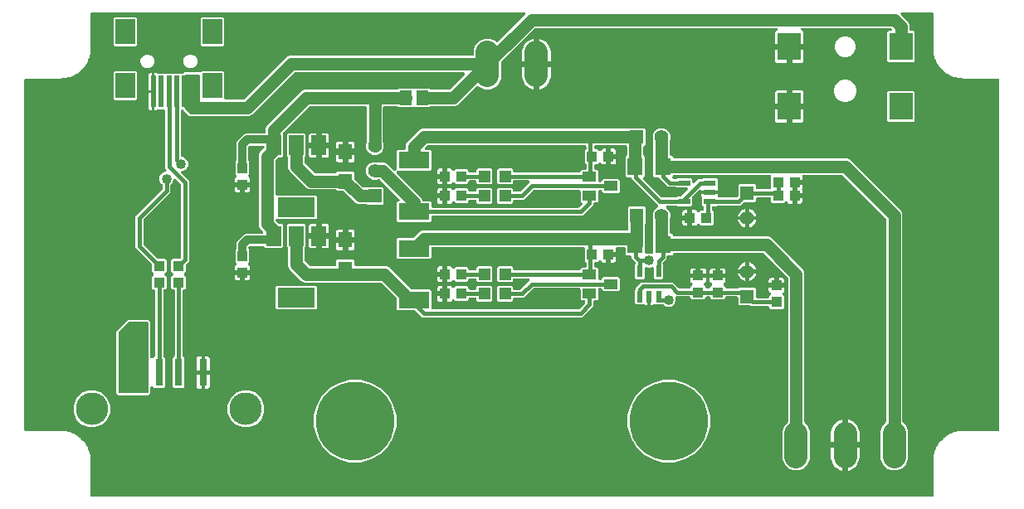
<source format=gbr>
G04 EAGLE Gerber RS-274X export*
G75*
%MOMM*%
%FSLAX34Y34*%
%LPD*%
%INTop Copper*%
%IPPOS*%
%AMOC8*
5,1,8,0,0,1.08239X$1,22.5*%
G01*
%ADD10R,2.400000X2.800000*%
%ADD11R,2.000000X2.500000*%
%ADD12R,0.500000X3.300000*%
%ADD13C,2.380000*%
%ADD14R,1.500000X2.000000*%
%ADD15R,3.800000X2.000000*%
%ADD16R,1.400000X1.600000*%
%ADD17R,1.000000X1.100000*%
%ADD18R,1.300000X1.500000*%
%ADD19R,3.150000X1.700000*%
%ADD20C,8.000000*%
%ADD21C,3.316000*%
%ADD22R,0.800000X2.820000*%
%ADD23R,1.400000X1.000000*%
%ADD24R,1.200000X1.200000*%
%ADD25R,1.200000X0.550000*%
%ADD26R,0.550000X1.200000*%
%ADD27R,1.409600X1.409600*%
%ADD28C,1.409600*%
%ADD29R,1.600000X1.803000*%
%ADD30R,1.100000X1.000000*%
%ADD31C,1.270000*%
%ADD32C,0.812800*%
%ADD33C,1.016000*%
%ADD34C,0.406400*%
%ADD35C,1.143000*%

G36*
X928502Y2544D02*
X928502Y2544D01*
X928528Y2542D01*
X928675Y2564D01*
X928822Y2581D01*
X928847Y2589D01*
X928873Y2593D01*
X929011Y2648D01*
X929150Y2698D01*
X929172Y2712D01*
X929197Y2722D01*
X929318Y2807D01*
X929443Y2887D01*
X929461Y2906D01*
X929483Y2921D01*
X929582Y3031D01*
X929685Y3138D01*
X929699Y3160D01*
X929716Y3180D01*
X929788Y3310D01*
X929864Y3437D01*
X929872Y3462D01*
X929885Y3485D01*
X929925Y3628D01*
X929970Y3769D01*
X929972Y3795D01*
X929980Y3820D01*
X929999Y4064D01*
X929999Y39432D01*
X929991Y39504D01*
X929992Y39576D01*
X929975Y39659D01*
X929995Y39946D01*
X929994Y39985D01*
X929999Y40055D01*
X929999Y40315D01*
X930003Y40325D01*
X930027Y40483D01*
X930036Y40527D01*
X930036Y40543D01*
X930040Y40567D01*
X930268Y43764D01*
X930268Y43781D01*
X930271Y43799D01*
X930260Y43955D01*
X930256Y44047D01*
X930281Y44163D01*
X930285Y44200D01*
X930312Y44378D01*
X930320Y44484D01*
X930328Y44498D01*
X930333Y44515D01*
X930341Y44531D01*
X930412Y44765D01*
X931107Y47957D01*
X931108Y47974D01*
X931114Y47991D01*
X931126Y48148D01*
X931135Y48238D01*
X931176Y48350D01*
X931185Y48386D01*
X931238Y48559D01*
X931260Y48662D01*
X931270Y48675D01*
X931278Y48691D01*
X931288Y48706D01*
X931392Y48928D01*
X932533Y51987D01*
X932537Y52005D01*
X932545Y52021D01*
X932579Y52174D01*
X932601Y52263D01*
X932658Y52367D01*
X932672Y52402D01*
X932748Y52565D01*
X932785Y52664D01*
X932797Y52676D01*
X932807Y52691D01*
X932819Y52703D01*
X932953Y52908D01*
X934519Y55774D01*
X934525Y55791D01*
X934535Y55806D01*
X934591Y55953D01*
X934625Y56037D01*
X934696Y56132D01*
X934715Y56164D01*
X934814Y56315D01*
X934865Y56408D01*
X934878Y56418D01*
X934890Y56431D01*
X934904Y56442D01*
X935066Y56626D01*
X937023Y59240D01*
X937032Y59256D01*
X937044Y59269D01*
X937120Y59406D01*
X937166Y59485D01*
X937250Y59569D01*
X937273Y59598D01*
X937392Y59733D01*
X937456Y59818D01*
X937470Y59826D01*
X937484Y59838D01*
X937499Y59847D01*
X937686Y60005D01*
X939995Y62314D01*
X940006Y62328D01*
X940020Y62340D01*
X940114Y62465D01*
X940171Y62536D01*
X940267Y62608D01*
X940294Y62634D01*
X940431Y62750D01*
X940506Y62825D01*
X940521Y62831D01*
X940536Y62840D01*
X940553Y62847D01*
X940760Y62977D01*
X943374Y64934D01*
X943387Y64947D01*
X943403Y64956D01*
X943513Y65066D01*
X943580Y65129D01*
X943685Y65186D01*
X943715Y65207D01*
X943868Y65304D01*
X943952Y65367D01*
X943969Y65370D01*
X943985Y65378D01*
X944002Y65382D01*
X944226Y65481D01*
X947092Y67047D01*
X947107Y67057D01*
X947123Y67064D01*
X947249Y67157D01*
X947324Y67210D01*
X947435Y67252D01*
X947468Y67269D01*
X947633Y67342D01*
X947726Y67393D01*
X947742Y67394D01*
X947760Y67399D01*
X947777Y67400D01*
X948013Y67467D01*
X951072Y68608D01*
X951088Y68616D01*
X951106Y68621D01*
X951243Y68695D01*
X951325Y68737D01*
X951441Y68762D01*
X951477Y68774D01*
X951650Y68824D01*
X951749Y68861D01*
X951766Y68859D01*
X951783Y68862D01*
X951801Y68861D01*
X952043Y68893D01*
X955235Y69588D01*
X955252Y69593D01*
X955269Y69596D01*
X955417Y69650D01*
X955503Y69679D01*
X955622Y69688D01*
X955659Y69695D01*
X955837Y69719D01*
X955941Y69741D01*
X955957Y69737D01*
X955974Y69737D01*
X955992Y69734D01*
X956236Y69732D01*
X959433Y69960D01*
X959504Y69974D01*
X959577Y69977D01*
X959658Y70001D01*
X959945Y70001D01*
X959985Y70005D01*
X960054Y70005D01*
X960314Y70023D01*
X960325Y70020D01*
X960484Y70008D01*
X960528Y70001D01*
X960544Y70003D01*
X960568Y70001D01*
X995936Y70001D01*
X995962Y70004D01*
X995988Y70002D01*
X996135Y70024D01*
X996282Y70041D01*
X996307Y70049D01*
X996333Y70053D01*
X996471Y70108D01*
X996610Y70158D01*
X996632Y70172D01*
X996657Y70182D01*
X996778Y70267D01*
X996903Y70347D01*
X996921Y70366D01*
X996943Y70381D01*
X997042Y70491D01*
X997145Y70598D01*
X997159Y70620D01*
X997176Y70640D01*
X997248Y70770D01*
X997324Y70897D01*
X997332Y70922D01*
X997345Y70945D01*
X997385Y71088D01*
X997430Y71229D01*
X997432Y71255D01*
X997440Y71280D01*
X997459Y71524D01*
X997459Y428476D01*
X997456Y428502D01*
X997458Y428528D01*
X997436Y428675D01*
X997419Y428822D01*
X997411Y428847D01*
X997407Y428873D01*
X997352Y429011D01*
X997302Y429150D01*
X997288Y429172D01*
X997278Y429197D01*
X997193Y429318D01*
X997113Y429443D01*
X997094Y429461D01*
X997079Y429483D01*
X996969Y429582D01*
X996862Y429685D01*
X996840Y429699D01*
X996820Y429716D01*
X996690Y429788D01*
X996563Y429864D01*
X996538Y429872D01*
X996515Y429885D01*
X996372Y429925D01*
X996231Y429970D01*
X996205Y429972D01*
X996180Y429980D01*
X995936Y429999D01*
X960568Y429999D01*
X960496Y429991D01*
X960424Y429992D01*
X960341Y429975D01*
X960054Y429995D01*
X960015Y429994D01*
X959945Y429999D01*
X959685Y429999D01*
X959675Y430003D01*
X959517Y430027D01*
X959473Y430036D01*
X959457Y430036D01*
X959433Y430040D01*
X956236Y430268D01*
X956218Y430268D01*
X956201Y430271D01*
X956045Y430260D01*
X955953Y430256D01*
X955837Y430281D01*
X955800Y430285D01*
X955622Y430312D01*
X955516Y430320D01*
X955502Y430328D01*
X955485Y430333D01*
X955469Y430341D01*
X955235Y430412D01*
X952044Y431107D01*
X952026Y431108D01*
X952008Y431114D01*
X951852Y431126D01*
X951761Y431135D01*
X951650Y431176D01*
X951614Y431185D01*
X951441Y431238D01*
X951338Y431260D01*
X951325Y431270D01*
X951309Y431278D01*
X951294Y431288D01*
X951072Y431392D01*
X948013Y432533D01*
X947995Y432537D01*
X947979Y432545D01*
X947826Y432579D01*
X947737Y432601D01*
X947633Y432658D01*
X947599Y432672D01*
X947435Y432749D01*
X947336Y432786D01*
X947324Y432797D01*
X947309Y432807D01*
X947297Y432819D01*
X947092Y432953D01*
X944226Y434519D01*
X944209Y434525D01*
X944194Y434535D01*
X944047Y434591D01*
X943963Y434625D01*
X943868Y434696D01*
X943835Y434715D01*
X943685Y434814D01*
X943592Y434865D01*
X943582Y434878D01*
X943569Y434890D01*
X943558Y434904D01*
X943374Y435066D01*
X940760Y437023D01*
X940744Y437032D01*
X940731Y437044D01*
X940594Y437120D01*
X940515Y437166D01*
X940431Y437250D01*
X940401Y437273D01*
X940266Y437392D01*
X940182Y437456D01*
X940174Y437470D01*
X940162Y437484D01*
X940154Y437499D01*
X939995Y437686D01*
X937686Y439995D01*
X937672Y440006D01*
X937660Y440020D01*
X937535Y440114D01*
X937463Y440171D01*
X937392Y440267D01*
X937366Y440294D01*
X937250Y440431D01*
X937175Y440506D01*
X937169Y440521D01*
X937160Y440536D01*
X937153Y440553D01*
X937023Y440760D01*
X935066Y443374D01*
X935053Y443387D01*
X935044Y443403D01*
X934934Y443513D01*
X934871Y443580D01*
X934814Y443685D01*
X934793Y443715D01*
X934696Y443868D01*
X934633Y443952D01*
X934630Y443969D01*
X934622Y443985D01*
X934618Y444002D01*
X934519Y444226D01*
X932953Y447092D01*
X932943Y447107D01*
X932936Y447123D01*
X932843Y447249D01*
X932790Y447324D01*
X932748Y447435D01*
X932731Y447468D01*
X932658Y447633D01*
X932607Y447726D01*
X932606Y447742D01*
X932601Y447760D01*
X932600Y447777D01*
X932533Y448013D01*
X931392Y451072D01*
X931384Y451088D01*
X931379Y451106D01*
X931305Y451243D01*
X931263Y451325D01*
X931238Y451441D01*
X931226Y451477D01*
X931176Y451650D01*
X931139Y451749D01*
X931141Y451766D01*
X931138Y451783D01*
X931139Y451801D01*
X931107Y452043D01*
X930412Y455235D01*
X930407Y455252D01*
X930404Y455269D01*
X930350Y455417D01*
X930321Y455503D01*
X930312Y455622D01*
X930305Y455659D01*
X930281Y455837D01*
X930259Y455940D01*
X930263Y455956D01*
X930263Y455974D01*
X930266Y455992D01*
X930268Y456236D01*
X930040Y459433D01*
X930026Y459504D01*
X930023Y459577D01*
X929999Y459658D01*
X929999Y459945D01*
X929995Y459985D01*
X929995Y460054D01*
X929977Y460314D01*
X929980Y460325D01*
X929992Y460484D01*
X929999Y460528D01*
X929997Y460544D01*
X929999Y460568D01*
X929999Y495936D01*
X929996Y495962D01*
X929998Y495988D01*
X929976Y496135D01*
X929959Y496282D01*
X929951Y496307D01*
X929947Y496333D01*
X929892Y496471D01*
X929842Y496610D01*
X929828Y496632D01*
X929818Y496657D01*
X929733Y496778D01*
X929653Y496903D01*
X929634Y496921D01*
X929619Y496943D01*
X929509Y497042D01*
X929402Y497145D01*
X929380Y497159D01*
X929360Y497176D01*
X929230Y497248D01*
X929103Y497324D01*
X929078Y497332D01*
X929055Y497345D01*
X928912Y497385D01*
X928771Y497430D01*
X928745Y497432D01*
X928720Y497440D01*
X928476Y497459D01*
X898073Y497459D01*
X897973Y497448D01*
X897873Y497446D01*
X897801Y497428D01*
X897727Y497419D01*
X897632Y497386D01*
X897535Y497361D01*
X897469Y497327D01*
X897399Y497302D01*
X897314Y497247D01*
X897225Y497201D01*
X897168Y497153D01*
X897106Y497113D01*
X897036Y497041D01*
X896960Y496976D01*
X896916Y496916D01*
X896864Y496862D01*
X896812Y496776D01*
X896753Y496695D01*
X896723Y496627D01*
X896685Y496563D01*
X896654Y496468D01*
X896615Y496375D01*
X896601Y496302D01*
X896579Y496231D01*
X896571Y496131D01*
X896553Y496032D01*
X896557Y495958D01*
X896551Y495884D01*
X896566Y495785D01*
X896571Y495684D01*
X896591Y495613D01*
X896602Y495539D01*
X896640Y495446D01*
X896667Y495349D01*
X896704Y495284D01*
X896731Y495215D01*
X896789Y495133D01*
X896838Y495045D01*
X896903Y494969D01*
X896930Y494929D01*
X896957Y494905D01*
X896996Y494859D01*
X897321Y494534D01*
X904107Y487748D01*
X905383Y484667D01*
X905383Y479806D01*
X905386Y479780D01*
X905384Y479754D01*
X905406Y479607D01*
X905423Y479460D01*
X905431Y479435D01*
X905435Y479409D01*
X905490Y479271D01*
X905540Y479132D01*
X905554Y479110D01*
X905564Y479085D01*
X905649Y478964D01*
X905729Y478839D01*
X905748Y478821D01*
X905763Y478799D01*
X905873Y478700D01*
X905980Y478597D01*
X906002Y478583D01*
X906022Y478566D01*
X906152Y478494D01*
X906279Y478418D01*
X906304Y478410D01*
X906327Y478397D01*
X906470Y478357D01*
X906611Y478312D01*
X906637Y478310D01*
X906662Y478302D01*
X906906Y478283D01*
X909842Y478283D01*
X911033Y477092D01*
X911033Y447408D01*
X909842Y446217D01*
X884158Y446217D01*
X882967Y447408D01*
X882967Y477092D01*
X884158Y478283D01*
X886185Y478283D01*
X886285Y478294D01*
X886385Y478296D01*
X886457Y478314D01*
X886531Y478323D01*
X886626Y478356D01*
X886723Y478381D01*
X886789Y478415D01*
X886859Y478440D01*
X886944Y478495D01*
X887033Y478541D01*
X887090Y478589D01*
X887152Y478629D01*
X887222Y478701D01*
X887298Y478766D01*
X887342Y478826D01*
X887394Y478880D01*
X887446Y478966D01*
X887505Y479047D01*
X887535Y479115D01*
X887573Y479179D01*
X887604Y479274D01*
X887643Y479367D01*
X887657Y479440D01*
X887679Y479511D01*
X887687Y479611D01*
X887705Y479710D01*
X887701Y479784D01*
X887707Y479858D01*
X887692Y479957D01*
X887687Y480058D01*
X887667Y480129D01*
X887656Y480203D01*
X887618Y480296D01*
X887591Y480393D01*
X887554Y480458D01*
X887527Y480527D01*
X887470Y480609D01*
X887420Y480697D01*
X887355Y480773D01*
X887328Y480813D01*
X887301Y480837D01*
X887262Y480883D01*
X886974Y481171D01*
X886875Y481250D01*
X886781Y481334D01*
X886739Y481358D01*
X886701Y481388D01*
X886587Y481442D01*
X886476Y481503D01*
X886429Y481516D01*
X886386Y481537D01*
X886262Y481563D01*
X886141Y481598D01*
X886080Y481603D01*
X886045Y481610D01*
X885997Y481609D01*
X885897Y481617D01*
X796356Y481617D01*
X796207Y481600D01*
X796058Y481588D01*
X796034Y481580D01*
X796010Y481577D01*
X795869Y481527D01*
X795726Y481481D01*
X795705Y481468D01*
X795682Y481460D01*
X795556Y481379D01*
X795427Y481302D01*
X795410Y481284D01*
X795389Y481271D01*
X795285Y481163D01*
X795177Y481059D01*
X795164Y481038D01*
X795147Y481020D01*
X795070Y480892D01*
X794989Y480766D01*
X794980Y480742D01*
X794968Y480721D01*
X794922Y480579D01*
X794872Y480437D01*
X794869Y480413D01*
X794862Y480389D01*
X794850Y480240D01*
X794833Y480091D01*
X794836Y480066D01*
X794834Y480042D01*
X794856Y479894D01*
X794873Y479745D01*
X794882Y479722D01*
X794885Y479697D01*
X794941Y479558D01*
X794991Y479417D01*
X795005Y479396D01*
X795014Y479373D01*
X795099Y479250D01*
X795181Y479125D01*
X795199Y479107D01*
X795213Y479087D01*
X795324Y478987D01*
X795432Y478883D01*
X795453Y478870D01*
X795472Y478854D01*
X795603Y478781D01*
X795731Y478705D01*
X795760Y478695D01*
X795777Y478685D01*
X795822Y478672D01*
X795962Y478623D01*
X795981Y478618D01*
X796560Y478283D01*
X797033Y477810D01*
X797368Y477231D01*
X797541Y476585D01*
X797541Y465297D01*
X784524Y465297D01*
X784498Y465294D01*
X784472Y465296D01*
X784325Y465274D01*
X784178Y465257D01*
X784153Y465248D01*
X784127Y465245D01*
X783989Y465190D01*
X783850Y465140D01*
X783828Y465126D01*
X783803Y465116D01*
X783682Y465031D01*
X783557Y464951D01*
X783539Y464932D01*
X783517Y464917D01*
X783418Y464807D01*
X783315Y464700D01*
X783301Y464678D01*
X783284Y464658D01*
X783212Y464528D01*
X783136Y464401D01*
X783128Y464376D01*
X783115Y464353D01*
X783075Y464210D01*
X783030Y464069D01*
X783028Y464043D01*
X783020Y464018D01*
X783001Y463774D01*
X783001Y462249D01*
X782999Y462249D01*
X782999Y463774D01*
X782996Y463800D01*
X782998Y463826D01*
X782976Y463973D01*
X782959Y464120D01*
X782950Y464145D01*
X782947Y464171D01*
X782892Y464309D01*
X782842Y464448D01*
X782828Y464470D01*
X782818Y464495D01*
X782733Y464616D01*
X782653Y464741D01*
X782634Y464759D01*
X782619Y464781D01*
X782509Y464880D01*
X782402Y464983D01*
X782380Y464997D01*
X782360Y465014D01*
X782230Y465086D01*
X782103Y465162D01*
X782078Y465170D01*
X782055Y465183D01*
X781912Y465223D01*
X781771Y465268D01*
X781745Y465270D01*
X781720Y465278D01*
X781476Y465297D01*
X768459Y465297D01*
X768459Y476585D01*
X768632Y477231D01*
X768967Y477810D01*
X769440Y478283D01*
X770019Y478618D01*
X770038Y478623D01*
X770177Y478678D01*
X770318Y478728D01*
X770339Y478742D01*
X770362Y478751D01*
X770485Y478836D01*
X770611Y478917D01*
X770628Y478935D01*
X770649Y478949D01*
X770749Y479060D01*
X770853Y479168D01*
X770866Y479189D01*
X770883Y479207D01*
X770955Y479338D01*
X771032Y479467D01*
X771040Y479491D01*
X771052Y479512D01*
X771093Y479656D01*
X771138Y479799D01*
X771140Y479824D01*
X771147Y479847D01*
X771154Y479997D01*
X771166Y480146D01*
X771163Y480171D01*
X771164Y480196D01*
X771137Y480343D01*
X771115Y480491D01*
X771106Y480514D01*
X771101Y480538D01*
X771041Y480675D01*
X770986Y480815D01*
X770972Y480835D01*
X770962Y480858D01*
X770872Y480978D01*
X770787Y481101D01*
X770769Y481117D01*
X770754Y481137D01*
X770639Y481234D01*
X770528Y481334D01*
X770507Y481346D01*
X770488Y481362D01*
X770354Y481430D01*
X770223Y481503D01*
X770199Y481510D01*
X770177Y481521D01*
X770032Y481557D01*
X769888Y481598D01*
X769858Y481600D01*
X769839Y481605D01*
X769792Y481605D01*
X769644Y481617D01*
X524603Y481617D01*
X524478Y481603D01*
X524351Y481596D01*
X524305Y481583D01*
X524257Y481577D01*
X524138Y481535D01*
X524017Y481500D01*
X523974Y481476D01*
X523929Y481460D01*
X523823Y481391D01*
X523712Y481330D01*
X523666Y481290D01*
X523636Y481271D01*
X523603Y481236D01*
X523526Y481171D01*
X489379Y447024D01*
X489300Y446925D01*
X489216Y446831D01*
X489192Y446789D01*
X489162Y446751D01*
X489108Y446637D01*
X489047Y446526D01*
X489034Y446479D01*
X489013Y446436D01*
X488987Y446312D01*
X488952Y446191D01*
X488947Y446130D01*
X488940Y446095D01*
X488941Y446047D01*
X488933Y445947D01*
X488933Y429829D01*
X486812Y424708D01*
X482892Y420788D01*
X477771Y418667D01*
X472229Y418667D01*
X467108Y420788D01*
X465953Y421943D01*
X465932Y421960D01*
X465915Y421980D01*
X465796Y422068D01*
X465680Y422160D01*
X465656Y422171D01*
X465635Y422187D01*
X465499Y422246D01*
X465365Y422309D01*
X465339Y422315D01*
X465315Y422325D01*
X465169Y422351D01*
X465024Y422382D01*
X464998Y422382D01*
X464972Y422387D01*
X464823Y422379D01*
X464675Y422376D01*
X464650Y422370D01*
X464624Y422369D01*
X464481Y422328D01*
X464337Y422291D01*
X464314Y422279D01*
X464289Y422272D01*
X464160Y422200D01*
X464028Y422132D01*
X464008Y422115D01*
X463985Y422102D01*
X463798Y421943D01*
X447321Y405466D01*
X444748Y402893D01*
X441667Y401617D01*
X417623Y401617D01*
X417497Y401603D01*
X417371Y401596D01*
X417325Y401583D01*
X417277Y401577D01*
X417158Y401535D01*
X417036Y401500D01*
X416994Y401476D01*
X416949Y401460D01*
X416842Y401391D01*
X416732Y401330D01*
X416686Y401290D01*
X416656Y401271D01*
X416622Y401236D01*
X416546Y401171D01*
X415842Y400467D01*
X401158Y400467D01*
X401077Y400548D01*
X401057Y400564D01*
X401040Y400584D01*
X400920Y400673D01*
X400804Y400765D01*
X400780Y400776D01*
X400759Y400792D01*
X400623Y400850D01*
X400489Y400914D01*
X400463Y400919D01*
X400439Y400930D01*
X400293Y400956D01*
X400148Y400987D01*
X400122Y400987D01*
X400096Y400991D01*
X399948Y400984D01*
X399800Y400981D01*
X399774Y400975D01*
X399748Y400973D01*
X399606Y400932D01*
X399462Y400896D01*
X399438Y400884D01*
X399413Y400877D01*
X399284Y400805D01*
X399152Y400736D01*
X399132Y400719D01*
X399109Y400707D01*
X398923Y400548D01*
X398842Y400467D01*
X384158Y400467D01*
X383454Y401171D01*
X383355Y401250D01*
X383261Y401334D01*
X383219Y401358D01*
X383181Y401388D01*
X383067Y401442D01*
X382956Y401503D01*
X382910Y401516D01*
X382866Y401537D01*
X382743Y401563D01*
X382621Y401598D01*
X382560Y401603D01*
X382525Y401610D01*
X382477Y401609D01*
X382377Y401617D01*
X369906Y401617D01*
X369880Y401614D01*
X369854Y401616D01*
X369707Y401594D01*
X369560Y401577D01*
X369535Y401569D01*
X369509Y401565D01*
X369371Y401510D01*
X369232Y401460D01*
X369210Y401446D01*
X369185Y401436D01*
X369064Y401351D01*
X368939Y401271D01*
X368921Y401252D01*
X368899Y401237D01*
X368800Y401127D01*
X368697Y401020D01*
X368683Y400998D01*
X368666Y400978D01*
X368594Y400848D01*
X368518Y400721D01*
X368510Y400696D01*
X368497Y400673D01*
X368457Y400530D01*
X368412Y400389D01*
X368410Y400363D01*
X368402Y400338D01*
X368383Y400094D01*
X368383Y364594D01*
X368383Y364592D01*
X368383Y364590D01*
X368404Y364412D01*
X368423Y364248D01*
X368423Y364246D01*
X368424Y364244D01*
X368499Y364011D01*
X369081Y362606D01*
X369081Y358994D01*
X367698Y355656D01*
X365144Y353102D01*
X361806Y351719D01*
X358194Y351719D01*
X354856Y353102D01*
X352302Y355656D01*
X350919Y358994D01*
X350919Y362606D01*
X351501Y364011D01*
X351502Y364013D01*
X351503Y364015D01*
X351549Y364178D01*
X351597Y364347D01*
X351597Y364349D01*
X351598Y364351D01*
X351617Y364594D01*
X351617Y400094D01*
X351614Y400120D01*
X351616Y400146D01*
X351594Y400293D01*
X351577Y400440D01*
X351569Y400465D01*
X351565Y400491D01*
X351510Y400629D01*
X351460Y400768D01*
X351446Y400790D01*
X351436Y400815D01*
X351351Y400936D01*
X351271Y401061D01*
X351252Y401079D01*
X351237Y401101D01*
X351127Y401200D01*
X351020Y401303D01*
X350998Y401317D01*
X350978Y401334D01*
X350848Y401406D01*
X350721Y401482D01*
X350696Y401490D01*
X350673Y401503D01*
X350530Y401543D01*
X350389Y401588D01*
X350363Y401590D01*
X350338Y401598D01*
X350094Y401617D01*
X294103Y401617D01*
X293978Y401603D01*
X293851Y401596D01*
X293805Y401583D01*
X293757Y401577D01*
X293638Y401535D01*
X293517Y401500D01*
X293474Y401476D01*
X293429Y401460D01*
X293323Y401391D01*
X293212Y401330D01*
X293166Y401290D01*
X293136Y401271D01*
X293103Y401236D01*
X293026Y401171D01*
X266442Y374587D01*
X266426Y374566D01*
X266406Y374549D01*
X266317Y374430D01*
X266225Y374314D01*
X266214Y374290D01*
X266199Y374269D01*
X266140Y374133D01*
X266076Y373999D01*
X266071Y373973D01*
X266061Y373949D01*
X266034Y373803D01*
X266003Y373658D01*
X266003Y373632D01*
X265999Y373606D01*
X266006Y373458D01*
X266009Y373310D01*
X266015Y373284D01*
X266017Y373258D01*
X266058Y373116D01*
X266094Y372972D01*
X266106Y372948D01*
X266113Y372923D01*
X266186Y372794D01*
X266254Y372662D01*
X266271Y372642D01*
X266283Y372619D01*
X266442Y372433D01*
X266533Y372342D01*
X266533Y350658D01*
X265342Y349467D01*
X261953Y349467D01*
X261828Y349453D01*
X261701Y349446D01*
X261655Y349433D01*
X261607Y349427D01*
X261488Y349385D01*
X261367Y349350D01*
X261324Y349326D01*
X261279Y349310D01*
X261173Y349241D01*
X261062Y349180D01*
X261016Y349140D01*
X260986Y349121D01*
X260953Y349086D01*
X260876Y349021D01*
X258829Y346974D01*
X258750Y346875D01*
X258666Y346781D01*
X258642Y346739D01*
X258612Y346701D01*
X258558Y346587D01*
X258497Y346476D01*
X258484Y346429D01*
X258463Y346386D01*
X258437Y346262D01*
X258402Y346141D01*
X258397Y346080D01*
X258390Y346045D01*
X258391Y345997D01*
X258383Y345897D01*
X258383Y312056D01*
X258386Y312030D01*
X258384Y312004D01*
X258406Y311857D01*
X258423Y311710D01*
X258431Y311685D01*
X258435Y311659D01*
X258490Y311521D01*
X258540Y311382D01*
X258554Y311360D01*
X258564Y311335D01*
X258649Y311214D01*
X258729Y311089D01*
X258748Y311071D01*
X258763Y311049D01*
X258873Y310950D01*
X258980Y310847D01*
X259002Y310833D01*
X259022Y310816D01*
X259152Y310744D01*
X259279Y310668D01*
X259304Y310660D01*
X259327Y310647D01*
X259470Y310607D01*
X259611Y310562D01*
X259637Y310560D01*
X259662Y310552D01*
X259906Y310533D01*
X299842Y310533D01*
X301033Y309342D01*
X301033Y287658D01*
X299842Y286467D01*
X260315Y286467D01*
X260215Y286456D01*
X260115Y286454D01*
X260043Y286436D01*
X259969Y286427D01*
X259874Y286394D01*
X259777Y286369D01*
X259711Y286335D01*
X259641Y286310D01*
X259556Y286255D01*
X259467Y286209D01*
X259411Y286161D01*
X259348Y286121D01*
X259278Y286049D01*
X259202Y285984D01*
X259158Y285924D01*
X259106Y285870D01*
X259054Y285784D01*
X258995Y285703D01*
X258965Y285635D01*
X258927Y285571D01*
X258896Y285475D01*
X258857Y285383D01*
X258843Y285310D01*
X258821Y285239D01*
X258813Y285139D01*
X258795Y285040D01*
X258799Y284966D01*
X258793Y284892D01*
X258808Y284792D01*
X258813Y284692D01*
X258833Y284621D01*
X258844Y284547D01*
X258882Y284454D01*
X258909Y284357D01*
X258946Y284292D01*
X258973Y284223D01*
X259030Y284141D01*
X259080Y284053D01*
X259145Y283977D01*
X259172Y283937D01*
X259199Y283913D01*
X259238Y283867D01*
X261626Y281479D01*
X261725Y281400D01*
X261819Y281316D01*
X261861Y281292D01*
X261899Y281262D01*
X262013Y281208D01*
X262124Y281147D01*
X262171Y281134D01*
X262214Y281113D01*
X262338Y281087D01*
X262459Y281052D01*
X262520Y281047D01*
X262555Y281040D01*
X262603Y281041D01*
X262703Y281033D01*
X265342Y281033D01*
X266533Y279842D01*
X266533Y258158D01*
X265342Y256967D01*
X248658Y256967D01*
X247168Y258457D01*
X247069Y258536D01*
X246975Y258620D01*
X246933Y258644D01*
X246895Y258674D01*
X246781Y258728D01*
X246670Y258789D01*
X246624Y258802D01*
X246580Y258823D01*
X246457Y258849D01*
X246335Y258884D01*
X246274Y258889D01*
X246239Y258896D01*
X246191Y258895D01*
X246091Y258903D01*
X233156Y258903D01*
X233031Y258889D01*
X232905Y258882D01*
X232858Y258869D01*
X232810Y258863D01*
X232691Y258821D01*
X232570Y258786D01*
X232528Y258762D01*
X232482Y258746D01*
X232376Y258677D01*
X232265Y258616D01*
X232219Y258576D01*
X232189Y258557D01*
X232156Y258522D01*
X232079Y258457D01*
X231543Y257921D01*
X231464Y257822D01*
X231380Y257728D01*
X231356Y257686D01*
X231326Y257648D01*
X231272Y257534D01*
X231211Y257423D01*
X231198Y257376D01*
X231177Y257333D01*
X231151Y257209D01*
X231116Y257087D01*
X231111Y257027D01*
X231104Y256992D01*
X231105Y256944D01*
X231097Y256844D01*
X231097Y256409D01*
X231111Y256283D01*
X231118Y256157D01*
X231131Y256111D01*
X231137Y256063D01*
X231179Y255944D01*
X231214Y255822D01*
X231238Y255780D01*
X231254Y255735D01*
X231323Y255628D01*
X231384Y255518D01*
X231424Y255472D01*
X231443Y255442D01*
X231478Y255408D01*
X231543Y255332D01*
X232033Y254842D01*
X232033Y242158D01*
X231282Y241408D01*
X231251Y241368D01*
X231213Y241333D01*
X231143Y241231D01*
X231066Y241135D01*
X231044Y241088D01*
X231015Y241046D01*
X230970Y240931D01*
X230917Y240819D01*
X230906Y240770D01*
X230887Y240722D01*
X230869Y240599D01*
X230843Y240479D01*
X230844Y240428D01*
X230837Y240377D01*
X230847Y240254D01*
X230849Y240130D01*
X230862Y240081D01*
X230866Y240030D01*
X230904Y239912D01*
X230934Y239792D01*
X230958Y239747D01*
X230973Y239698D01*
X231037Y239592D01*
X231094Y239483D01*
X231127Y239444D01*
X231153Y239400D01*
X231240Y239311D01*
X231320Y239217D01*
X231361Y239187D01*
X231396Y239150D01*
X231546Y239047D01*
X232033Y238560D01*
X232368Y237981D01*
X232541Y237335D01*
X232541Y233999D01*
X225976Y233999D01*
X225950Y233996D01*
X225924Y233998D01*
X225777Y233976D01*
X225630Y233959D01*
X225605Y233951D01*
X225579Y233947D01*
X225442Y233892D01*
X225302Y233842D01*
X225280Y233828D01*
X225255Y233818D01*
X225134Y233733D01*
X225009Y233653D01*
X224997Y233640D01*
X224950Y233685D01*
X224927Y233699D01*
X224908Y233716D01*
X224778Y233788D01*
X224651Y233864D01*
X224626Y233872D01*
X224603Y233885D01*
X224460Y233925D01*
X224319Y233970D01*
X224293Y233972D01*
X224268Y233980D01*
X224024Y233999D01*
X217459Y233999D01*
X217459Y237335D01*
X217632Y237981D01*
X217967Y238560D01*
X218454Y239047D01*
X218489Y239065D01*
X218583Y239145D01*
X218682Y239219D01*
X218715Y239258D01*
X218754Y239291D01*
X218828Y239390D01*
X218908Y239485D01*
X218931Y239530D01*
X218961Y239571D01*
X219010Y239685D01*
X219067Y239795D01*
X219079Y239844D01*
X219099Y239891D01*
X219121Y240012D01*
X219151Y240133D01*
X219152Y240184D01*
X219161Y240234D01*
X219154Y240358D01*
X219156Y240481D01*
X219146Y240531D01*
X219143Y240582D01*
X219109Y240701D01*
X219082Y240822D01*
X219060Y240868D01*
X219046Y240917D01*
X218986Y241025D01*
X218933Y241137D01*
X218901Y241177D01*
X218876Y241221D01*
X218718Y241408D01*
X217967Y242158D01*
X217967Y254842D01*
X218457Y255332D01*
X218536Y255431D01*
X218620Y255525D01*
X218644Y255567D01*
X218674Y255605D01*
X218728Y255719D01*
X218789Y255830D01*
X218802Y255876D01*
X218823Y255920D01*
X218849Y256043D01*
X218884Y256165D01*
X218889Y256226D01*
X218896Y256261D01*
X218895Y256309D01*
X218903Y256409D01*
X218903Y261213D01*
X219831Y263454D01*
X226546Y270169D01*
X228787Y271097D01*
X244621Y271097D01*
X244721Y271108D01*
X244821Y271110D01*
X244893Y271128D01*
X244967Y271137D01*
X245062Y271170D01*
X245159Y271195D01*
X245225Y271229D01*
X245295Y271254D01*
X245380Y271309D01*
X245469Y271355D01*
X245526Y271403D01*
X245588Y271443D01*
X245658Y271515D01*
X245734Y271580D01*
X245778Y271640D01*
X245830Y271694D01*
X245882Y271780D01*
X245941Y271861D01*
X245971Y271929D01*
X246009Y271993D01*
X246040Y272089D01*
X246079Y272181D01*
X246093Y272254D01*
X246115Y272325D01*
X246123Y272425D01*
X246141Y272524D01*
X246137Y272598D01*
X246143Y272672D01*
X246128Y272772D01*
X246123Y272872D01*
X246103Y272943D01*
X246092Y273017D01*
X246054Y273110D01*
X246027Y273207D01*
X245990Y273272D01*
X245963Y273341D01*
X245906Y273423D01*
X245856Y273511D01*
X245791Y273587D01*
X245764Y273627D01*
X245737Y273651D01*
X245698Y273697D01*
X242893Y276502D01*
X241617Y279583D01*
X241617Y351667D01*
X242893Y354748D01*
X245466Y357321D01*
X246948Y358803D01*
X247010Y358882D01*
X247080Y358954D01*
X247118Y359018D01*
X247165Y359076D01*
X247207Y359167D01*
X247259Y359253D01*
X247282Y359324D01*
X247313Y359391D01*
X247335Y359489D01*
X247365Y359585D01*
X247371Y359659D01*
X247387Y359732D01*
X247385Y359832D01*
X247393Y359932D01*
X247382Y360006D01*
X247381Y360080D01*
X247356Y360177D01*
X247342Y360277D01*
X247314Y360346D01*
X247296Y360418D01*
X247250Y360507D01*
X247213Y360601D01*
X247170Y360662D01*
X247136Y360728D01*
X247071Y360804D01*
X247014Y360887D01*
X246959Y360937D01*
X246910Y360993D01*
X246830Y361053D01*
X246755Y361120D01*
X246690Y361156D01*
X246630Y361201D01*
X246538Y361240D01*
X246450Y361289D01*
X246378Y361309D01*
X246310Y361339D01*
X246211Y361356D01*
X246115Y361384D01*
X246015Y361392D01*
X245967Y361400D01*
X245931Y361398D01*
X245871Y361403D01*
X233156Y361403D01*
X233031Y361389D01*
X232905Y361382D01*
X232858Y361369D01*
X232810Y361363D01*
X232691Y361321D01*
X232570Y361286D01*
X232528Y361262D01*
X232482Y361246D01*
X232376Y361177D01*
X232265Y361116D01*
X232219Y361076D01*
X232189Y361057D01*
X232156Y361022D01*
X232079Y360957D01*
X231543Y360421D01*
X231464Y360322D01*
X231380Y360228D01*
X231356Y360186D01*
X231326Y360148D01*
X231272Y360034D01*
X231211Y359923D01*
X231198Y359876D01*
X231177Y359833D01*
X231151Y359709D01*
X231116Y359587D01*
X231111Y359527D01*
X231104Y359492D01*
X231105Y359444D01*
X231097Y359344D01*
X231097Y346409D01*
X231111Y346283D01*
X231118Y346157D01*
X231131Y346111D01*
X231137Y346063D01*
X231179Y345944D01*
X231214Y345822D01*
X231238Y345780D01*
X231254Y345735D01*
X231323Y345628D01*
X231384Y345518D01*
X231424Y345472D01*
X231443Y345442D01*
X231478Y345408D01*
X231543Y345332D01*
X232033Y344842D01*
X232033Y332158D01*
X231282Y331408D01*
X231251Y331368D01*
X231213Y331333D01*
X231143Y331231D01*
X231066Y331135D01*
X231044Y331088D01*
X231015Y331046D01*
X230970Y330931D01*
X230917Y330819D01*
X230906Y330770D01*
X230887Y330722D01*
X230869Y330599D01*
X230843Y330479D01*
X230844Y330428D01*
X230837Y330377D01*
X230847Y330254D01*
X230849Y330130D01*
X230862Y330081D01*
X230866Y330030D01*
X230904Y329912D01*
X230934Y329792D01*
X230958Y329747D01*
X230973Y329698D01*
X231037Y329592D01*
X231094Y329483D01*
X231127Y329444D01*
X231153Y329400D01*
X231240Y329311D01*
X231320Y329217D01*
X231361Y329187D01*
X231396Y329150D01*
X231546Y329047D01*
X232033Y328560D01*
X232368Y327981D01*
X232541Y327335D01*
X232541Y323999D01*
X225976Y323999D01*
X225950Y323996D01*
X225924Y323998D01*
X225777Y323976D01*
X225630Y323959D01*
X225605Y323951D01*
X225579Y323947D01*
X225442Y323892D01*
X225302Y323842D01*
X225280Y323828D01*
X225255Y323818D01*
X225134Y323733D01*
X225009Y323653D01*
X224997Y323640D01*
X224950Y323685D01*
X224927Y323699D01*
X224908Y323716D01*
X224778Y323788D01*
X224651Y323864D01*
X224626Y323872D01*
X224603Y323885D01*
X224460Y323925D01*
X224319Y323970D01*
X224293Y323972D01*
X224268Y323980D01*
X224024Y323999D01*
X217459Y323999D01*
X217459Y327335D01*
X217632Y327981D01*
X217967Y328560D01*
X218454Y329047D01*
X218489Y329065D01*
X218583Y329145D01*
X218682Y329219D01*
X218715Y329258D01*
X218754Y329291D01*
X218828Y329390D01*
X218908Y329485D01*
X218931Y329530D01*
X218961Y329571D01*
X219010Y329685D01*
X219067Y329795D01*
X219079Y329844D01*
X219099Y329891D01*
X219121Y330013D01*
X219151Y330133D01*
X219152Y330184D01*
X219161Y330234D01*
X219154Y330358D01*
X219156Y330481D01*
X219146Y330531D01*
X219143Y330582D01*
X219109Y330701D01*
X219082Y330822D01*
X219060Y330868D01*
X219046Y330917D01*
X218986Y331025D01*
X218933Y331137D01*
X218901Y331177D01*
X218876Y331221D01*
X218718Y331408D01*
X217967Y332158D01*
X217967Y344842D01*
X218457Y345332D01*
X218536Y345431D01*
X218620Y345525D01*
X218644Y345567D01*
X218674Y345605D01*
X218728Y345719D01*
X218789Y345830D01*
X218802Y345876D01*
X218823Y345920D01*
X218849Y346043D01*
X218884Y346165D01*
X218889Y346226D01*
X218896Y346261D01*
X218895Y346309D01*
X218903Y346409D01*
X218903Y363713D01*
X219831Y365954D01*
X226546Y372669D01*
X228787Y373597D01*
X247094Y373597D01*
X247120Y373600D01*
X247146Y373598D01*
X247293Y373620D01*
X247440Y373637D01*
X247465Y373645D01*
X247491Y373649D01*
X247629Y373704D01*
X247768Y373754D01*
X247790Y373768D01*
X247815Y373778D01*
X247936Y373863D01*
X248061Y373943D01*
X248079Y373962D01*
X248101Y373977D01*
X248200Y374087D01*
X248303Y374194D01*
X248317Y374216D01*
X248334Y374236D01*
X248406Y374366D01*
X248482Y374493D01*
X248490Y374518D01*
X248503Y374541D01*
X248543Y374684D01*
X248588Y374825D01*
X248590Y374851D01*
X248598Y374876D01*
X248617Y375120D01*
X248617Y378667D01*
X249893Y381748D01*
X282679Y414534D01*
X285252Y417107D01*
X288333Y418383D01*
X382377Y418383D01*
X382503Y418397D01*
X382629Y418404D01*
X382675Y418417D01*
X382723Y418423D01*
X382842Y418465D01*
X382964Y418500D01*
X383006Y418524D01*
X383051Y418540D01*
X383158Y418609D01*
X383268Y418670D01*
X383314Y418710D01*
X383344Y418729D01*
X383349Y418734D01*
X383379Y418765D01*
X383454Y418829D01*
X384158Y419533D01*
X398842Y419533D01*
X398923Y419452D01*
X398943Y419436D01*
X398960Y419416D01*
X399080Y419327D01*
X399196Y419235D01*
X399220Y419224D01*
X399241Y419208D01*
X399377Y419150D01*
X399511Y419086D01*
X399537Y419081D01*
X399561Y419070D01*
X399707Y419044D01*
X399852Y419013D01*
X399878Y419013D01*
X399904Y419009D01*
X400052Y419016D01*
X400200Y419019D01*
X400226Y419025D01*
X400252Y419027D01*
X400394Y419068D01*
X400538Y419104D01*
X400561Y419116D01*
X400587Y419123D01*
X400716Y419196D01*
X400848Y419263D01*
X400868Y419280D01*
X400891Y419293D01*
X401077Y419452D01*
X401158Y419533D01*
X415842Y419533D01*
X416546Y418829D01*
X416645Y418750D01*
X416739Y418666D01*
X416781Y418642D01*
X416819Y418612D01*
X416933Y418558D01*
X417044Y418497D01*
X417090Y418484D01*
X417134Y418463D01*
X417257Y418437D01*
X417379Y418402D01*
X417440Y418397D01*
X417475Y418390D01*
X417523Y418391D01*
X417623Y418383D01*
X435897Y418383D01*
X436022Y418397D01*
X436149Y418404D01*
X436195Y418417D01*
X436243Y418423D01*
X436362Y418465D01*
X436483Y418500D01*
X436526Y418524D01*
X436571Y418540D01*
X436677Y418609D01*
X436788Y418670D01*
X436834Y418710D01*
X436864Y418729D01*
X436869Y418734D01*
X436899Y418765D01*
X436974Y418829D01*
X451662Y433517D01*
X451724Y433595D01*
X451794Y433668D01*
X451832Y433732D01*
X451879Y433790D01*
X451921Y433881D01*
X451973Y433967D01*
X451996Y434038D01*
X452027Y434105D01*
X452049Y434203D01*
X452079Y434299D01*
X452085Y434373D01*
X452101Y434446D01*
X452099Y434546D01*
X452107Y434646D01*
X452096Y434720D01*
X452095Y434794D01*
X452070Y434891D01*
X452056Y434991D01*
X452028Y435060D01*
X452010Y435132D01*
X451964Y435222D01*
X451927Y435315D01*
X451884Y435376D01*
X451850Y435442D01*
X451785Y435519D01*
X451728Y435601D01*
X451673Y435651D01*
X451624Y435707D01*
X451544Y435767D01*
X451469Y435834D01*
X451404Y435870D01*
X451344Y435915D01*
X451252Y435954D01*
X451164Y436003D01*
X451092Y436023D01*
X451024Y436053D01*
X450925Y436070D01*
X450829Y436098D01*
X450729Y436106D01*
X450681Y436114D01*
X450645Y436112D01*
X450585Y436117D01*
X278603Y436117D01*
X278478Y436103D01*
X278351Y436096D01*
X278305Y436083D01*
X278257Y436077D01*
X278138Y436035D01*
X278017Y436000D01*
X277974Y435976D01*
X277929Y435960D01*
X277823Y435891D01*
X277712Y435830D01*
X277666Y435790D01*
X277636Y435771D01*
X277603Y435736D01*
X277526Y435671D01*
X234748Y392893D01*
X231667Y391617D01*
X182278Y391617D01*
X182153Y391603D01*
X182026Y391596D01*
X181980Y391583D01*
X181932Y391577D01*
X181813Y391535D01*
X181692Y391500D01*
X181649Y391476D01*
X181604Y391460D01*
X181578Y391443D01*
X171027Y391443D01*
X164949Y397521D01*
X164850Y397600D01*
X164756Y397684D01*
X164714Y397708D01*
X164676Y397738D01*
X164562Y397792D01*
X164451Y397853D01*
X164404Y397866D01*
X164361Y397887D01*
X164237Y397913D01*
X164116Y397948D01*
X164055Y397953D01*
X164020Y397960D01*
X163972Y397959D01*
X163872Y397967D01*
X163588Y397967D01*
X163562Y397964D01*
X163536Y397966D01*
X163389Y397944D01*
X163242Y397927D01*
X163217Y397919D01*
X163191Y397915D01*
X163053Y397860D01*
X162914Y397810D01*
X162892Y397796D01*
X162867Y397786D01*
X162746Y397701D01*
X162621Y397621D01*
X162603Y397602D01*
X162581Y397587D01*
X162482Y397477D01*
X162379Y397370D01*
X162365Y397348D01*
X162348Y397328D01*
X162276Y397198D01*
X162200Y397071D01*
X162192Y397046D01*
X162179Y397023D01*
X162139Y396880D01*
X162094Y396739D01*
X162092Y396713D01*
X162084Y396688D01*
X162065Y396444D01*
X162065Y351136D01*
X162068Y351110D01*
X162066Y351084D01*
X162088Y350937D01*
X162105Y350790D01*
X162113Y350765D01*
X162117Y350739D01*
X162172Y350601D01*
X162222Y350462D01*
X162236Y350440D01*
X162246Y350415D01*
X162331Y350294D01*
X162411Y350169D01*
X162430Y350151D01*
X162445Y350129D01*
X162555Y350030D01*
X162662Y349927D01*
X162684Y349913D01*
X162704Y349896D01*
X162834Y349824D01*
X162961Y349748D01*
X162986Y349740D01*
X163009Y349727D01*
X163152Y349687D01*
X163293Y349642D01*
X163319Y349640D01*
X163344Y349632D01*
X163588Y349613D01*
X163915Y349613D01*
X166529Y348530D01*
X168530Y346529D01*
X169613Y343915D01*
X169613Y341085D01*
X168530Y338471D01*
X166529Y336470D01*
X163885Y335375D01*
X163838Y335374D01*
X163766Y335356D01*
X163692Y335347D01*
X163598Y335314D01*
X163500Y335289D01*
X163434Y335255D01*
X163364Y335230D01*
X163280Y335175D01*
X163191Y335129D01*
X163134Y335081D01*
X163071Y335041D01*
X163002Y334969D01*
X162925Y334904D01*
X162881Y334844D01*
X162829Y334790D01*
X162778Y334704D01*
X162718Y334623D01*
X162689Y334555D01*
X162650Y334491D01*
X162620Y334395D01*
X162580Y334303D01*
X162567Y334230D01*
X162544Y334159D01*
X162536Y334059D01*
X162518Y333960D01*
X162522Y333886D01*
X162516Y333812D01*
X162531Y333712D01*
X162536Y333612D01*
X162557Y333541D01*
X162568Y333467D01*
X162605Y333374D01*
X162633Y333277D01*
X162669Y333212D01*
X162697Y333143D01*
X162754Y333061D01*
X162803Y332973D01*
X162868Y332897D01*
X162896Y332857D01*
X162922Y332833D01*
X162961Y332787D01*
X170315Y325434D01*
X170315Y243066D01*
X167979Y240730D01*
X167900Y240631D01*
X167816Y240538D01*
X167792Y240495D01*
X167762Y240457D01*
X167708Y240343D01*
X167647Y240233D01*
X167634Y240186D01*
X167613Y240142D01*
X167587Y240019D01*
X167552Y239897D01*
X167547Y239836D01*
X167540Y239802D01*
X167541Y239754D01*
X167533Y239653D01*
X167533Y232658D01*
X165952Y231077D01*
X165935Y231056D01*
X165916Y231040D01*
X165827Y230920D01*
X165735Y230804D01*
X165724Y230780D01*
X165708Y230759D01*
X165650Y230623D01*
X165586Y230489D01*
X165581Y230463D01*
X165570Y230439D01*
X165544Y230293D01*
X165513Y230148D01*
X165513Y230122D01*
X165509Y230096D01*
X165516Y229948D01*
X165519Y229800D01*
X165525Y229774D01*
X165527Y229748D01*
X165568Y229606D01*
X165604Y229462D01*
X165616Y229439D01*
X165623Y229413D01*
X165696Y229284D01*
X165764Y229152D01*
X165781Y229132D01*
X165793Y229109D01*
X165952Y228923D01*
X167533Y227342D01*
X167533Y215658D01*
X166342Y214467D01*
X165588Y214467D01*
X165562Y214464D01*
X165536Y214466D01*
X165389Y214444D01*
X165242Y214427D01*
X165217Y214419D01*
X165191Y214415D01*
X165053Y214360D01*
X164914Y214310D01*
X164892Y214296D01*
X164867Y214286D01*
X164746Y214201D01*
X164621Y214121D01*
X164603Y214102D01*
X164581Y214087D01*
X164482Y213977D01*
X164379Y213870D01*
X164365Y213848D01*
X164348Y213828D01*
X164276Y213698D01*
X164200Y213571D01*
X164192Y213546D01*
X164179Y213523D01*
X164139Y213380D01*
X164094Y213239D01*
X164092Y213213D01*
X164084Y213188D01*
X164065Y212944D01*
X164065Y147141D01*
X164079Y147015D01*
X164086Y146889D01*
X164099Y146843D01*
X164105Y146795D01*
X164147Y146676D01*
X164182Y146554D01*
X164206Y146512D01*
X164222Y146467D01*
X164291Y146360D01*
X164352Y146250D01*
X164392Y146204D01*
X164411Y146174D01*
X164446Y146140D01*
X164511Y146064D01*
X166033Y144542D01*
X166033Y114658D01*
X164842Y113467D01*
X155158Y113467D01*
X153967Y114658D01*
X153967Y144542D01*
X155489Y146064D01*
X155568Y146163D01*
X155652Y146257D01*
X155676Y146299D01*
X155706Y146337D01*
X155760Y146451D01*
X155821Y146562D01*
X155834Y146608D01*
X155855Y146652D01*
X155881Y146775D01*
X155916Y146897D01*
X155921Y146958D01*
X155928Y146993D01*
X155927Y147041D01*
X155935Y147141D01*
X155935Y212944D01*
X155932Y212970D01*
X155934Y212996D01*
X155912Y213143D01*
X155895Y213290D01*
X155887Y213315D01*
X155883Y213341D01*
X155828Y213479D01*
X155778Y213618D01*
X155764Y213640D01*
X155754Y213665D01*
X155669Y213786D01*
X155589Y213911D01*
X155570Y213929D01*
X155555Y213951D01*
X155445Y214050D01*
X155338Y214153D01*
X155316Y214167D01*
X155296Y214184D01*
X155166Y214256D01*
X155039Y214332D01*
X155014Y214340D01*
X154991Y214353D01*
X154848Y214393D01*
X154707Y214438D01*
X154681Y214440D01*
X154656Y214448D01*
X154412Y214467D01*
X153658Y214467D01*
X152467Y215658D01*
X152467Y227342D01*
X154048Y228923D01*
X154064Y228943D01*
X154084Y228960D01*
X154173Y229080D01*
X154265Y229196D01*
X154276Y229220D01*
X154292Y229241D01*
X154350Y229377D01*
X154414Y229511D01*
X154419Y229537D01*
X154430Y229561D01*
X154456Y229707D01*
X154487Y229852D01*
X154487Y229878D01*
X154491Y229904D01*
X154484Y230052D01*
X154481Y230200D01*
X154475Y230226D01*
X154473Y230252D01*
X154432Y230394D01*
X154396Y230538D01*
X154384Y230561D01*
X154377Y230587D01*
X154304Y230716D01*
X154236Y230848D01*
X154220Y230868D01*
X154207Y230891D01*
X154048Y231077D01*
X152467Y232658D01*
X152467Y244342D01*
X153658Y245533D01*
X160653Y245533D01*
X160780Y245547D01*
X160908Y245554D01*
X160953Y245567D01*
X161000Y245573D01*
X161120Y245616D01*
X161243Y245651D01*
X161284Y245674D01*
X161328Y245690D01*
X161371Y245718D01*
X161383Y245723D01*
X161438Y245761D01*
X161546Y245822D01*
X161591Y245860D01*
X161621Y245879D01*
X161647Y245906D01*
X161669Y245922D01*
X161688Y245943D01*
X161732Y245981D01*
X161741Y245989D01*
X161804Y246069D01*
X161863Y246130D01*
X161875Y246150D01*
X161902Y246180D01*
X161926Y246224D01*
X161957Y246263D01*
X162010Y246376D01*
X162016Y246386D01*
X162042Y246429D01*
X162044Y246437D01*
X162071Y246485D01*
X162084Y246533D01*
X162106Y246578D01*
X162132Y246700D01*
X162166Y246821D01*
X162171Y246883D01*
X162178Y246919D01*
X162177Y246967D01*
X162185Y247065D01*
X162185Y321435D01*
X162171Y321561D01*
X162164Y321687D01*
X162151Y321734D01*
X162145Y321782D01*
X162103Y321901D01*
X162068Y322022D01*
X162044Y322064D01*
X162028Y322110D01*
X161959Y322216D01*
X161898Y322326D01*
X161858Y322372D01*
X161839Y322402D01*
X161804Y322436D01*
X161739Y322512D01*
X157213Y327039D01*
X157135Y327101D01*
X157062Y327171D01*
X156998Y327209D01*
X156940Y327255D01*
X156849Y327298D01*
X156763Y327350D01*
X156692Y327372D01*
X156625Y327404D01*
X156527Y327425D01*
X156431Y327456D01*
X156357Y327462D01*
X156284Y327477D01*
X156184Y327476D01*
X156084Y327484D01*
X156010Y327473D01*
X155936Y327471D01*
X155839Y327447D01*
X155739Y327432D01*
X155670Y327405D01*
X155598Y327386D01*
X155508Y327340D01*
X155415Y327303D01*
X155354Y327261D01*
X155288Y327227D01*
X155211Y327162D01*
X155129Y327104D01*
X155079Y327049D01*
X155023Y327001D01*
X154963Y326920D01*
X154896Y326846D01*
X154860Y326781D01*
X154815Y326721D01*
X154776Y326628D01*
X154727Y326541D01*
X154707Y326469D01*
X154677Y326401D01*
X154660Y326302D01*
X154632Y326205D01*
X154625Y326115D01*
X153530Y323471D01*
X152011Y321952D01*
X151945Y321869D01*
X151904Y321826D01*
X151895Y321812D01*
X151848Y321759D01*
X151824Y321717D01*
X151794Y321679D01*
X151740Y321565D01*
X151679Y321454D01*
X151666Y321408D01*
X151645Y321364D01*
X151619Y321240D01*
X151584Y321119D01*
X151579Y321058D01*
X151572Y321023D01*
X151573Y320975D01*
X151565Y320875D01*
X151565Y313316D01*
X124511Y286262D01*
X124432Y286163D01*
X124348Y286070D01*
X124324Y286027D01*
X124294Y285989D01*
X124240Y285875D01*
X124179Y285765D01*
X124166Y285718D01*
X124145Y285674D01*
X124119Y285551D01*
X124084Y285429D01*
X124079Y285368D01*
X124072Y285334D01*
X124073Y285286D01*
X124065Y285185D01*
X124065Y260815D01*
X124079Y260689D01*
X124086Y260563D01*
X124099Y260516D01*
X124105Y260468D01*
X124147Y260349D01*
X124182Y260228D01*
X124206Y260186D01*
X124222Y260140D01*
X124291Y260034D01*
X124352Y259924D01*
X124392Y259878D01*
X124411Y259848D01*
X124446Y259814D01*
X124511Y259738D01*
X138270Y245979D01*
X138369Y245900D01*
X138462Y245816D01*
X138505Y245792D01*
X138543Y245762D01*
X138657Y245708D01*
X138767Y245647D01*
X138814Y245634D01*
X138858Y245613D01*
X138981Y245587D01*
X139103Y245552D01*
X139164Y245547D01*
X139198Y245540D01*
X139246Y245541D01*
X139347Y245533D01*
X146342Y245533D01*
X147533Y244342D01*
X147533Y232658D01*
X145952Y231077D01*
X145935Y231056D01*
X145916Y231040D01*
X145827Y230920D01*
X145735Y230804D01*
X145724Y230780D01*
X145708Y230759D01*
X145650Y230623D01*
X145586Y230489D01*
X145581Y230463D01*
X145570Y230439D01*
X145544Y230293D01*
X145513Y230148D01*
X145513Y230122D01*
X145509Y230096D01*
X145516Y229948D01*
X145519Y229800D01*
X145525Y229774D01*
X145527Y229748D01*
X145568Y229606D01*
X145604Y229462D01*
X145616Y229439D01*
X145623Y229413D01*
X145696Y229284D01*
X145764Y229152D01*
X145781Y229132D01*
X145793Y229109D01*
X145952Y228923D01*
X147533Y227342D01*
X147533Y215658D01*
X146342Y214467D01*
X145588Y214467D01*
X145562Y214464D01*
X145536Y214466D01*
X145389Y214444D01*
X145242Y214427D01*
X145217Y214419D01*
X145191Y214415D01*
X145053Y214360D01*
X144914Y214310D01*
X144892Y214296D01*
X144867Y214286D01*
X144746Y214201D01*
X144621Y214121D01*
X144603Y214102D01*
X144581Y214087D01*
X144482Y213977D01*
X144379Y213870D01*
X144365Y213848D01*
X144348Y213828D01*
X144276Y213698D01*
X144200Y213571D01*
X144192Y213546D01*
X144179Y213523D01*
X144139Y213380D01*
X144094Y213239D01*
X144092Y213213D01*
X144084Y213188D01*
X144065Y212944D01*
X144065Y147141D01*
X144079Y147015D01*
X144086Y146889D01*
X144099Y146843D01*
X144105Y146795D01*
X144147Y146676D01*
X144182Y146554D01*
X144206Y146512D01*
X144222Y146467D01*
X144291Y146360D01*
X144352Y146250D01*
X144392Y146204D01*
X144411Y146174D01*
X144446Y146140D01*
X144511Y146064D01*
X146033Y144542D01*
X146033Y114658D01*
X144842Y113467D01*
X135158Y113467D01*
X133657Y114968D01*
X133579Y115031D01*
X133506Y115100D01*
X133442Y115139D01*
X133384Y115185D01*
X133293Y115228D01*
X133207Y115279D01*
X133136Y115302D01*
X133069Y115334D01*
X132971Y115355D01*
X132875Y115385D01*
X132801Y115391D01*
X132728Y115407D01*
X132628Y115405D01*
X132528Y115413D01*
X132454Y115402D01*
X132380Y115401D01*
X132283Y115377D01*
X132183Y115362D01*
X132114Y115334D01*
X132042Y115316D01*
X131953Y115270D01*
X131859Y115233D01*
X131798Y115191D01*
X131732Y115157D01*
X131656Y115091D01*
X131573Y115034D01*
X131523Y114979D01*
X131467Y114931D01*
X131407Y114850D01*
X131340Y114775D01*
X131304Y114710D01*
X131259Y114650D01*
X131220Y114558D01*
X131171Y114470D01*
X131151Y114399D01*
X131121Y114330D01*
X131104Y114232D01*
X131076Y114135D01*
X131068Y114035D01*
X131060Y113987D01*
X131062Y113952D01*
X131057Y113891D01*
X131057Y108527D01*
X128973Y106443D01*
X98527Y106443D01*
X96443Y108527D01*
X96443Y171473D01*
X108527Y183557D01*
X128973Y183557D01*
X131057Y181473D01*
X131057Y145309D01*
X131068Y145209D01*
X131070Y145109D01*
X131088Y145037D01*
X131097Y144963D01*
X131130Y144868D01*
X131155Y144771D01*
X131189Y144705D01*
X131214Y144635D01*
X131269Y144550D01*
X131315Y144461D01*
X131363Y144404D01*
X131403Y144342D01*
X131475Y144272D01*
X131540Y144195D01*
X131600Y144151D01*
X131654Y144100D01*
X131740Y144048D01*
X131821Y143988D01*
X131889Y143959D01*
X131953Y143921D01*
X132049Y143890D01*
X132141Y143850D01*
X132214Y143837D01*
X132285Y143815D01*
X132385Y143806D01*
X132484Y143789D01*
X132558Y143793D01*
X132632Y143787D01*
X132732Y143801D01*
X132832Y143807D01*
X132903Y143827D01*
X132977Y143838D01*
X133070Y143875D01*
X133167Y143903D01*
X133232Y143940D01*
X133301Y143967D01*
X133383Y144024D01*
X133471Y144073D01*
X133547Y144138D01*
X133587Y144166D01*
X133611Y144192D01*
X133657Y144232D01*
X135489Y146064D01*
X135568Y146163D01*
X135652Y146257D01*
X135676Y146299D01*
X135706Y146337D01*
X135760Y146451D01*
X135821Y146562D01*
X135834Y146608D01*
X135855Y146652D01*
X135881Y146775D01*
X135916Y146897D01*
X135921Y146958D01*
X135928Y146993D01*
X135927Y147041D01*
X135935Y147141D01*
X135935Y212944D01*
X135932Y212970D01*
X135934Y212996D01*
X135912Y213143D01*
X135895Y213290D01*
X135887Y213315D01*
X135883Y213341D01*
X135828Y213479D01*
X135778Y213618D01*
X135764Y213640D01*
X135754Y213665D01*
X135669Y213786D01*
X135589Y213911D01*
X135570Y213929D01*
X135555Y213951D01*
X135445Y214050D01*
X135338Y214153D01*
X135316Y214167D01*
X135296Y214184D01*
X135166Y214256D01*
X135039Y214332D01*
X135014Y214340D01*
X134991Y214353D01*
X134848Y214393D01*
X134707Y214438D01*
X134681Y214440D01*
X134656Y214448D01*
X134412Y214467D01*
X133658Y214467D01*
X132467Y215658D01*
X132467Y227342D01*
X134048Y228923D01*
X134064Y228943D01*
X134084Y228960D01*
X134173Y229080D01*
X134265Y229196D01*
X134276Y229220D01*
X134292Y229241D01*
X134350Y229377D01*
X134414Y229511D01*
X134419Y229537D01*
X134430Y229561D01*
X134456Y229707D01*
X134487Y229852D01*
X134487Y229878D01*
X134491Y229904D01*
X134484Y230052D01*
X134481Y230200D01*
X134475Y230226D01*
X134473Y230252D01*
X134432Y230394D01*
X134396Y230538D01*
X134384Y230561D01*
X134377Y230587D01*
X134304Y230716D01*
X134236Y230848D01*
X134220Y230868D01*
X134207Y230891D01*
X134048Y231077D01*
X132467Y232658D01*
X132467Y239653D01*
X132453Y239779D01*
X132446Y239905D01*
X132433Y239952D01*
X132427Y240000D01*
X132385Y240119D01*
X132350Y240240D01*
X132326Y240282D01*
X132310Y240328D01*
X132241Y240434D01*
X132180Y240544D01*
X132140Y240591D01*
X132121Y240621D01*
X132086Y240654D01*
X132021Y240730D01*
X118762Y253989D01*
X115935Y256816D01*
X115935Y289184D01*
X142989Y316238D01*
X143068Y316337D01*
X143152Y316430D01*
X143176Y316473D01*
X143206Y316511D01*
X143260Y316625D01*
X143321Y316735D01*
X143334Y316782D01*
X143355Y316826D01*
X143381Y316949D01*
X143416Y317071D01*
X143421Y317132D01*
X143428Y317166D01*
X143427Y317214D01*
X143435Y317315D01*
X143435Y320875D01*
X143421Y321000D01*
X143414Y321127D01*
X143401Y321173D01*
X143395Y321221D01*
X143353Y321340D01*
X143318Y321462D01*
X143294Y321504D01*
X143278Y321549D01*
X143209Y321655D01*
X143148Y321766D01*
X143108Y321812D01*
X143089Y321842D01*
X143054Y321876D01*
X143041Y321891D01*
X143030Y321907D01*
X143020Y321916D01*
X142989Y321952D01*
X141470Y323471D01*
X140387Y326085D01*
X140387Y328915D01*
X141470Y331529D01*
X143471Y333530D01*
X146115Y334625D01*
X146162Y334626D01*
X146234Y334644D01*
X146308Y334653D01*
X146402Y334686D01*
X146500Y334711D01*
X146566Y334745D01*
X146636Y334770D01*
X146720Y334825D01*
X146809Y334871D01*
X146866Y334919D01*
X146929Y334959D01*
X146998Y335031D01*
X147075Y335096D01*
X147119Y335156D01*
X147171Y335210D01*
X147222Y335296D01*
X147282Y335377D01*
X147311Y335445D01*
X147350Y335509D01*
X147380Y335605D01*
X147420Y335697D01*
X147433Y335770D01*
X147456Y335841D01*
X147464Y335941D01*
X147482Y336040D01*
X147478Y336114D01*
X147484Y336188D01*
X147469Y336288D01*
X147464Y336388D01*
X147443Y336459D01*
X147432Y336533D01*
X147395Y336626D01*
X147367Y336723D01*
X147331Y336788D01*
X147303Y336857D01*
X147246Y336939D01*
X147197Y337027D01*
X147132Y337103D01*
X147104Y337143D01*
X147078Y337167D01*
X147039Y337213D01*
X145935Y338316D01*
X145935Y396444D01*
X145932Y396470D01*
X145934Y396496D01*
X145912Y396643D01*
X145895Y396790D01*
X145887Y396815D01*
X145883Y396841D01*
X145828Y396979D01*
X145778Y397118D01*
X145764Y397140D01*
X145754Y397165D01*
X145669Y397286D01*
X145589Y397411D01*
X145570Y397429D01*
X145555Y397451D01*
X145445Y397550D01*
X145338Y397653D01*
X145316Y397667D01*
X145296Y397684D01*
X145166Y397756D01*
X145039Y397832D01*
X145014Y397840D01*
X144991Y397853D01*
X144848Y397893D01*
X144707Y397938D01*
X144681Y397940D01*
X144656Y397948D01*
X144412Y397967D01*
X138469Y397967D01*
X138368Y397956D01*
X138266Y397954D01*
X138195Y397936D01*
X138123Y397927D01*
X138027Y397893D01*
X137928Y397868D01*
X137839Y397826D01*
X137795Y397810D01*
X137764Y397790D01*
X137707Y397763D01*
X137481Y397632D01*
X136835Y397459D01*
X135523Y397459D01*
X135523Y416500D01*
X135523Y435541D01*
X136835Y435541D01*
X137481Y435368D01*
X137707Y435237D01*
X137801Y435196D01*
X137890Y435147D01*
X137960Y435127D01*
X138027Y435098D01*
X138127Y435080D01*
X138225Y435052D01*
X138323Y435044D01*
X138370Y435036D01*
X138406Y435038D01*
X138469Y435033D01*
X145760Y435033D01*
X145852Y435013D01*
X145878Y435013D01*
X145905Y435009D01*
X146053Y435016D01*
X146200Y435019D01*
X146226Y435025D01*
X146253Y435027D01*
X146273Y435033D01*
X153759Y435033D01*
X153851Y435013D01*
X153877Y435013D01*
X153904Y435009D01*
X154051Y435016D01*
X154199Y435019D01*
X154225Y435025D01*
X154252Y435027D01*
X154273Y435033D01*
X161759Y435033D01*
X161851Y435013D01*
X161877Y435013D01*
X161904Y435009D01*
X162051Y435016D01*
X162199Y435019D01*
X162225Y435025D01*
X162252Y435027D01*
X162273Y435033D01*
X164372Y435033D01*
X164497Y435047D01*
X164624Y435054D01*
X164670Y435067D01*
X164718Y435073D01*
X164837Y435115D01*
X164958Y435150D01*
X165001Y435174D01*
X165046Y435190D01*
X165152Y435259D01*
X165263Y435320D01*
X165309Y435360D01*
X165339Y435379D01*
X165372Y435414D01*
X165449Y435479D01*
X166027Y436057D01*
X182051Y436057D01*
X182177Y436071D01*
X182303Y436078D01*
X182349Y436091D01*
X182397Y436097D01*
X182516Y436139D01*
X182638Y436174D01*
X182680Y436198D01*
X182725Y436214D01*
X182832Y436283D01*
X182942Y436344D01*
X182988Y436384D01*
X183018Y436403D01*
X183052Y436438D01*
X183128Y436503D01*
X183658Y437033D01*
X205342Y437033D01*
X206533Y435842D01*
X206533Y409906D01*
X206536Y409880D01*
X206534Y409854D01*
X206556Y409707D01*
X206573Y409560D01*
X206581Y409535D01*
X206585Y409509D01*
X206640Y409371D01*
X206690Y409232D01*
X206704Y409210D01*
X206714Y409185D01*
X206799Y409064D01*
X206879Y408939D01*
X206898Y408921D01*
X206913Y408899D01*
X207023Y408800D01*
X207130Y408697D01*
X207152Y408683D01*
X207172Y408666D01*
X207302Y408594D01*
X207429Y408518D01*
X207454Y408510D01*
X207477Y408497D01*
X207620Y408457D01*
X207761Y408412D01*
X207787Y408410D01*
X207812Y408402D01*
X208056Y408383D01*
X225897Y408383D01*
X226022Y408397D01*
X226149Y408404D01*
X226195Y408417D01*
X226243Y408423D01*
X226362Y408465D01*
X226483Y408500D01*
X226526Y408524D01*
X226571Y408540D01*
X226677Y408609D01*
X226788Y408670D01*
X226834Y408710D01*
X226864Y408729D01*
X226897Y408764D01*
X226974Y408829D01*
X269752Y451607D01*
X272833Y452883D01*
X459544Y452883D01*
X459570Y452886D01*
X459596Y452884D01*
X459743Y452906D01*
X459890Y452923D01*
X459915Y452931D01*
X459941Y452935D01*
X460079Y452990D01*
X460218Y453040D01*
X460240Y453054D01*
X460265Y453064D01*
X460386Y453149D01*
X460511Y453229D01*
X460529Y453248D01*
X460551Y453263D01*
X460650Y453373D01*
X460753Y453480D01*
X460767Y453502D01*
X460784Y453522D01*
X460856Y453652D01*
X460932Y453779D01*
X460940Y453804D01*
X460953Y453827D01*
X460993Y453970D01*
X461038Y454111D01*
X461040Y454137D01*
X461048Y454162D01*
X461067Y454406D01*
X461067Y459171D01*
X463188Y464292D01*
X467108Y468212D01*
X472229Y470333D01*
X477771Y470333D01*
X482892Y468212D01*
X483797Y467307D01*
X483818Y467290D01*
X483835Y467270D01*
X483954Y467182D01*
X484070Y467090D01*
X484094Y467079D01*
X484115Y467063D01*
X484251Y467004D01*
X484385Y466941D01*
X484411Y466935D01*
X484435Y466925D01*
X484581Y466899D01*
X484726Y466868D01*
X484752Y466868D01*
X484778Y466863D01*
X484927Y466871D01*
X485075Y466874D01*
X485100Y466880D01*
X485126Y466881D01*
X485269Y466922D01*
X485413Y466959D01*
X485436Y466971D01*
X485461Y466978D01*
X485591Y467050D01*
X485722Y467118D01*
X485742Y467135D01*
X485765Y467148D01*
X485952Y467307D01*
X513504Y494859D01*
X513566Y494937D01*
X513636Y495010D01*
X513674Y495074D01*
X513721Y495132D01*
X513763Y495223D01*
X513815Y495309D01*
X513838Y495380D01*
X513869Y495447D01*
X513891Y495545D01*
X513921Y495641D01*
X513927Y495715D01*
X513943Y495788D01*
X513941Y495888D01*
X513949Y495988D01*
X513938Y496062D01*
X513937Y496136D01*
X513912Y496233D01*
X513898Y496333D01*
X513870Y496402D01*
X513852Y496474D01*
X513806Y496564D01*
X513769Y496657D01*
X513726Y496718D01*
X513692Y496784D01*
X513627Y496861D01*
X513570Y496943D01*
X513515Y496993D01*
X513466Y497049D01*
X513386Y497109D01*
X513311Y497176D01*
X513246Y497212D01*
X513186Y497257D01*
X513094Y497296D01*
X513006Y497345D01*
X512934Y497365D01*
X512866Y497395D01*
X512767Y497412D01*
X512671Y497440D01*
X512571Y497448D01*
X512523Y497456D01*
X512487Y497454D01*
X512427Y497459D01*
X71524Y497459D01*
X71498Y497456D01*
X71472Y497458D01*
X71325Y497436D01*
X71178Y497419D01*
X71153Y497411D01*
X71127Y497407D01*
X70989Y497352D01*
X70850Y497302D01*
X70828Y497288D01*
X70803Y497278D01*
X70682Y497193D01*
X70557Y497113D01*
X70539Y497094D01*
X70517Y497079D01*
X70418Y496969D01*
X70315Y496862D01*
X70301Y496840D01*
X70284Y496820D01*
X70212Y496690D01*
X70136Y496563D01*
X70128Y496538D01*
X70115Y496515D01*
X70075Y496372D01*
X70030Y496231D01*
X70028Y496205D01*
X70020Y496180D01*
X70001Y495936D01*
X70001Y460568D01*
X70009Y460496D01*
X70008Y460424D01*
X70025Y460341D01*
X70005Y460054D01*
X70006Y460015D01*
X70001Y459945D01*
X70001Y459685D01*
X69997Y459675D01*
X69973Y459517D01*
X69964Y459473D01*
X69964Y459457D01*
X69960Y459433D01*
X69732Y456236D01*
X69732Y456218D01*
X69729Y456201D01*
X69740Y456045D01*
X69744Y455953D01*
X69719Y455837D01*
X69715Y455800D01*
X69688Y455622D01*
X69680Y455516D01*
X69672Y455502D01*
X69667Y455485D01*
X69659Y455469D01*
X69588Y455235D01*
X68893Y452043D01*
X68892Y452026D01*
X68886Y452009D01*
X68874Y451852D01*
X68865Y451762D01*
X68824Y451650D01*
X68815Y451614D01*
X68762Y451441D01*
X68740Y451338D01*
X68730Y451325D01*
X68722Y451309D01*
X68712Y451294D01*
X68608Y451072D01*
X67467Y448013D01*
X67463Y447995D01*
X67455Y447979D01*
X67421Y447826D01*
X67399Y447737D01*
X67342Y447633D01*
X67328Y447598D01*
X67252Y447435D01*
X67215Y447336D01*
X67203Y447324D01*
X67193Y447309D01*
X67181Y447297D01*
X67047Y447092D01*
X65481Y444226D01*
X65475Y444209D01*
X65465Y444194D01*
X65409Y444047D01*
X65375Y443963D01*
X65304Y443868D01*
X65285Y443835D01*
X65186Y443685D01*
X65135Y443592D01*
X65122Y443582D01*
X65110Y443569D01*
X65096Y443558D01*
X64934Y443374D01*
X62977Y440760D01*
X62968Y440744D01*
X62956Y440731D01*
X62880Y440594D01*
X62834Y440515D01*
X62750Y440431D01*
X62727Y440402D01*
X62608Y440267D01*
X62544Y440182D01*
X62530Y440174D01*
X62516Y440162D01*
X62501Y440153D01*
X62314Y439995D01*
X60005Y437686D01*
X59994Y437672D01*
X59980Y437660D01*
X59886Y437535D01*
X59829Y437464D01*
X59733Y437392D01*
X59706Y437366D01*
X59569Y437250D01*
X59494Y437175D01*
X59479Y437169D01*
X59464Y437160D01*
X59447Y437153D01*
X59240Y437023D01*
X56626Y435066D01*
X56613Y435053D01*
X56597Y435044D01*
X56487Y434934D01*
X56420Y434871D01*
X56315Y434814D01*
X56285Y434793D01*
X56132Y434696D01*
X56048Y434633D01*
X56031Y434630D01*
X56015Y434622D01*
X55998Y434618D01*
X55774Y434519D01*
X52908Y432953D01*
X52893Y432943D01*
X52877Y432936D01*
X52751Y432843D01*
X52676Y432790D01*
X52565Y432748D01*
X52532Y432731D01*
X52367Y432658D01*
X52274Y432607D01*
X52258Y432606D01*
X52240Y432601D01*
X52223Y432600D01*
X51987Y432533D01*
X48928Y431392D01*
X48912Y431384D01*
X48894Y431379D01*
X48757Y431305D01*
X48675Y431263D01*
X48559Y431238D01*
X48523Y431226D01*
X48350Y431176D01*
X48251Y431139D01*
X48234Y431141D01*
X48217Y431138D01*
X48199Y431139D01*
X47957Y431107D01*
X44765Y430412D01*
X44748Y430407D01*
X44731Y430404D01*
X44583Y430350D01*
X44497Y430321D01*
X44378Y430312D01*
X44341Y430305D01*
X44163Y430281D01*
X44059Y430259D01*
X44043Y430263D01*
X44026Y430263D01*
X44008Y430266D01*
X43764Y430268D01*
X40567Y430040D01*
X40496Y430026D01*
X40423Y430023D01*
X40342Y429999D01*
X40055Y429999D01*
X40015Y429995D01*
X39946Y429995D01*
X39686Y429977D01*
X39675Y429980D01*
X39516Y429992D01*
X39472Y429999D01*
X39456Y429997D01*
X39432Y429999D01*
X4064Y429999D01*
X4038Y429996D01*
X4012Y429998D01*
X3865Y429976D01*
X3718Y429959D01*
X3693Y429951D01*
X3667Y429947D01*
X3529Y429892D01*
X3390Y429842D01*
X3368Y429828D01*
X3343Y429818D01*
X3222Y429733D01*
X3097Y429653D01*
X3079Y429634D01*
X3057Y429619D01*
X2958Y429509D01*
X2855Y429402D01*
X2841Y429380D01*
X2824Y429360D01*
X2752Y429230D01*
X2676Y429103D01*
X2668Y429078D01*
X2655Y429055D01*
X2615Y428912D01*
X2570Y428771D01*
X2568Y428745D01*
X2560Y428720D01*
X2541Y428476D01*
X2541Y71524D01*
X2544Y71498D01*
X2542Y71472D01*
X2564Y71325D01*
X2581Y71178D01*
X2589Y71153D01*
X2593Y71127D01*
X2648Y70989D01*
X2698Y70850D01*
X2712Y70828D01*
X2722Y70803D01*
X2807Y70682D01*
X2887Y70557D01*
X2906Y70539D01*
X2921Y70517D01*
X3031Y70418D01*
X3138Y70315D01*
X3160Y70301D01*
X3180Y70284D01*
X3310Y70212D01*
X3437Y70136D01*
X3462Y70128D01*
X3485Y70115D01*
X3628Y70075D01*
X3769Y70030D01*
X3795Y70028D01*
X3820Y70020D01*
X4064Y70001D01*
X39432Y70001D01*
X39504Y70009D01*
X39576Y70008D01*
X39659Y70025D01*
X39946Y70005D01*
X39985Y70006D01*
X40055Y70001D01*
X40315Y70001D01*
X40325Y69997D01*
X40483Y69973D01*
X40527Y69964D01*
X40543Y69964D01*
X40567Y69960D01*
X43764Y69732D01*
X43781Y69732D01*
X43799Y69729D01*
X43955Y69740D01*
X44047Y69744D01*
X44163Y69719D01*
X44200Y69715D01*
X44378Y69688D01*
X44484Y69680D01*
X44498Y69672D01*
X44515Y69667D01*
X44531Y69659D01*
X44765Y69588D01*
X47957Y68893D01*
X47974Y68892D01*
X47991Y68886D01*
X48148Y68874D01*
X48238Y68865D01*
X48350Y68824D01*
X48386Y68815D01*
X48559Y68762D01*
X48662Y68740D01*
X48675Y68730D01*
X48691Y68722D01*
X48706Y68712D01*
X48928Y68608D01*
X51987Y67467D01*
X52005Y67463D01*
X52021Y67455D01*
X52174Y67421D01*
X52263Y67399D01*
X52367Y67342D01*
X52402Y67328D01*
X52565Y67252D01*
X52664Y67215D01*
X52676Y67203D01*
X52691Y67193D01*
X52703Y67181D01*
X52908Y67047D01*
X55774Y65481D01*
X55791Y65475D01*
X55806Y65465D01*
X55953Y65409D01*
X56037Y65375D01*
X56132Y65304D01*
X56159Y65288D01*
X56171Y65277D01*
X56204Y65259D01*
X56315Y65186D01*
X56408Y65135D01*
X56418Y65122D01*
X56431Y65110D01*
X56442Y65096D01*
X56626Y64934D01*
X59240Y62977D01*
X59256Y62968D01*
X59269Y62956D01*
X59406Y62880D01*
X59485Y62834D01*
X59569Y62750D01*
X59599Y62727D01*
X59734Y62608D01*
X59818Y62544D01*
X59826Y62530D01*
X59838Y62516D01*
X59846Y62501D01*
X60005Y62314D01*
X62314Y60005D01*
X62328Y59994D01*
X62340Y59980D01*
X62465Y59886D01*
X62537Y59829D01*
X62608Y59733D01*
X62634Y59706D01*
X62750Y59569D01*
X62825Y59494D01*
X62831Y59479D01*
X62840Y59464D01*
X62847Y59447D01*
X62977Y59240D01*
X64934Y56626D01*
X64947Y56613D01*
X64956Y56597D01*
X65066Y56487D01*
X65129Y56420D01*
X65186Y56315D01*
X65207Y56285D01*
X65304Y56132D01*
X65367Y56048D01*
X65370Y56031D01*
X65378Y56015D01*
X65382Y55998D01*
X65481Y55774D01*
X67047Y52908D01*
X67057Y52893D01*
X67064Y52877D01*
X67157Y52751D01*
X67210Y52676D01*
X67251Y52565D01*
X67268Y52532D01*
X67342Y52367D01*
X67393Y52274D01*
X67394Y52258D01*
X67399Y52240D01*
X67400Y52223D01*
X67467Y51987D01*
X68608Y48928D01*
X68616Y48912D01*
X68621Y48894D01*
X68695Y48757D01*
X68737Y48675D01*
X68762Y48559D01*
X68774Y48523D01*
X68824Y48350D01*
X68861Y48251D01*
X68859Y48235D01*
X68862Y48217D01*
X68861Y48199D01*
X68893Y47956D01*
X69588Y44765D01*
X69593Y44748D01*
X69596Y44731D01*
X69650Y44583D01*
X69679Y44497D01*
X69688Y44378D01*
X69695Y44341D01*
X69719Y44163D01*
X69741Y44060D01*
X69737Y44044D01*
X69737Y44026D01*
X69734Y44008D01*
X69732Y43764D01*
X69960Y40567D01*
X69974Y40496D01*
X69977Y40423D01*
X70001Y40342D01*
X70001Y40055D01*
X70005Y40015D01*
X70005Y39946D01*
X70023Y39686D01*
X70020Y39675D01*
X70008Y39516D01*
X70001Y39472D01*
X70003Y39456D01*
X70001Y39432D01*
X70001Y4064D01*
X70004Y4038D01*
X70002Y4012D01*
X70024Y3865D01*
X70041Y3718D01*
X70049Y3693D01*
X70053Y3667D01*
X70108Y3529D01*
X70158Y3390D01*
X70172Y3368D01*
X70182Y3343D01*
X70267Y3222D01*
X70347Y3097D01*
X70366Y3079D01*
X70381Y3057D01*
X70491Y2958D01*
X70598Y2855D01*
X70620Y2841D01*
X70640Y2824D01*
X70770Y2752D01*
X70897Y2676D01*
X70922Y2668D01*
X70945Y2655D01*
X71088Y2615D01*
X71229Y2570D01*
X71255Y2568D01*
X71280Y2560D01*
X71524Y2541D01*
X928476Y2541D01*
X928502Y2544D01*
G37*
%LPC*%
G36*
X787229Y29667D02*
X787229Y29667D01*
X782108Y31788D01*
X778188Y35708D01*
X776067Y40829D01*
X776067Y70171D01*
X778188Y75292D01*
X781171Y78275D01*
X781250Y78374D01*
X781334Y78468D01*
X781358Y78510D01*
X781388Y78548D01*
X781442Y78662D01*
X781503Y78773D01*
X781516Y78819D01*
X781537Y78863D01*
X781563Y78986D01*
X781598Y79108D01*
X781603Y79169D01*
X781610Y79204D01*
X781609Y79252D01*
X781617Y79352D01*
X781617Y225897D01*
X781603Y226022D01*
X781596Y226149D01*
X781583Y226195D01*
X781577Y226243D01*
X781535Y226362D01*
X781500Y226483D01*
X781476Y226526D01*
X781460Y226571D01*
X781391Y226677D01*
X781330Y226788D01*
X781290Y226834D01*
X781271Y226864D01*
X781236Y226897D01*
X781171Y226974D01*
X756974Y251171D01*
X756875Y251250D01*
X756781Y251334D01*
X756739Y251358D01*
X756701Y251388D01*
X756587Y251442D01*
X756476Y251503D01*
X756429Y251516D01*
X756386Y251537D01*
X756262Y251563D01*
X756141Y251598D01*
X756080Y251603D01*
X756045Y251610D01*
X755997Y251609D01*
X755897Y251617D01*
X665776Y251617D01*
X665750Y251614D01*
X665724Y251616D01*
X665577Y251594D01*
X665430Y251577D01*
X665405Y251569D01*
X665379Y251565D01*
X665241Y251510D01*
X665102Y251460D01*
X665080Y251446D01*
X665055Y251436D01*
X664934Y251351D01*
X664809Y251271D01*
X664791Y251252D01*
X664769Y251237D01*
X664670Y251127D01*
X664567Y251020D01*
X664553Y250998D01*
X664536Y250978D01*
X664464Y250848D01*
X664388Y250721D01*
X664380Y250696D01*
X664367Y250673D01*
X664327Y250530D01*
X664282Y250389D01*
X664280Y250363D01*
X664272Y250338D01*
X664257Y250147D01*
X663062Y248952D01*
X659338Y248952D01*
X659312Y248949D01*
X659286Y248951D01*
X659139Y248929D01*
X658992Y248912D01*
X658967Y248904D01*
X658941Y248900D01*
X658803Y248845D01*
X658664Y248795D01*
X658642Y248781D01*
X658617Y248771D01*
X658496Y248686D01*
X658371Y248606D01*
X658353Y248587D01*
X658331Y248572D01*
X658232Y248462D01*
X658129Y248355D01*
X658115Y248333D01*
X658098Y248313D01*
X658026Y248183D01*
X657950Y248056D01*
X657942Y248031D01*
X657929Y248008D01*
X657889Y247865D01*
X657844Y247724D01*
X657842Y247698D01*
X657834Y247673D01*
X657815Y247429D01*
X657815Y245816D01*
X654988Y242989D01*
X654139Y242140D01*
X654122Y242120D01*
X654102Y242103D01*
X654014Y241984D01*
X653922Y241867D01*
X653911Y241844D01*
X653895Y241822D01*
X653837Y241687D01*
X653773Y241552D01*
X653768Y241526D01*
X653757Y241502D01*
X653731Y241356D01*
X653700Y241211D01*
X653700Y241185D01*
X653696Y241159D01*
X653703Y241011D01*
X653706Y240863D01*
X653712Y240838D01*
X653713Y240811D01*
X653755Y240669D01*
X653791Y240525D01*
X653803Y240502D01*
X653810Y240477D01*
X653882Y240347D01*
X653950Y240215D01*
X653967Y240195D01*
X653980Y240172D01*
X654139Y239986D01*
X654283Y239842D01*
X654283Y226158D01*
X653092Y224967D01*
X645908Y224967D01*
X644717Y226158D01*
X644717Y235725D01*
X644700Y235874D01*
X644688Y236025D01*
X644680Y236048D01*
X644677Y236072D01*
X644627Y236213D01*
X644581Y236356D01*
X644568Y236377D01*
X644560Y236400D01*
X644478Y236526D01*
X644401Y236655D01*
X644384Y236672D01*
X644371Y236693D01*
X644263Y236797D01*
X644158Y236905D01*
X644138Y236918D01*
X644120Y236935D01*
X643991Y237012D01*
X643865Y237093D01*
X643842Y237101D01*
X643821Y237114D01*
X643678Y237159D01*
X643536Y237210D01*
X643512Y237213D01*
X643489Y237220D01*
X643340Y237232D01*
X643190Y237249D01*
X643166Y237246D01*
X643142Y237248D01*
X642993Y237226D01*
X642844Y237208D01*
X642816Y237199D01*
X642797Y237196D01*
X642753Y237179D01*
X642611Y237133D01*
X641415Y236637D01*
X638585Y236637D01*
X637389Y237133D01*
X637244Y237174D01*
X637101Y237220D01*
X637077Y237222D01*
X637054Y237228D01*
X636903Y237236D01*
X636754Y237248D01*
X636730Y237244D01*
X636706Y237245D01*
X636558Y237218D01*
X636409Y237196D01*
X636387Y237187D01*
X636363Y237183D01*
X636225Y237123D01*
X636085Y237067D01*
X636065Y237054D01*
X636043Y237044D01*
X635922Y236954D01*
X635799Y236868D01*
X635783Y236851D01*
X635763Y236836D01*
X635666Y236721D01*
X635566Y236610D01*
X635554Y236588D01*
X635538Y236570D01*
X635470Y236437D01*
X635397Y236305D01*
X635391Y236281D01*
X635380Y236260D01*
X635343Y236114D01*
X635302Y235969D01*
X635300Y235940D01*
X635295Y235922D01*
X635295Y235875D01*
X635283Y235725D01*
X635283Y226158D01*
X634092Y224967D01*
X626908Y224967D01*
X625717Y226158D01*
X625717Y239842D01*
X625861Y239986D01*
X625878Y240007D01*
X625898Y240024D01*
X625986Y240143D01*
X626078Y240259D01*
X626089Y240283D01*
X626105Y240304D01*
X626163Y240440D01*
X626227Y240574D01*
X626232Y240600D01*
X626243Y240624D01*
X626269Y240770D01*
X626300Y240915D01*
X626300Y240941D01*
X626304Y240967D01*
X626297Y241115D01*
X626294Y241263D01*
X626288Y241289D01*
X626287Y241315D01*
X626245Y241458D01*
X626209Y241601D01*
X626197Y241625D01*
X626190Y241650D01*
X626118Y241779D01*
X626050Y241911D01*
X626033Y241931D01*
X626020Y241954D01*
X625861Y242140D01*
X622185Y245816D01*
X622185Y247429D01*
X622182Y247455D01*
X622184Y247481D01*
X622162Y247628D01*
X622145Y247775D01*
X622137Y247800D01*
X622133Y247826D01*
X622078Y247964D01*
X622028Y248103D01*
X622014Y248125D01*
X622004Y248150D01*
X621919Y248271D01*
X621839Y248396D01*
X621820Y248414D01*
X621805Y248436D01*
X621695Y248535D01*
X621588Y248638D01*
X621566Y248652D01*
X621546Y248669D01*
X621416Y248741D01*
X621289Y248817D01*
X621264Y248825D01*
X621241Y248838D01*
X621098Y248878D01*
X620957Y248923D01*
X620931Y248925D01*
X620906Y248933D01*
X620662Y248952D01*
X616938Y248952D01*
X615747Y250143D01*
X615747Y256294D01*
X615744Y256320D01*
X615746Y256346D01*
X615724Y256493D01*
X615707Y256640D01*
X615699Y256665D01*
X615695Y256691D01*
X615640Y256829D01*
X615590Y256968D01*
X615576Y256990D01*
X615566Y257015D01*
X615481Y257136D01*
X615401Y257261D01*
X615382Y257279D01*
X615367Y257301D01*
X615257Y257400D01*
X615150Y257503D01*
X615128Y257517D01*
X615108Y257534D01*
X614978Y257606D01*
X614851Y257682D01*
X614826Y257690D01*
X614803Y257703D01*
X614660Y257743D01*
X614519Y257788D01*
X614493Y257790D01*
X614468Y257798D01*
X614224Y257817D01*
X607495Y257817D01*
X607444Y257811D01*
X607393Y257814D01*
X607271Y257792D01*
X607148Y257777D01*
X607100Y257760D01*
X607050Y257751D01*
X606937Y257702D01*
X606820Y257660D01*
X606777Y257632D01*
X606731Y257612D01*
X606631Y257538D01*
X606527Y257471D01*
X606492Y257434D01*
X606451Y257404D01*
X606371Y257309D01*
X606285Y257220D01*
X606259Y257176D01*
X606226Y257137D01*
X606170Y257027D01*
X606106Y256921D01*
X606091Y256873D01*
X606068Y256827D01*
X606038Y256707D01*
X606000Y256589D01*
X605996Y256538D01*
X605984Y256489D01*
X605982Y256365D01*
X605972Y256242D01*
X605980Y256191D01*
X605979Y256140D01*
X606023Y255900D01*
X606041Y255834D01*
X606041Y252499D01*
X599476Y252499D01*
X599450Y252496D01*
X599424Y252498D01*
X599277Y252476D01*
X599130Y252459D01*
X599105Y252451D01*
X599079Y252447D01*
X598942Y252392D01*
X598802Y252342D01*
X598780Y252328D01*
X598755Y252318D01*
X598634Y252233D01*
X598509Y252153D01*
X598491Y252134D01*
X598469Y252119D01*
X598370Y252009D01*
X598267Y251902D01*
X598253Y251880D01*
X598236Y251860D01*
X598164Y251730D01*
X598088Y251603D01*
X598080Y251578D01*
X598067Y251555D01*
X598027Y251412D01*
X597982Y251271D01*
X597980Y251245D01*
X597973Y251220D01*
X597953Y250976D01*
X597953Y250547D01*
X597524Y250547D01*
X597498Y250544D01*
X597472Y250546D01*
X597325Y250524D01*
X597178Y250507D01*
X597153Y250498D01*
X597127Y250494D01*
X596989Y250440D01*
X596850Y250390D01*
X596828Y250375D01*
X596803Y250366D01*
X596682Y250281D01*
X596557Y250201D01*
X596539Y250182D01*
X596517Y250167D01*
X596418Y250057D01*
X596315Y249950D01*
X596301Y249927D01*
X596284Y249908D01*
X596212Y249778D01*
X596136Y249651D01*
X596128Y249626D01*
X596115Y249603D01*
X596075Y249460D01*
X596030Y249319D01*
X596027Y249293D01*
X596020Y249268D01*
X596001Y249024D01*
X596001Y241959D01*
X593165Y241959D01*
X592519Y242132D01*
X591940Y242467D01*
X591467Y242940D01*
X591123Y243536D01*
X591092Y243577D01*
X591069Y243623D01*
X590989Y243717D01*
X590915Y243816D01*
X590876Y243849D01*
X590843Y243888D01*
X590743Y243962D01*
X590649Y244041D01*
X590604Y244065D01*
X590563Y244095D01*
X590449Y244144D01*
X590339Y244201D01*
X590290Y244213D01*
X590243Y244233D01*
X590121Y244255D01*
X590001Y244285D01*
X589950Y244286D01*
X589900Y244295D01*
X589776Y244288D01*
X589652Y244290D01*
X589603Y244279D01*
X589552Y244277D01*
X589433Y244243D01*
X589312Y244216D01*
X589266Y244194D01*
X589217Y244180D01*
X589109Y244120D01*
X588997Y244067D01*
X588957Y244035D01*
X588913Y244010D01*
X588726Y243852D01*
X587342Y242467D01*
X585588Y242467D01*
X585562Y242464D01*
X585536Y242466D01*
X585389Y242444D01*
X585242Y242427D01*
X585217Y242419D01*
X585191Y242415D01*
X585053Y242360D01*
X584914Y242310D01*
X584892Y242296D01*
X584867Y242286D01*
X584746Y242201D01*
X584621Y242121D01*
X584603Y242102D01*
X584581Y242087D01*
X584482Y241977D01*
X584379Y241870D01*
X584365Y241848D01*
X584348Y241828D01*
X584276Y241698D01*
X584200Y241571D01*
X584192Y241546D01*
X584179Y241523D01*
X584139Y241380D01*
X584094Y241239D01*
X584092Y241213D01*
X584084Y241188D01*
X584065Y240944D01*
X584065Y238056D01*
X584068Y238030D01*
X584066Y238004D01*
X584088Y237857D01*
X584105Y237710D01*
X584113Y237685D01*
X584117Y237659D01*
X584172Y237521D01*
X584222Y237382D01*
X584236Y237360D01*
X584246Y237335D01*
X584331Y237214D01*
X584411Y237089D01*
X584430Y237071D01*
X584445Y237049D01*
X584555Y236950D01*
X584662Y236847D01*
X584684Y236833D01*
X584704Y236816D01*
X584834Y236744D01*
X584961Y236668D01*
X584986Y236660D01*
X585009Y236647D01*
X585152Y236607D01*
X585293Y236562D01*
X585319Y236560D01*
X585344Y236552D01*
X585588Y236533D01*
X586842Y236533D01*
X588033Y235342D01*
X588033Y225588D01*
X588036Y225562D01*
X588034Y225536D01*
X588056Y225389D01*
X588073Y225242D01*
X588081Y225217D01*
X588085Y225191D01*
X588140Y225053D01*
X588190Y224914D01*
X588204Y224892D01*
X588214Y224867D01*
X588299Y224746D01*
X588379Y224621D01*
X588398Y224603D01*
X588413Y224581D01*
X588523Y224482D01*
X588630Y224379D01*
X588652Y224365D01*
X588672Y224348D01*
X588802Y224276D01*
X588929Y224200D01*
X588954Y224192D01*
X588977Y224179D01*
X589120Y224139D01*
X589261Y224094D01*
X589287Y224092D01*
X589312Y224084D01*
X589556Y224065D01*
X590444Y224065D01*
X590470Y224068D01*
X590496Y224066D01*
X590643Y224088D01*
X590790Y224105D01*
X590815Y224113D01*
X590841Y224117D01*
X590979Y224172D01*
X591118Y224222D01*
X591140Y224236D01*
X591165Y224246D01*
X591286Y224331D01*
X591411Y224411D01*
X591429Y224430D01*
X591451Y224445D01*
X591550Y224555D01*
X591653Y224662D01*
X591667Y224684D01*
X591684Y224704D01*
X591756Y224834D01*
X591832Y224961D01*
X591840Y224986D01*
X591853Y225009D01*
X591893Y225152D01*
X591938Y225293D01*
X591940Y225319D01*
X591948Y225344D01*
X591967Y225588D01*
X591967Y225842D01*
X593158Y227033D01*
X608842Y227033D01*
X610033Y225842D01*
X610033Y214158D01*
X608842Y212967D01*
X593158Y212967D01*
X591967Y214158D01*
X591967Y214412D01*
X591964Y214438D01*
X591966Y214464D01*
X591944Y214611D01*
X591927Y214758D01*
X591919Y214783D01*
X591915Y214809D01*
X591860Y214947D01*
X591810Y215086D01*
X591796Y215108D01*
X591786Y215133D01*
X591701Y215254D01*
X591621Y215379D01*
X591602Y215397D01*
X591587Y215419D01*
X591477Y215518D01*
X591370Y215621D01*
X591348Y215635D01*
X591328Y215652D01*
X591198Y215724D01*
X591071Y215800D01*
X591046Y215808D01*
X591023Y215821D01*
X590880Y215861D01*
X590739Y215906D01*
X590713Y215908D01*
X590688Y215916D01*
X590444Y215935D01*
X589556Y215935D01*
X589530Y215932D01*
X589504Y215934D01*
X589357Y215912D01*
X589210Y215895D01*
X589185Y215887D01*
X589159Y215883D01*
X589021Y215828D01*
X588882Y215778D01*
X588860Y215764D01*
X588835Y215754D01*
X588714Y215669D01*
X588589Y215589D01*
X588571Y215570D01*
X588549Y215555D01*
X588450Y215445D01*
X588347Y215338D01*
X588333Y215316D01*
X588316Y215296D01*
X588244Y215166D01*
X588168Y215039D01*
X588160Y215014D01*
X588147Y214991D01*
X588107Y214848D01*
X588062Y214707D01*
X588060Y214681D01*
X588052Y214656D01*
X588033Y214412D01*
X588033Y204658D01*
X586842Y203467D01*
X584588Y203467D01*
X584562Y203464D01*
X584536Y203466D01*
X584389Y203444D01*
X584242Y203427D01*
X584217Y203419D01*
X584191Y203415D01*
X584053Y203360D01*
X583914Y203310D01*
X583892Y203296D01*
X583867Y203286D01*
X583746Y203201D01*
X583621Y203121D01*
X583603Y203102D01*
X583581Y203087D01*
X583482Y202977D01*
X583379Y202870D01*
X583365Y202848D01*
X583348Y202828D01*
X583276Y202698D01*
X583200Y202571D01*
X583192Y202546D01*
X583179Y202523D01*
X583139Y202380D01*
X583094Y202239D01*
X583092Y202213D01*
X583084Y202188D01*
X583065Y201944D01*
X583065Y197316D01*
X571684Y185935D01*
X408316Y185935D01*
X401430Y192821D01*
X401331Y192900D01*
X401238Y192984D01*
X401195Y193008D01*
X401157Y193038D01*
X401043Y193092D01*
X400933Y193153D01*
X400886Y193166D01*
X400842Y193187D01*
X400719Y193213D01*
X400597Y193248D01*
X400536Y193253D01*
X400502Y193260D01*
X400454Y193259D01*
X400353Y193267D01*
X383408Y193267D01*
X382217Y194458D01*
X382217Y205297D01*
X382203Y205422D01*
X382196Y205549D01*
X382183Y205595D01*
X382177Y205643D01*
X382135Y205762D01*
X382100Y205883D01*
X382076Y205926D01*
X382060Y205971D01*
X381991Y206077D01*
X381930Y206188D01*
X381890Y206234D01*
X381871Y206264D01*
X381836Y206297D01*
X381771Y206374D01*
X366974Y221171D01*
X366875Y221250D01*
X366781Y221334D01*
X366739Y221358D01*
X366701Y221388D01*
X366587Y221442D01*
X366476Y221503D01*
X366429Y221516D01*
X366386Y221537D01*
X366262Y221563D01*
X366141Y221598D01*
X366080Y221603D01*
X366045Y221610D01*
X365997Y221609D01*
X365897Y221617D01*
X288333Y221617D01*
X285252Y222893D01*
X282679Y225466D01*
X275466Y232679D01*
X272893Y235252D01*
X271617Y238333D01*
X271617Y256377D01*
X271603Y256503D01*
X271596Y256629D01*
X271583Y256675D01*
X271577Y256723D01*
X271535Y256842D01*
X271500Y256964D01*
X271476Y257006D01*
X271460Y257051D01*
X271391Y257158D01*
X271330Y257268D01*
X271290Y257314D01*
X271271Y257344D01*
X271236Y257378D01*
X271171Y257454D01*
X270467Y258158D01*
X270467Y279842D01*
X271658Y281033D01*
X288342Y281033D01*
X289533Y279842D01*
X289533Y258158D01*
X288829Y257454D01*
X288750Y257355D01*
X288666Y257261D01*
X288642Y257219D01*
X288612Y257181D01*
X288558Y257067D01*
X288497Y256956D01*
X288484Y256910D01*
X288463Y256866D01*
X288437Y256743D01*
X288402Y256621D01*
X288397Y256560D01*
X288390Y256525D01*
X288391Y256477D01*
X288383Y256377D01*
X288383Y244103D01*
X288397Y243978D01*
X288404Y243851D01*
X288417Y243805D01*
X288423Y243757D01*
X288465Y243638D01*
X288500Y243516D01*
X288524Y243474D01*
X288540Y243429D01*
X288609Y243323D01*
X288670Y243212D01*
X288710Y243166D01*
X288729Y243136D01*
X288764Y243103D01*
X288829Y243026D01*
X293026Y238829D01*
X293125Y238750D01*
X293219Y238666D01*
X293261Y238642D01*
X293299Y238612D01*
X293413Y238558D01*
X293524Y238497D01*
X293571Y238484D01*
X293614Y238463D01*
X293738Y238437D01*
X293859Y238402D01*
X293920Y238397D01*
X293955Y238390D01*
X294003Y238391D01*
X294103Y238383D01*
X319444Y238383D01*
X319470Y238386D01*
X319496Y238384D01*
X319643Y238406D01*
X319790Y238423D01*
X319815Y238431D01*
X319841Y238435D01*
X319979Y238490D01*
X320118Y238540D01*
X320140Y238554D01*
X320165Y238564D01*
X320286Y238649D01*
X320411Y238729D01*
X320429Y238748D01*
X320451Y238763D01*
X320550Y238873D01*
X320653Y238980D01*
X320667Y239002D01*
X320684Y239022D01*
X320756Y239152D01*
X320832Y239279D01*
X320840Y239304D01*
X320853Y239327D01*
X320893Y239470D01*
X320938Y239611D01*
X320940Y239637D01*
X320948Y239662D01*
X320967Y239906D01*
X320967Y243842D01*
X322158Y245033D01*
X337842Y245033D01*
X339033Y243842D01*
X339033Y239906D01*
X339036Y239880D01*
X339034Y239854D01*
X339056Y239707D01*
X339073Y239560D01*
X339081Y239535D01*
X339085Y239509D01*
X339140Y239371D01*
X339190Y239232D01*
X339204Y239210D01*
X339214Y239185D01*
X339299Y239064D01*
X339379Y238939D01*
X339398Y238921D01*
X339413Y238899D01*
X339523Y238800D01*
X339630Y238697D01*
X339652Y238683D01*
X339672Y238666D01*
X339802Y238594D01*
X339929Y238518D01*
X339954Y238510D01*
X339977Y238497D01*
X340120Y238457D01*
X340261Y238412D01*
X340287Y238410D01*
X340312Y238402D01*
X340556Y238383D01*
X371667Y238383D01*
X374748Y237107D01*
X397076Y214779D01*
X397175Y214700D01*
X397269Y214616D01*
X397311Y214592D01*
X397349Y214562D01*
X397463Y214508D01*
X397574Y214447D01*
X397621Y214434D01*
X397664Y214413D01*
X397788Y214387D01*
X397909Y214352D01*
X397970Y214347D01*
X398005Y214340D01*
X398053Y214341D01*
X398153Y214333D01*
X416592Y214333D01*
X417783Y213142D01*
X417783Y195588D01*
X417786Y195562D01*
X417784Y195536D01*
X417806Y195389D01*
X417823Y195242D01*
X417831Y195217D01*
X417835Y195191D01*
X417890Y195053D01*
X417940Y194914D01*
X417954Y194892D01*
X417964Y194867D01*
X418049Y194746D01*
X418129Y194621D01*
X418148Y194603D01*
X418163Y194581D01*
X418273Y194482D01*
X418380Y194379D01*
X418402Y194365D01*
X418422Y194348D01*
X418552Y194276D01*
X418679Y194200D01*
X418704Y194192D01*
X418727Y194179D01*
X418870Y194139D01*
X419011Y194094D01*
X419037Y194092D01*
X419062Y194084D01*
X419306Y194065D01*
X567685Y194065D01*
X567811Y194079D01*
X567937Y194086D01*
X567984Y194099D01*
X568032Y194105D01*
X568151Y194147D01*
X568272Y194182D01*
X568314Y194206D01*
X568360Y194222D01*
X568466Y194291D01*
X568576Y194352D01*
X568622Y194392D01*
X568652Y194411D01*
X568686Y194446D01*
X568762Y194511D01*
X574489Y200238D01*
X574568Y200337D01*
X574652Y200430D01*
X574676Y200473D01*
X574706Y200511D01*
X574760Y200625D01*
X574821Y200735D01*
X574834Y200782D01*
X574855Y200826D01*
X574881Y200949D01*
X574916Y201071D01*
X574921Y201132D01*
X574928Y201166D01*
X574927Y201214D01*
X574935Y201315D01*
X574935Y201944D01*
X574932Y201970D01*
X574934Y201996D01*
X574912Y202143D01*
X574895Y202290D01*
X574887Y202315D01*
X574883Y202341D01*
X574828Y202479D01*
X574778Y202618D01*
X574764Y202640D01*
X574754Y202665D01*
X574669Y202786D01*
X574589Y202911D01*
X574570Y202929D01*
X574555Y202951D01*
X574445Y203050D01*
X574338Y203153D01*
X574316Y203167D01*
X574296Y203184D01*
X574166Y203256D01*
X574039Y203332D01*
X574014Y203340D01*
X573991Y203353D01*
X573848Y203393D01*
X573707Y203438D01*
X573681Y203440D01*
X573656Y203448D01*
X573412Y203467D01*
X571158Y203467D01*
X569967Y204658D01*
X569967Y214412D01*
X569964Y214438D01*
X569966Y214464D01*
X569944Y214611D01*
X569927Y214758D01*
X569919Y214783D01*
X569915Y214809D01*
X569860Y214947D01*
X569810Y215086D01*
X569796Y215108D01*
X569786Y215133D01*
X569701Y215254D01*
X569621Y215379D01*
X569602Y215397D01*
X569587Y215419D01*
X569477Y215518D01*
X569370Y215621D01*
X569348Y215635D01*
X569328Y215652D01*
X569198Y215724D01*
X569071Y215800D01*
X569046Y215808D01*
X569023Y215821D01*
X568880Y215861D01*
X568739Y215906D01*
X568713Y215908D01*
X568688Y215916D01*
X568444Y215935D01*
X522315Y215935D01*
X522189Y215921D01*
X522063Y215914D01*
X522016Y215901D01*
X521968Y215895D01*
X521849Y215853D01*
X521728Y215818D01*
X521686Y215794D01*
X521640Y215778D01*
X521534Y215709D01*
X521424Y215648D01*
X521378Y215608D01*
X521348Y215589D01*
X521314Y215554D01*
X521238Y215489D01*
X511684Y205935D01*
X502556Y205935D01*
X502530Y205932D01*
X502504Y205934D01*
X502357Y205912D01*
X502210Y205895D01*
X502185Y205887D01*
X502159Y205883D01*
X502021Y205828D01*
X501882Y205778D01*
X501860Y205764D01*
X501835Y205754D01*
X501714Y205669D01*
X501589Y205589D01*
X501571Y205570D01*
X501549Y205555D01*
X501450Y205445D01*
X501347Y205338D01*
X501333Y205316D01*
X501316Y205296D01*
X501244Y205166D01*
X501168Y205039D01*
X501160Y205014D01*
X501147Y204991D01*
X501107Y204848D01*
X501062Y204707D01*
X501060Y204681D01*
X501052Y204656D01*
X501033Y204412D01*
X501033Y203158D01*
X499842Y201967D01*
X486158Y201967D01*
X484967Y203158D01*
X484967Y216842D01*
X486158Y218033D01*
X499842Y218033D01*
X501033Y216842D01*
X501033Y215588D01*
X501036Y215562D01*
X501034Y215536D01*
X501056Y215389D01*
X501073Y215242D01*
X501081Y215217D01*
X501085Y215191D01*
X501140Y215053D01*
X501190Y214914D01*
X501204Y214892D01*
X501214Y214867D01*
X501299Y214746D01*
X501379Y214621D01*
X501398Y214603D01*
X501413Y214581D01*
X501523Y214482D01*
X501630Y214379D01*
X501652Y214365D01*
X501672Y214348D01*
X501802Y214276D01*
X501929Y214200D01*
X501954Y214192D01*
X501977Y214179D01*
X502120Y214139D01*
X502261Y214094D01*
X502287Y214092D01*
X502312Y214084D01*
X502556Y214065D01*
X507685Y214065D01*
X507811Y214079D01*
X507937Y214086D01*
X507984Y214099D01*
X508032Y214105D01*
X508151Y214147D01*
X508272Y214182D01*
X508314Y214206D01*
X508360Y214222D01*
X508466Y214291D01*
X508576Y214352D01*
X508622Y214392D01*
X508652Y214411D01*
X508686Y214446D01*
X508762Y214511D01*
X517587Y223335D01*
X517649Y223413D01*
X517719Y223486D01*
X517757Y223550D01*
X517803Y223608D01*
X517846Y223699D01*
X517898Y223785D01*
X517920Y223856D01*
X517952Y223923D01*
X517973Y224021D01*
X518004Y224117D01*
X518010Y224191D01*
X518025Y224264D01*
X518024Y224364D01*
X518032Y224464D01*
X518021Y224538D01*
X518019Y224612D01*
X517995Y224709D01*
X517980Y224809D01*
X517953Y224878D01*
X517934Y224950D01*
X517888Y225040D01*
X517851Y225133D01*
X517809Y225194D01*
X517775Y225260D01*
X517710Y225337D01*
X517652Y225419D01*
X517597Y225469D01*
X517549Y225525D01*
X517468Y225585D01*
X517394Y225652D01*
X517329Y225688D01*
X517269Y225733D01*
X517176Y225772D01*
X517089Y225821D01*
X517017Y225841D01*
X516949Y225871D01*
X516850Y225888D01*
X516753Y225916D01*
X516653Y225924D01*
X516606Y225932D01*
X516570Y225930D01*
X516509Y225935D01*
X502556Y225935D01*
X502530Y225932D01*
X502504Y225934D01*
X502357Y225912D01*
X502210Y225895D01*
X502185Y225887D01*
X502159Y225883D01*
X502021Y225828D01*
X501882Y225778D01*
X501860Y225764D01*
X501835Y225754D01*
X501714Y225669D01*
X501589Y225589D01*
X501571Y225570D01*
X501549Y225555D01*
X501450Y225445D01*
X501347Y225338D01*
X501333Y225316D01*
X501316Y225296D01*
X501244Y225166D01*
X501168Y225039D01*
X501160Y225014D01*
X501147Y224991D01*
X501107Y224848D01*
X501062Y224707D01*
X501060Y224681D01*
X501052Y224656D01*
X501033Y224412D01*
X501033Y223158D01*
X499842Y221967D01*
X486158Y221967D01*
X484967Y223158D01*
X484967Y236842D01*
X486158Y238033D01*
X499842Y238033D01*
X501033Y236842D01*
X501033Y235588D01*
X501035Y235566D01*
X501034Y235546D01*
X501034Y235542D01*
X501034Y235536D01*
X501056Y235389D01*
X501073Y235242D01*
X501081Y235217D01*
X501085Y235191D01*
X501140Y235053D01*
X501190Y234914D01*
X501204Y234892D01*
X501214Y234867D01*
X501299Y234746D01*
X501379Y234621D01*
X501398Y234603D01*
X501413Y234581D01*
X501523Y234482D01*
X501630Y234379D01*
X501652Y234365D01*
X501672Y234348D01*
X501802Y234276D01*
X501929Y234200D01*
X501954Y234192D01*
X501977Y234179D01*
X502120Y234139D01*
X502261Y234094D01*
X502287Y234092D01*
X502312Y234084D01*
X502556Y234065D01*
X568444Y234065D01*
X568470Y234068D01*
X568496Y234066D01*
X568643Y234088D01*
X568790Y234105D01*
X568815Y234113D01*
X568841Y234117D01*
X568979Y234172D01*
X569118Y234222D01*
X569140Y234236D01*
X569165Y234246D01*
X569286Y234331D01*
X569411Y234411D01*
X569429Y234430D01*
X569451Y234445D01*
X569550Y234555D01*
X569653Y234662D01*
X569667Y234684D01*
X569684Y234704D01*
X569756Y234834D01*
X569832Y234961D01*
X569840Y234986D01*
X569853Y235009D01*
X569893Y235152D01*
X569938Y235293D01*
X569940Y235315D01*
X571158Y236533D01*
X574412Y236533D01*
X574438Y236536D01*
X574464Y236534D01*
X574611Y236556D01*
X574758Y236573D01*
X574783Y236581D01*
X574809Y236585D01*
X574947Y236640D01*
X575086Y236690D01*
X575108Y236704D01*
X575133Y236714D01*
X575254Y236799D01*
X575379Y236879D01*
X575397Y236898D01*
X575419Y236913D01*
X575518Y237023D01*
X575621Y237130D01*
X575635Y237152D01*
X575652Y237172D01*
X575724Y237302D01*
X575800Y237429D01*
X575808Y237454D01*
X575821Y237477D01*
X575861Y237620D01*
X575906Y237761D01*
X575908Y237787D01*
X575916Y237812D01*
X575935Y238056D01*
X575935Y241559D01*
X575921Y241685D01*
X575914Y241811D01*
X575901Y241857D01*
X575895Y241905D01*
X575853Y242024D01*
X575818Y242146D01*
X575794Y242188D01*
X575778Y242233D01*
X575709Y242340D01*
X575648Y242450D01*
X575608Y242496D01*
X575589Y242526D01*
X575554Y242560D01*
X575489Y242636D01*
X574467Y243658D01*
X574467Y256294D01*
X574464Y256320D01*
X574466Y256346D01*
X574444Y256493D01*
X574427Y256640D01*
X574419Y256665D01*
X574415Y256691D01*
X574360Y256829D01*
X574310Y256968D01*
X574296Y256990D01*
X574286Y257015D01*
X574201Y257136D01*
X574121Y257261D01*
X574102Y257279D01*
X574087Y257301D01*
X573977Y257400D01*
X573870Y257503D01*
X573848Y257517D01*
X573828Y257534D01*
X573698Y257606D01*
X573571Y257682D01*
X573546Y257690D01*
X573523Y257703D01*
X573380Y257743D01*
X573239Y257788D01*
X573213Y257790D01*
X573188Y257798D01*
X572944Y257817D01*
X419306Y257817D01*
X419280Y257814D01*
X419254Y257816D01*
X419107Y257794D01*
X418960Y257777D01*
X418935Y257769D01*
X418909Y257765D01*
X418771Y257710D01*
X418632Y257660D01*
X418610Y257646D01*
X418585Y257636D01*
X418464Y257551D01*
X418339Y257471D01*
X418321Y257452D01*
X418299Y257437D01*
X418200Y257327D01*
X418097Y257220D01*
X418083Y257198D01*
X418066Y257178D01*
X417994Y257048D01*
X417918Y256921D01*
X417910Y256896D01*
X417897Y256873D01*
X417857Y256730D01*
X417812Y256589D01*
X417810Y256563D01*
X417802Y256538D01*
X417783Y256294D01*
X417783Y246858D01*
X416592Y245667D01*
X383408Y245667D01*
X382217Y246858D01*
X382217Y265542D01*
X383408Y266733D01*
X398047Y266733D01*
X398172Y266747D01*
X398299Y266754D01*
X398345Y266767D01*
X398393Y266773D01*
X398512Y266815D01*
X398633Y266850D01*
X398676Y266874D01*
X398721Y266890D01*
X398827Y266959D01*
X398938Y267020D01*
X398984Y267060D01*
X399014Y267079D01*
X399047Y267114D01*
X399124Y267179D01*
X405252Y273307D01*
X408333Y274583D01*
X617394Y274583D01*
X617420Y274586D01*
X617446Y274584D01*
X617593Y274606D01*
X617740Y274623D01*
X617765Y274631D01*
X617791Y274635D01*
X617929Y274690D01*
X618068Y274740D01*
X618090Y274754D01*
X618115Y274764D01*
X618236Y274849D01*
X618361Y274929D01*
X618379Y274948D01*
X618401Y274963D01*
X618500Y275073D01*
X618603Y275180D01*
X618617Y275202D01*
X618634Y275222D01*
X618706Y275351D01*
X618782Y275479D01*
X618790Y275504D01*
X618803Y275527D01*
X618843Y275670D01*
X618888Y275811D01*
X618890Y275837D01*
X618898Y275862D01*
X618917Y276106D01*
X618917Y280781D01*
X618903Y280907D01*
X618896Y281033D01*
X618883Y281079D01*
X618877Y281127D01*
X618835Y281246D01*
X618800Y281368D01*
X618776Y281410D01*
X618760Y281455D01*
X618691Y281562D01*
X618630Y281672D01*
X618590Y281718D01*
X618571Y281748D01*
X618536Y281782D01*
X618471Y281858D01*
X618219Y282110D01*
X618219Y297890D01*
X619410Y299081D01*
X635190Y299081D01*
X636381Y297890D01*
X636381Y282110D01*
X636129Y281858D01*
X636050Y281759D01*
X635966Y281665D01*
X635942Y281623D01*
X635912Y281585D01*
X635858Y281471D01*
X635797Y281360D01*
X635784Y281314D01*
X635763Y281270D01*
X635737Y281147D01*
X635702Y281025D01*
X635697Y280964D01*
X635690Y280929D01*
X635691Y280881D01*
X635683Y280781D01*
X635683Y270618D01*
X635685Y270598D01*
X635684Y270581D01*
X635697Y270489D01*
X635704Y270366D01*
X635717Y270320D01*
X635723Y270272D01*
X635735Y270236D01*
X635737Y270233D01*
X635765Y270153D01*
X635800Y270031D01*
X635813Y270009D01*
X635813Y251994D01*
X635830Y251845D01*
X635842Y251695D01*
X635850Y251672D01*
X635853Y251648D01*
X635903Y251507D01*
X635949Y251363D01*
X635962Y251342D01*
X635970Y251320D01*
X636052Y251194D01*
X636129Y251065D01*
X636146Y251047D01*
X636159Y251027D01*
X636267Y250923D01*
X636372Y250815D01*
X636392Y250802D01*
X636410Y250785D01*
X636539Y250707D01*
X636665Y250626D01*
X636688Y250618D01*
X636709Y250606D01*
X636852Y250560D01*
X636994Y250510D01*
X637018Y250507D01*
X637041Y250500D01*
X637190Y250488D01*
X637340Y250471D01*
X637364Y250474D01*
X637388Y250472D01*
X637537Y250494D01*
X637686Y250512D01*
X637714Y250521D01*
X637733Y250523D01*
X637777Y250541D01*
X637919Y250587D01*
X638585Y250863D01*
X641415Y250863D01*
X642081Y250587D01*
X642226Y250545D01*
X642369Y250500D01*
X642393Y250498D01*
X642416Y250491D01*
X642567Y250484D01*
X642716Y250472D01*
X642740Y250475D01*
X642764Y250474D01*
X642912Y250501D01*
X643061Y250523D01*
X643083Y250532D01*
X643107Y250537D01*
X643245Y250597D01*
X643385Y250652D01*
X643405Y250666D01*
X643427Y250676D01*
X643548Y250765D01*
X643671Y250851D01*
X643687Y250869D01*
X643707Y250883D01*
X643804Y250998D01*
X643904Y251110D01*
X643916Y251131D01*
X643932Y251149D01*
X644000Y251283D01*
X644073Y251415D01*
X644079Y251438D01*
X644090Y251460D01*
X644127Y251605D01*
X644168Y251750D01*
X644170Y251779D01*
X644175Y251798D01*
X644175Y251845D01*
X644187Y251994D01*
X644187Y270011D01*
X644203Y270039D01*
X644216Y270085D01*
X644237Y270129D01*
X644263Y270252D01*
X644279Y270308D01*
X644288Y270338D01*
X644289Y270343D01*
X644298Y270374D01*
X644303Y270435D01*
X644310Y270470D01*
X644309Y270518D01*
X644317Y270618D01*
X644317Y286206D01*
X644317Y286208D01*
X644317Y286210D01*
X644297Y286386D01*
X644277Y286552D01*
X644277Y286554D01*
X644276Y286556D01*
X644201Y286789D01*
X643619Y288194D01*
X643619Y291806D01*
X645002Y295144D01*
X647556Y297698D01*
X648276Y297997D01*
X648408Y298069D01*
X648541Y298138D01*
X648560Y298154D01*
X648581Y298166D01*
X648692Y298267D01*
X648807Y298364D01*
X648821Y298384D01*
X648839Y298400D01*
X648924Y298523D01*
X649014Y298645D01*
X649024Y298667D01*
X649037Y298687D01*
X649092Y298827D01*
X649152Y298965D01*
X649156Y298988D01*
X649165Y299011D01*
X649187Y299160D01*
X649214Y299308D01*
X649212Y299332D01*
X649216Y299356D01*
X649203Y299506D01*
X649196Y299656D01*
X649189Y299679D01*
X649187Y299703D01*
X649141Y299846D01*
X649099Y299991D01*
X649087Y300012D01*
X649080Y300035D01*
X649003Y300163D01*
X648929Y300295D01*
X648910Y300317D01*
X648900Y300333D01*
X648868Y300367D01*
X648771Y300481D01*
X622185Y327066D01*
X622185Y327429D01*
X622182Y327455D01*
X622184Y327481D01*
X622162Y327628D01*
X622145Y327775D01*
X622137Y327800D01*
X622133Y327826D01*
X622078Y327964D01*
X622028Y328103D01*
X622014Y328125D01*
X622004Y328150D01*
X621919Y328271D01*
X621839Y328396D01*
X621820Y328414D01*
X621805Y328436D01*
X621695Y328535D01*
X621588Y328638D01*
X621566Y328652D01*
X621546Y328669D01*
X621416Y328741D01*
X621289Y328817D01*
X621264Y328825D01*
X621241Y328838D01*
X621098Y328878D01*
X620957Y328923D01*
X620931Y328925D01*
X620906Y328933D01*
X620662Y328952D01*
X616938Y328952D01*
X615747Y330143D01*
X615747Y349857D01*
X616951Y351061D01*
X617030Y351160D01*
X617114Y351254D01*
X617138Y351296D01*
X617168Y351334D01*
X617222Y351448D01*
X617283Y351559D01*
X617296Y351605D01*
X617317Y351649D01*
X617343Y351772D01*
X617378Y351894D01*
X617383Y351955D01*
X617390Y351990D01*
X617389Y352038D01*
X617397Y352138D01*
X617397Y360094D01*
X617394Y360120D01*
X617396Y360146D01*
X617374Y360293D01*
X617357Y360440D01*
X617349Y360465D01*
X617345Y360491D01*
X617290Y360629D01*
X617240Y360768D01*
X617226Y360790D01*
X617216Y360815D01*
X617131Y360936D01*
X617051Y361061D01*
X617032Y361079D01*
X617017Y361101D01*
X616907Y361200D01*
X616800Y361303D01*
X616778Y361317D01*
X616758Y361334D01*
X616628Y361406D01*
X616501Y361482D01*
X616476Y361490D01*
X616453Y361503D01*
X616310Y361543D01*
X616169Y361588D01*
X616143Y361590D01*
X616118Y361598D01*
X615874Y361617D01*
X585588Y361617D01*
X585562Y361614D01*
X585536Y361616D01*
X585389Y361594D01*
X585242Y361577D01*
X585217Y361569D01*
X585191Y361565D01*
X585053Y361510D01*
X584914Y361460D01*
X584892Y361446D01*
X584867Y361436D01*
X584746Y361351D01*
X584621Y361271D01*
X584603Y361252D01*
X584581Y361237D01*
X584482Y361127D01*
X584379Y361020D01*
X584365Y360998D01*
X584348Y360978D01*
X584276Y360848D01*
X584200Y360721D01*
X584192Y360696D01*
X584179Y360673D01*
X584139Y360530D01*
X584094Y360389D01*
X584092Y360363D01*
X584084Y360338D01*
X584065Y360094D01*
X584065Y359056D01*
X584068Y359030D01*
X584066Y359004D01*
X584088Y358857D01*
X584105Y358710D01*
X584113Y358685D01*
X584117Y358659D01*
X584172Y358521D01*
X584222Y358382D01*
X584236Y358360D01*
X584246Y358335D01*
X584331Y358214D01*
X584411Y358089D01*
X584430Y358071D01*
X584445Y358049D01*
X584555Y357950D01*
X584662Y357847D01*
X584684Y357833D01*
X584704Y357816D01*
X584834Y357744D01*
X584961Y357668D01*
X584986Y357660D01*
X585009Y357647D01*
X585152Y357607D01*
X585293Y357562D01*
X585319Y357560D01*
X585344Y357552D01*
X585588Y357533D01*
X587342Y357533D01*
X588726Y356148D01*
X588766Y356117D01*
X588801Y356079D01*
X588902Y356009D01*
X588999Y355932D01*
X589045Y355910D01*
X589088Y355881D01*
X589203Y355836D01*
X589314Y355783D01*
X589364Y355772D01*
X589412Y355753D01*
X589534Y355735D01*
X589655Y355709D01*
X589706Y355710D01*
X589757Y355703D01*
X589880Y355713D01*
X590004Y355715D01*
X590053Y355728D01*
X590104Y355732D01*
X590222Y355770D01*
X590342Y355800D01*
X590387Y355824D01*
X590436Y355839D01*
X590542Y355903D01*
X590651Y355960D01*
X590690Y355993D01*
X590734Y356019D01*
X590823Y356106D01*
X590917Y356186D01*
X590947Y356227D01*
X590984Y356262D01*
X591123Y356464D01*
X591124Y356466D01*
X591467Y357060D01*
X591940Y357533D01*
X592519Y357868D01*
X593165Y358041D01*
X596001Y358041D01*
X596001Y350976D01*
X596004Y350950D01*
X596002Y350924D01*
X596024Y350777D01*
X596041Y350630D01*
X596049Y350605D01*
X596053Y350579D01*
X596108Y350442D01*
X596158Y350302D01*
X596172Y350280D01*
X596182Y350255D01*
X596267Y350134D01*
X596347Y350009D01*
X596360Y349997D01*
X596315Y349950D01*
X596301Y349927D01*
X596284Y349908D01*
X596212Y349778D01*
X596136Y349651D01*
X596128Y349626D01*
X596115Y349603D01*
X596075Y349460D01*
X596030Y349319D01*
X596027Y349293D01*
X596020Y349268D01*
X596001Y349024D01*
X596001Y341959D01*
X593165Y341959D01*
X592519Y342132D01*
X591940Y342467D01*
X591467Y342940D01*
X591123Y343536D01*
X591092Y343577D01*
X591069Y343623D01*
X590989Y343717D01*
X590915Y343816D01*
X590876Y343849D01*
X590843Y343888D01*
X590743Y343962D01*
X590649Y344041D01*
X590604Y344065D01*
X590563Y344095D01*
X590449Y344144D01*
X590339Y344201D01*
X590290Y344213D01*
X590243Y344233D01*
X590121Y344255D01*
X590001Y344285D01*
X589950Y344286D01*
X589900Y344295D01*
X589776Y344288D01*
X589652Y344290D01*
X589603Y344279D01*
X589552Y344277D01*
X589433Y344243D01*
X589312Y344216D01*
X589266Y344194D01*
X589217Y344180D01*
X589109Y344120D01*
X588997Y344067D01*
X588957Y344035D01*
X588913Y344010D01*
X588726Y343852D01*
X587342Y342467D01*
X585588Y342467D01*
X585562Y342464D01*
X585536Y342466D01*
X585389Y342444D01*
X585242Y342427D01*
X585217Y342419D01*
X585191Y342415D01*
X585053Y342360D01*
X584914Y342310D01*
X584892Y342296D01*
X584867Y342286D01*
X584746Y342201D01*
X584621Y342121D01*
X584603Y342102D01*
X584581Y342087D01*
X584482Y341977D01*
X584379Y341870D01*
X584365Y341848D01*
X584348Y341828D01*
X584276Y341698D01*
X584200Y341571D01*
X584192Y341546D01*
X584179Y341523D01*
X584139Y341380D01*
X584094Y341239D01*
X584092Y341213D01*
X584084Y341188D01*
X584065Y340944D01*
X584065Y338056D01*
X584068Y338030D01*
X584066Y338004D01*
X584088Y337857D01*
X584105Y337710D01*
X584113Y337685D01*
X584117Y337659D01*
X584172Y337521D01*
X584222Y337382D01*
X584236Y337360D01*
X584246Y337335D01*
X584331Y337214D01*
X584411Y337089D01*
X584430Y337071D01*
X584445Y337049D01*
X584555Y336950D01*
X584662Y336847D01*
X584684Y336833D01*
X584704Y336816D01*
X584834Y336744D01*
X584961Y336668D01*
X584986Y336660D01*
X585009Y336647D01*
X585152Y336607D01*
X585293Y336562D01*
X585319Y336560D01*
X585344Y336552D01*
X585588Y336533D01*
X586842Y336533D01*
X588033Y335342D01*
X588033Y325588D01*
X588036Y325562D01*
X588034Y325536D01*
X588056Y325389D01*
X588073Y325242D01*
X588081Y325217D01*
X588085Y325191D01*
X588140Y325053D01*
X588190Y324914D01*
X588204Y324892D01*
X588214Y324867D01*
X588299Y324746D01*
X588379Y324621D01*
X588398Y324603D01*
X588413Y324581D01*
X588523Y324482D01*
X588630Y324379D01*
X588652Y324365D01*
X588672Y324348D01*
X588802Y324276D01*
X588929Y324200D01*
X588954Y324192D01*
X588977Y324179D01*
X589120Y324139D01*
X589261Y324094D01*
X589287Y324092D01*
X589312Y324084D01*
X589556Y324065D01*
X590444Y324065D01*
X590470Y324068D01*
X590496Y324066D01*
X590643Y324088D01*
X590790Y324105D01*
X590815Y324113D01*
X590841Y324117D01*
X590979Y324172D01*
X591118Y324222D01*
X591140Y324236D01*
X591165Y324246D01*
X591286Y324331D01*
X591411Y324411D01*
X591429Y324430D01*
X591451Y324445D01*
X591550Y324555D01*
X591653Y324662D01*
X591667Y324684D01*
X591684Y324704D01*
X591756Y324834D01*
X591832Y324961D01*
X591840Y324986D01*
X591853Y325009D01*
X591893Y325152D01*
X591938Y325293D01*
X591940Y325319D01*
X591948Y325344D01*
X591967Y325588D01*
X591967Y325842D01*
X593158Y327033D01*
X608842Y327033D01*
X610033Y325842D01*
X610033Y314158D01*
X608842Y312967D01*
X593158Y312967D01*
X591967Y314158D01*
X591967Y314412D01*
X591964Y314438D01*
X591966Y314464D01*
X591944Y314611D01*
X591927Y314758D01*
X591919Y314783D01*
X591915Y314809D01*
X591860Y314947D01*
X591810Y315086D01*
X591796Y315108D01*
X591786Y315133D01*
X591701Y315254D01*
X591621Y315379D01*
X591602Y315397D01*
X591587Y315419D01*
X591477Y315518D01*
X591370Y315621D01*
X591348Y315635D01*
X591328Y315652D01*
X591198Y315724D01*
X591071Y315800D01*
X591046Y315808D01*
X591023Y315821D01*
X590880Y315861D01*
X590739Y315906D01*
X590713Y315908D01*
X590688Y315916D01*
X590444Y315935D01*
X589556Y315935D01*
X589530Y315932D01*
X589504Y315934D01*
X589357Y315912D01*
X589210Y315895D01*
X589185Y315887D01*
X589159Y315883D01*
X589021Y315828D01*
X588882Y315778D01*
X588860Y315764D01*
X588835Y315754D01*
X588714Y315669D01*
X588589Y315589D01*
X588571Y315570D01*
X588549Y315555D01*
X588450Y315445D01*
X588347Y315338D01*
X588333Y315316D01*
X588316Y315296D01*
X588244Y315166D01*
X588168Y315039D01*
X588160Y315014D01*
X588147Y314991D01*
X588107Y314848D01*
X588062Y314707D01*
X588060Y314681D01*
X588052Y314656D01*
X588033Y314412D01*
X588033Y304658D01*
X586842Y303467D01*
X584588Y303467D01*
X584562Y303464D01*
X584536Y303466D01*
X584389Y303444D01*
X584242Y303427D01*
X584217Y303419D01*
X584191Y303415D01*
X584053Y303360D01*
X583914Y303310D01*
X583892Y303296D01*
X583867Y303286D01*
X583746Y303201D01*
X583621Y303121D01*
X583603Y303102D01*
X583581Y303087D01*
X583482Y302977D01*
X583379Y302870D01*
X583365Y302848D01*
X583348Y302828D01*
X583276Y302698D01*
X583200Y302571D01*
X583192Y302546D01*
X583179Y302523D01*
X583139Y302380D01*
X583094Y302239D01*
X583092Y302213D01*
X583084Y302188D01*
X583065Y301944D01*
X583065Y301116D01*
X571684Y289735D01*
X419306Y289735D01*
X419280Y289732D01*
X419254Y289734D01*
X419107Y289712D01*
X418960Y289695D01*
X418935Y289687D01*
X418909Y289683D01*
X418771Y289628D01*
X418632Y289578D01*
X418610Y289564D01*
X418585Y289554D01*
X418464Y289469D01*
X418339Y289389D01*
X418321Y289370D01*
X418299Y289355D01*
X418200Y289245D01*
X418097Y289138D01*
X418083Y289116D01*
X418066Y289096D01*
X417994Y288966D01*
X417918Y288839D01*
X417910Y288814D01*
X417897Y288791D01*
X417857Y288648D01*
X417812Y288507D01*
X417810Y288481D01*
X417802Y288456D01*
X417783Y288212D01*
X417783Y284458D01*
X416592Y283267D01*
X383408Y283267D01*
X382217Y284458D01*
X382217Y303142D01*
X383408Y304333D01*
X383885Y304333D01*
X383985Y304344D01*
X384085Y304346D01*
X384157Y304364D01*
X384231Y304373D01*
X384326Y304406D01*
X384423Y304431D01*
X384489Y304465D01*
X384559Y304490D01*
X384644Y304545D01*
X384733Y304591D01*
X384790Y304639D01*
X384852Y304679D01*
X384922Y304751D01*
X384998Y304816D01*
X385042Y304876D01*
X385094Y304930D01*
X385146Y305016D01*
X385205Y305097D01*
X385235Y305165D01*
X385273Y305229D01*
X385304Y305325D01*
X385343Y305417D01*
X385357Y305490D01*
X385379Y305561D01*
X385387Y305661D01*
X385405Y305760D01*
X385401Y305834D01*
X385407Y305908D01*
X385392Y306008D01*
X385387Y306108D01*
X385367Y306179D01*
X385356Y306253D01*
X385318Y306346D01*
X385291Y306443D01*
X385254Y306508D01*
X385227Y306577D01*
X385170Y306659D01*
X385120Y306747D01*
X385055Y306823D01*
X385028Y306863D01*
X385001Y306887D01*
X384962Y306933D01*
X365324Y326571D01*
X365225Y326650D01*
X365131Y326734D01*
X365089Y326758D01*
X365051Y326788D01*
X364937Y326842D01*
X364826Y326903D01*
X364779Y326916D01*
X364736Y326937D01*
X364612Y326963D01*
X364491Y326998D01*
X364430Y327003D01*
X364395Y327010D01*
X364347Y327009D01*
X364247Y327017D01*
X363794Y327017D01*
X363792Y327017D01*
X363790Y327017D01*
X363614Y326997D01*
X363448Y326977D01*
X363446Y326977D01*
X363444Y326976D01*
X363211Y326901D01*
X361806Y326319D01*
X358194Y326319D01*
X354856Y327702D01*
X352302Y330256D01*
X350919Y333594D01*
X350919Y337206D01*
X352302Y340544D01*
X354856Y343098D01*
X358194Y344481D01*
X361806Y344481D01*
X363211Y343899D01*
X363213Y343898D01*
X363215Y343897D01*
X363380Y343851D01*
X363547Y343803D01*
X363549Y343803D01*
X363551Y343802D01*
X363794Y343783D01*
X370017Y343783D01*
X373098Y342507D01*
X379617Y335988D01*
X379695Y335926D01*
X379768Y335856D01*
X379832Y335818D01*
X379890Y335771D01*
X379981Y335729D01*
X380067Y335677D01*
X380138Y335654D01*
X380205Y335623D01*
X380303Y335601D01*
X380399Y335571D01*
X380473Y335565D01*
X380546Y335549D01*
X380646Y335551D01*
X380746Y335543D01*
X380820Y335554D01*
X380894Y335555D01*
X380991Y335580D01*
X381091Y335594D01*
X381160Y335622D01*
X381232Y335640D01*
X381322Y335686D01*
X381415Y335723D01*
X381476Y335766D01*
X381542Y335800D01*
X381619Y335865D01*
X381701Y335922D01*
X381751Y335977D01*
X381807Y336026D01*
X381867Y336106D01*
X381934Y336181D01*
X381970Y336246D01*
X382015Y336306D01*
X382054Y336398D01*
X382103Y336486D01*
X382123Y336558D01*
X382153Y336626D01*
X382170Y336725D01*
X382198Y336821D01*
X382206Y336921D01*
X382214Y336969D01*
X382212Y337005D01*
X382217Y337065D01*
X382217Y355542D01*
X383408Y356733D01*
X390094Y356733D01*
X390120Y356736D01*
X390146Y356734D01*
X390293Y356756D01*
X390440Y356773D01*
X390465Y356781D01*
X390491Y356785D01*
X390629Y356840D01*
X390768Y356890D01*
X390790Y356904D01*
X390815Y356914D01*
X390936Y356999D01*
X391061Y357079D01*
X391079Y357098D01*
X391101Y357113D01*
X391200Y357223D01*
X391303Y357330D01*
X391317Y357352D01*
X391334Y357372D01*
X391406Y357502D01*
X391482Y357629D01*
X391490Y357654D01*
X391503Y357677D01*
X391543Y357820D01*
X391588Y357961D01*
X391590Y357987D01*
X391598Y358012D01*
X391617Y358256D01*
X391617Y361667D01*
X392893Y364748D01*
X402679Y374534D01*
X405252Y377107D01*
X408333Y378383D01*
X618081Y378383D01*
X618207Y378397D01*
X618333Y378404D01*
X618379Y378417D01*
X618427Y378423D01*
X618546Y378465D01*
X618668Y378500D01*
X618710Y378524D01*
X618755Y378540D01*
X618862Y378609D01*
X618972Y378670D01*
X619018Y378710D01*
X619048Y378729D01*
X619082Y378764D01*
X619158Y378829D01*
X619410Y379081D01*
X635190Y379081D01*
X636381Y377890D01*
X636381Y362110D01*
X635044Y360774D01*
X635012Y360762D01*
X634990Y360748D01*
X634965Y360738D01*
X634844Y360653D01*
X634719Y360573D01*
X634701Y360554D01*
X634679Y360539D01*
X634580Y360429D01*
X634477Y360322D01*
X634463Y360300D01*
X634446Y360280D01*
X634374Y360150D01*
X634298Y360023D01*
X634290Y359998D01*
X634277Y359975D01*
X634237Y359832D01*
X634192Y359691D01*
X634190Y359665D01*
X634182Y359640D01*
X634163Y359396D01*
X634163Y352138D01*
X634177Y352012D01*
X634184Y351886D01*
X634197Y351840D01*
X634203Y351792D01*
X634245Y351673D01*
X634280Y351551D01*
X634304Y351509D01*
X634320Y351464D01*
X634389Y351357D01*
X634450Y351247D01*
X634490Y351201D01*
X634509Y351171D01*
X634544Y351137D01*
X634609Y351061D01*
X635813Y349857D01*
X635813Y330143D01*
X634286Y328616D01*
X634270Y328596D01*
X634250Y328579D01*
X634162Y328459D01*
X634070Y328343D01*
X634058Y328320D01*
X634043Y328299D01*
X633984Y328162D01*
X633921Y328028D01*
X633915Y328003D01*
X633905Y327979D01*
X633878Y327832D01*
X633847Y327688D01*
X633848Y327662D01*
X633843Y327636D01*
X633851Y327487D01*
X633853Y327339D01*
X633860Y327314D01*
X633861Y327288D01*
X633902Y327145D01*
X633938Y327001D01*
X633950Y326978D01*
X633958Y326953D01*
X634030Y326823D01*
X634098Y326691D01*
X634115Y326671D01*
X634128Y326648D01*
X634286Y326462D01*
X651988Y308761D01*
X652087Y308682D01*
X652180Y308598D01*
X652223Y308574D01*
X652261Y308544D01*
X652375Y308490D01*
X652485Y308429D01*
X652532Y308416D01*
X652576Y308395D01*
X652699Y308369D01*
X652821Y308334D01*
X652882Y308329D01*
X652916Y308322D01*
X652964Y308323D01*
X653065Y308315D01*
X667559Y308315D01*
X667685Y308329D01*
X667811Y308336D01*
X667857Y308349D01*
X667905Y308355D01*
X668024Y308397D01*
X668146Y308432D01*
X668188Y308456D01*
X668233Y308472D01*
X668340Y308541D01*
X668450Y308602D01*
X668496Y308642D01*
X668526Y308661D01*
X668560Y308696D01*
X668636Y308761D01*
X668908Y309033D01*
X671403Y309033D01*
X671529Y309047D01*
X671655Y309054D01*
X671702Y309067D01*
X671750Y309073D01*
X671869Y309115D01*
X671990Y309150D01*
X672032Y309174D01*
X672078Y309190D01*
X672184Y309259D01*
X672294Y309320D01*
X672340Y309360D01*
X672370Y309379D01*
X672404Y309414D01*
X672480Y309479D01*
X678869Y315867D01*
X678931Y315945D01*
X679001Y316018D01*
X679039Y316082D01*
X679085Y316140D01*
X679128Y316231D01*
X679180Y316317D01*
X679202Y316388D01*
X679234Y316455D01*
X679255Y316553D01*
X679286Y316649D01*
X679292Y316723D01*
X679307Y316796D01*
X679306Y316896D01*
X679314Y316996D01*
X679303Y317070D01*
X679301Y317144D01*
X679277Y317241D01*
X679262Y317341D01*
X679235Y317410D01*
X679216Y317482D01*
X679170Y317572D01*
X679133Y317665D01*
X679091Y317726D01*
X679057Y317792D01*
X678992Y317869D01*
X678934Y317951D01*
X678879Y318001D01*
X678831Y318057D01*
X678750Y318117D01*
X678676Y318184D01*
X678611Y318220D01*
X678551Y318265D01*
X678458Y318304D01*
X678371Y318353D01*
X678299Y318373D01*
X678231Y318403D01*
X678132Y318420D01*
X678035Y318448D01*
X677935Y318456D01*
X677888Y318464D01*
X677852Y318462D01*
X677791Y318467D01*
X668908Y318467D01*
X668636Y318739D01*
X668537Y318818D01*
X668443Y318902D01*
X668401Y318926D01*
X668363Y318956D01*
X668249Y319010D01*
X668138Y319071D01*
X668092Y319084D01*
X668048Y319105D01*
X667925Y319131D01*
X667803Y319166D01*
X667742Y319171D01*
X667707Y319178D01*
X667659Y319177D01*
X667559Y319185D01*
X658816Y319185D01*
X650055Y327947D01*
X650048Y327964D01*
X649998Y328103D01*
X649984Y328125D01*
X649974Y328150D01*
X649889Y328271D01*
X649809Y328396D01*
X649790Y328414D01*
X649775Y328436D01*
X649665Y328535D01*
X649558Y328638D01*
X649536Y328652D01*
X649516Y328669D01*
X649386Y328741D01*
X649259Y328817D01*
X649234Y328825D01*
X649211Y328838D01*
X649068Y328878D01*
X648927Y328923D01*
X648901Y328925D01*
X648876Y328933D01*
X648632Y328952D01*
X645378Y328952D01*
X644187Y330143D01*
X644187Y350011D01*
X644203Y350039D01*
X644216Y350085D01*
X644237Y350129D01*
X644263Y350252D01*
X644298Y350374D01*
X644303Y350435D01*
X644310Y350469D01*
X644309Y350518D01*
X644317Y350618D01*
X644317Y366206D01*
X644317Y366208D01*
X644317Y366210D01*
X644297Y366384D01*
X644277Y366552D01*
X644277Y366554D01*
X644276Y366556D01*
X644201Y366789D01*
X643619Y368194D01*
X643619Y371806D01*
X645002Y375144D01*
X647556Y377698D01*
X650894Y379081D01*
X654506Y379081D01*
X657844Y377698D01*
X660398Y375144D01*
X661781Y371806D01*
X661781Y368194D01*
X661199Y366789D01*
X661198Y366787D01*
X661197Y366785D01*
X661151Y366620D01*
X661103Y366453D01*
X661103Y366451D01*
X661102Y366449D01*
X661083Y366206D01*
X661083Y352571D01*
X661086Y352545D01*
X661084Y352519D01*
X661106Y352372D01*
X661123Y352225D01*
X661131Y352200D01*
X661135Y352174D01*
X661190Y352036D01*
X661240Y351897D01*
X661254Y351875D01*
X661264Y351850D01*
X661349Y351729D01*
X661429Y351604D01*
X661448Y351586D01*
X661463Y351564D01*
X661573Y351465D01*
X661680Y351362D01*
X661702Y351348D01*
X661722Y351331D01*
X661852Y351259D01*
X661979Y351183D01*
X662004Y351175D01*
X662027Y351162D01*
X662170Y351122D01*
X662311Y351077D01*
X662337Y351075D01*
X662362Y351067D01*
X662606Y351048D01*
X663062Y351048D01*
X664254Y349856D01*
X664254Y349854D01*
X664276Y349707D01*
X664293Y349560D01*
X664301Y349535D01*
X664305Y349509D01*
X664360Y349371D01*
X664410Y349232D01*
X664424Y349210D01*
X664434Y349185D01*
X664519Y349064D01*
X664599Y348939D01*
X664618Y348921D01*
X664633Y348899D01*
X664743Y348800D01*
X664850Y348697D01*
X664872Y348683D01*
X664892Y348666D01*
X665022Y348594D01*
X665149Y348518D01*
X665174Y348510D01*
X665197Y348497D01*
X665340Y348457D01*
X665481Y348412D01*
X665507Y348410D01*
X665532Y348402D01*
X665776Y348383D01*
X841667Y348383D01*
X844748Y347107D01*
X897107Y294748D01*
X898383Y291667D01*
X898383Y79352D01*
X898397Y79226D01*
X898404Y79100D01*
X898417Y79054D01*
X898423Y79006D01*
X898465Y78887D01*
X898500Y78765D01*
X898524Y78723D01*
X898540Y78678D01*
X898609Y78572D01*
X898670Y78461D01*
X898710Y78415D01*
X898729Y78385D01*
X898764Y78351D01*
X898829Y78275D01*
X901812Y75292D01*
X903933Y70171D01*
X903933Y40829D01*
X901812Y35708D01*
X897892Y31788D01*
X892771Y29667D01*
X887229Y29667D01*
X882108Y31788D01*
X878188Y35708D01*
X876067Y40829D01*
X876067Y70171D01*
X878188Y75292D01*
X881171Y78275D01*
X881250Y78374D01*
X881334Y78468D01*
X881358Y78510D01*
X881388Y78548D01*
X881442Y78662D01*
X881503Y78773D01*
X881516Y78819D01*
X881537Y78863D01*
X881563Y78986D01*
X881598Y79108D01*
X881603Y79169D01*
X881610Y79204D01*
X881609Y79252D01*
X881617Y79352D01*
X881617Y285897D01*
X881616Y285910D01*
X881616Y285917D01*
X881610Y285960D01*
X881603Y286022D01*
X881596Y286149D01*
X881583Y286195D01*
X881577Y286243D01*
X881535Y286362D01*
X881500Y286483D01*
X881476Y286526D01*
X881460Y286571D01*
X881391Y286677D01*
X881330Y286788D01*
X881290Y286834D01*
X881271Y286864D01*
X881236Y286897D01*
X881171Y286974D01*
X836974Y331171D01*
X836875Y331250D01*
X836781Y331334D01*
X836739Y331358D01*
X836701Y331388D01*
X836587Y331442D01*
X836476Y331503D01*
X836429Y331516D01*
X836386Y331537D01*
X836262Y331563D01*
X836141Y331598D01*
X836080Y331603D01*
X836045Y331610D01*
X835997Y331609D01*
X835897Y331617D01*
X797481Y331617D01*
X797430Y331611D01*
X797380Y331614D01*
X797258Y331592D01*
X797135Y331577D01*
X797087Y331560D01*
X797037Y331551D01*
X796923Y331502D01*
X796807Y331460D01*
X796764Y331432D01*
X796717Y331412D01*
X796618Y331338D01*
X796514Y331271D01*
X796479Y331234D01*
X796438Y331204D01*
X796358Y331109D01*
X796272Y331020D01*
X796246Y330977D01*
X796213Y330938D01*
X796156Y330827D01*
X796093Y330721D01*
X796078Y330673D01*
X796054Y330627D01*
X796025Y330507D01*
X795987Y330389D01*
X795983Y330338D01*
X795970Y330289D01*
X795969Y330165D01*
X795959Y330042D01*
X795966Y329991D01*
X795966Y329940D01*
X796010Y329700D01*
X796011Y329697D01*
X796041Y329585D01*
X796041Y326249D01*
X789476Y326249D01*
X789450Y326246D01*
X789424Y326248D01*
X789277Y326226D01*
X789130Y326209D01*
X789105Y326201D01*
X789079Y326197D01*
X788942Y326142D01*
X788802Y326092D01*
X788780Y326078D01*
X788755Y326068D01*
X788634Y325983D01*
X788509Y325903D01*
X788491Y325884D01*
X788469Y325869D01*
X788370Y325759D01*
X788267Y325652D01*
X788253Y325630D01*
X788236Y325610D01*
X788164Y325480D01*
X788088Y325353D01*
X788080Y325328D01*
X788067Y325305D01*
X788027Y325162D01*
X787982Y325021D01*
X787980Y324995D01*
X787973Y324970D01*
X787953Y324726D01*
X787953Y324297D01*
X787524Y324297D01*
X787498Y324294D01*
X787472Y324296D01*
X787325Y324274D01*
X787178Y324257D01*
X787153Y324248D01*
X787127Y324244D01*
X786989Y324190D01*
X786850Y324140D01*
X786828Y324125D01*
X786803Y324116D01*
X786682Y324031D01*
X786557Y323951D01*
X786539Y323932D01*
X786517Y323917D01*
X786418Y323807D01*
X786315Y323700D01*
X786301Y323677D01*
X786284Y323658D01*
X786212Y323528D01*
X786136Y323401D01*
X786128Y323376D01*
X786115Y323353D01*
X786075Y323210D01*
X786030Y323069D01*
X786027Y323043D01*
X786020Y323018D01*
X786001Y322774D01*
X786001Y310976D01*
X786004Y310950D01*
X786002Y310924D01*
X786024Y310777D01*
X786041Y310630D01*
X786049Y310605D01*
X786053Y310579D01*
X786108Y310442D01*
X786158Y310302D01*
X786172Y310280D01*
X786182Y310255D01*
X786267Y310134D01*
X786347Y310009D01*
X786360Y309997D01*
X786315Y309950D01*
X786301Y309927D01*
X786284Y309908D01*
X786212Y309778D01*
X786136Y309651D01*
X786128Y309626D01*
X786115Y309603D01*
X786075Y309460D01*
X786030Y309319D01*
X786027Y309293D01*
X786020Y309268D01*
X786001Y309024D01*
X786001Y301959D01*
X783165Y301959D01*
X782519Y302132D01*
X781940Y302467D01*
X781467Y302940D01*
X781123Y303536D01*
X781092Y303577D01*
X781069Y303623D01*
X780989Y303717D01*
X780915Y303816D01*
X780876Y303849D01*
X780843Y303888D01*
X780743Y303962D01*
X780649Y304041D01*
X780604Y304065D01*
X780563Y304095D01*
X780449Y304144D01*
X780339Y304201D01*
X780290Y304213D01*
X780243Y304233D01*
X780121Y304255D01*
X780001Y304285D01*
X779950Y304286D01*
X779900Y304295D01*
X779776Y304288D01*
X779652Y304290D01*
X779603Y304279D01*
X779552Y304277D01*
X779433Y304243D01*
X779312Y304216D01*
X779266Y304194D01*
X779217Y304180D01*
X779109Y304120D01*
X778997Y304067D01*
X778957Y304035D01*
X778913Y304010D01*
X778726Y303852D01*
X777342Y302467D01*
X765658Y302467D01*
X764467Y303658D01*
X764467Y307112D01*
X764464Y307138D01*
X764466Y307164D01*
X764444Y307311D01*
X764427Y307458D01*
X764419Y307483D01*
X764415Y307509D01*
X764360Y307647D01*
X764310Y307786D01*
X764296Y307808D01*
X764286Y307833D01*
X764201Y307954D01*
X764121Y308079D01*
X764102Y308097D01*
X764087Y308119D01*
X763977Y308218D01*
X763870Y308321D01*
X763848Y308335D01*
X763828Y308352D01*
X763698Y308424D01*
X763571Y308500D01*
X763546Y308508D01*
X763523Y308521D01*
X763380Y308561D01*
X763239Y308606D01*
X763213Y308608D01*
X763188Y308616D01*
X762944Y308635D01*
X750604Y308635D01*
X750578Y308632D01*
X750552Y308634D01*
X750405Y308612D01*
X750258Y308595D01*
X750233Y308587D01*
X750207Y308583D01*
X750069Y308528D01*
X749930Y308478D01*
X749908Y308464D01*
X749883Y308454D01*
X749762Y308369D01*
X749637Y308289D01*
X749619Y308270D01*
X749597Y308255D01*
X749498Y308145D01*
X749395Y308038D01*
X749381Y308016D01*
X749364Y307996D01*
X749292Y307866D01*
X749216Y307739D01*
X749208Y307714D01*
X749195Y307691D01*
X749155Y307548D01*
X749110Y307407D01*
X749108Y307381D01*
X749100Y307356D01*
X749081Y307112D01*
X749081Y304810D01*
X747890Y303619D01*
X737299Y303619D01*
X737173Y303605D01*
X737047Y303598D01*
X737000Y303585D01*
X736952Y303579D01*
X736833Y303537D01*
X736712Y303502D01*
X736670Y303478D01*
X736624Y303462D01*
X736518Y303393D01*
X736408Y303332D01*
X736361Y303292D01*
X736331Y303273D01*
X736298Y303238D01*
X736222Y303173D01*
X733234Y300185D01*
X709941Y300185D01*
X709815Y300171D01*
X709689Y300164D01*
X709643Y300151D01*
X709595Y300145D01*
X709476Y300103D01*
X709354Y300068D01*
X709312Y300044D01*
X709267Y300028D01*
X709160Y299959D01*
X709050Y299898D01*
X709004Y299858D01*
X708974Y299839D01*
X708940Y299804D01*
X708864Y299739D01*
X708592Y299467D01*
X705588Y299467D01*
X705562Y299464D01*
X705536Y299466D01*
X705389Y299444D01*
X705242Y299427D01*
X705217Y299419D01*
X705191Y299415D01*
X705053Y299360D01*
X704914Y299310D01*
X704892Y299296D01*
X704867Y299286D01*
X704746Y299201D01*
X704621Y299121D01*
X704603Y299102D01*
X704581Y299087D01*
X704482Y298977D01*
X704379Y298870D01*
X704365Y298848D01*
X704348Y298828D01*
X704276Y298698D01*
X704200Y298571D01*
X704192Y298546D01*
X704179Y298523D01*
X704139Y298380D01*
X704094Y298239D01*
X704092Y298213D01*
X704084Y298188D01*
X704065Y297944D01*
X704065Y295941D01*
X704079Y295815D01*
X704086Y295689D01*
X704099Y295643D01*
X704105Y295595D01*
X704147Y295476D01*
X704182Y295354D01*
X704206Y295312D01*
X704222Y295267D01*
X704291Y295160D01*
X704352Y295050D01*
X704392Y295004D01*
X704411Y294974D01*
X704446Y294940D01*
X704511Y294864D01*
X705533Y293842D01*
X705533Y281158D01*
X704342Y279967D01*
X692658Y279967D01*
X691274Y281352D01*
X691234Y281383D01*
X691199Y281421D01*
X691098Y281491D01*
X691001Y281568D01*
X690955Y281590D01*
X690912Y281619D01*
X690797Y281664D01*
X690686Y281717D01*
X690636Y281728D01*
X690588Y281747D01*
X690466Y281765D01*
X690345Y281791D01*
X690294Y281790D01*
X690243Y281797D01*
X690120Y281787D01*
X689996Y281785D01*
X689947Y281772D01*
X689896Y281768D01*
X689778Y281730D01*
X689658Y281700D01*
X689613Y281676D01*
X689564Y281661D01*
X689458Y281597D01*
X689349Y281540D01*
X689310Y281507D01*
X689266Y281481D01*
X689177Y281394D01*
X689083Y281314D01*
X689053Y281273D01*
X689016Y281238D01*
X688877Y281036D01*
X688876Y281034D01*
X688533Y280440D01*
X688060Y279967D01*
X687481Y279632D01*
X686835Y279459D01*
X683999Y279459D01*
X683999Y286524D01*
X683996Y286550D01*
X683998Y286576D01*
X683976Y286723D01*
X683959Y286870D01*
X683951Y286895D01*
X683947Y286921D01*
X683892Y287058D01*
X683842Y287198D01*
X683828Y287220D01*
X683818Y287245D01*
X683733Y287366D01*
X683653Y287491D01*
X683640Y287503D01*
X683685Y287550D01*
X683699Y287573D01*
X683716Y287592D01*
X683788Y287722D01*
X683864Y287849D01*
X683872Y287874D01*
X683885Y287897D01*
X683925Y288040D01*
X683970Y288181D01*
X683972Y288207D01*
X683980Y288232D01*
X683999Y288476D01*
X683999Y295541D01*
X686835Y295541D01*
X687481Y295368D01*
X688060Y295033D01*
X688533Y294560D01*
X688877Y293964D01*
X688908Y293923D01*
X688931Y293877D01*
X689011Y293783D01*
X689085Y293684D01*
X689124Y293651D01*
X689157Y293612D01*
X689257Y293538D01*
X689351Y293459D01*
X689396Y293435D01*
X689437Y293405D01*
X689551Y293356D01*
X689661Y293299D01*
X689710Y293287D01*
X689757Y293267D01*
X689879Y293245D01*
X689999Y293215D01*
X690050Y293214D01*
X690100Y293205D01*
X690224Y293212D01*
X690348Y293210D01*
X690397Y293221D01*
X690448Y293223D01*
X690567Y293257D01*
X690688Y293284D01*
X690734Y293306D01*
X690783Y293320D01*
X690891Y293380D01*
X691003Y293433D01*
X691043Y293465D01*
X691087Y293490D01*
X691274Y293648D01*
X692658Y295033D01*
X694412Y295033D01*
X694438Y295036D01*
X694464Y295034D01*
X694611Y295056D01*
X694758Y295073D01*
X694783Y295081D01*
X694809Y295085D01*
X694947Y295140D01*
X695086Y295190D01*
X695108Y295204D01*
X695133Y295214D01*
X695254Y295299D01*
X695379Y295379D01*
X695397Y295398D01*
X695419Y295413D01*
X695518Y295523D01*
X695621Y295630D01*
X695635Y295652D01*
X695652Y295672D01*
X695724Y295802D01*
X695800Y295929D01*
X695808Y295954D01*
X695821Y295977D01*
X695861Y296120D01*
X695906Y296261D01*
X695908Y296287D01*
X695916Y296312D01*
X695935Y296556D01*
X695935Y297944D01*
X695932Y297970D01*
X695934Y297996D01*
X695912Y298143D01*
X695895Y298290D01*
X695887Y298315D01*
X695883Y298341D01*
X695828Y298479D01*
X695778Y298618D01*
X695764Y298640D01*
X695754Y298665D01*
X695669Y298786D01*
X695589Y298911D01*
X695570Y298929D01*
X695555Y298951D01*
X695445Y299050D01*
X695338Y299153D01*
X695316Y299167D01*
X695296Y299184D01*
X695166Y299256D01*
X695049Y299326D01*
X693717Y300658D01*
X693717Y307926D01*
X693768Y308033D01*
X693841Y308188D01*
X693841Y308190D01*
X693842Y308191D01*
X693877Y308355D01*
X693914Y308529D01*
X693914Y308530D01*
X693915Y308532D01*
X693911Y308707D01*
X693908Y308877D01*
X693908Y308879D01*
X693908Y308880D01*
X693864Y309052D01*
X693823Y309215D01*
X693823Y309217D01*
X693822Y309218D01*
X693718Y309439D01*
X693382Y310019D01*
X693209Y310665D01*
X693209Y312227D01*
X701750Y312227D01*
X710291Y312227D01*
X710291Y310665D01*
X710175Y310232D01*
X710167Y310182D01*
X710152Y310133D01*
X710142Y310010D01*
X710124Y309887D01*
X710128Y309837D01*
X710124Y309786D01*
X710142Y309663D01*
X710152Y309540D01*
X710168Y309492D01*
X710175Y309441D01*
X710221Y309326D01*
X710259Y309208D01*
X710285Y309165D01*
X710304Y309117D01*
X710375Y309016D01*
X710438Y308910D01*
X710474Y308873D01*
X710503Y308831D01*
X710595Y308748D01*
X710681Y308659D01*
X710724Y308632D01*
X710762Y308598D01*
X710870Y308538D01*
X710974Y308471D01*
X711022Y308454D01*
X711067Y308429D01*
X711186Y308396D01*
X711302Y308354D01*
X711353Y308348D01*
X711402Y308334D01*
X711646Y308315D01*
X729235Y308315D01*
X729361Y308329D01*
X729487Y308336D01*
X729534Y308349D01*
X729582Y308355D01*
X729700Y308397D01*
X729822Y308432D01*
X729864Y308456D01*
X729910Y308472D01*
X730016Y308541D01*
X730126Y308602D01*
X730172Y308642D01*
X730202Y308661D01*
X730236Y308696D01*
X730312Y308761D01*
X730473Y308921D01*
X730552Y309021D01*
X730636Y309114D01*
X730660Y309157D01*
X730690Y309194D01*
X730744Y309309D01*
X730805Y309419D01*
X730818Y309466D01*
X730839Y309509D01*
X730865Y309633D01*
X730900Y309755D01*
X730905Y309815D01*
X730912Y309850D01*
X730911Y309898D01*
X730919Y309999D01*
X730919Y320590D01*
X732110Y321781D01*
X747890Y321781D01*
X749081Y320590D01*
X749081Y318288D01*
X749084Y318262D01*
X749082Y318236D01*
X749104Y318089D01*
X749121Y317942D01*
X749129Y317917D01*
X749133Y317891D01*
X749188Y317753D01*
X749238Y317614D01*
X749252Y317592D01*
X749262Y317567D01*
X749347Y317446D01*
X749427Y317321D01*
X749446Y317303D01*
X749461Y317281D01*
X749571Y317182D01*
X749678Y317079D01*
X749700Y317065D01*
X749720Y317048D01*
X749850Y316976D01*
X749977Y316900D01*
X750002Y316892D01*
X750025Y316879D01*
X750168Y316839D01*
X750309Y316794D01*
X750335Y316792D01*
X750360Y316784D01*
X750604Y316765D01*
X762944Y316765D01*
X762970Y316768D01*
X762996Y316766D01*
X763143Y316788D01*
X763290Y316805D01*
X763315Y316813D01*
X763341Y316817D01*
X763479Y316872D01*
X763618Y316922D01*
X763640Y316936D01*
X763665Y316946D01*
X763786Y317031D01*
X763911Y317111D01*
X763929Y317130D01*
X763951Y317145D01*
X764050Y317255D01*
X764153Y317362D01*
X764167Y317384D01*
X764184Y317404D01*
X764256Y317534D01*
X764332Y317661D01*
X764340Y317686D01*
X764353Y317709D01*
X764393Y317852D01*
X764438Y317993D01*
X764440Y318019D01*
X764448Y318044D01*
X764467Y318288D01*
X764467Y330094D01*
X764464Y330120D01*
X764466Y330146D01*
X764444Y330293D01*
X764427Y330440D01*
X764419Y330465D01*
X764415Y330491D01*
X764360Y330629D01*
X764310Y330768D01*
X764296Y330790D01*
X764286Y330815D01*
X764201Y330936D01*
X764121Y331061D01*
X764102Y331079D01*
X764087Y331101D01*
X763977Y331200D01*
X763870Y331303D01*
X763848Y331317D01*
X763828Y331334D01*
X763698Y331406D01*
X763571Y331482D01*
X763546Y331490D01*
X763523Y331503D01*
X763380Y331543D01*
X763239Y331588D01*
X763213Y331590D01*
X763188Y331598D01*
X762944Y331617D01*
X665776Y331617D01*
X665750Y331614D01*
X665724Y331616D01*
X665577Y331594D01*
X665430Y331577D01*
X665405Y331569D01*
X665379Y331565D01*
X665241Y331510D01*
X665102Y331460D01*
X665080Y331446D01*
X665055Y331436D01*
X664934Y331351D01*
X664809Y331271D01*
X664791Y331252D01*
X664769Y331237D01*
X664670Y331127D01*
X664567Y331020D01*
X664553Y330998D01*
X664536Y330978D01*
X664464Y330848D01*
X664388Y330721D01*
X664380Y330696D01*
X664367Y330673D01*
X664327Y330530D01*
X664282Y330389D01*
X664280Y330363D01*
X664272Y330338D01*
X664257Y330147D01*
X664025Y329915D01*
X663962Y329837D01*
X663893Y329764D01*
X663854Y329700D01*
X663808Y329642D01*
X663765Y329551D01*
X663714Y329465D01*
X663691Y329394D01*
X663659Y329327D01*
X663638Y329229D01*
X663608Y329133D01*
X663602Y329059D01*
X663586Y328986D01*
X663588Y328886D01*
X663580Y328786D01*
X663591Y328712D01*
X663592Y328638D01*
X663616Y328541D01*
X663631Y328441D01*
X663659Y328372D01*
X663677Y328300D01*
X663723Y328211D01*
X663760Y328117D01*
X663802Y328056D01*
X663836Y327990D01*
X663902Y327913D01*
X663959Y327831D01*
X664014Y327781D01*
X664062Y327725D01*
X664143Y327665D01*
X664218Y327598D01*
X664283Y327562D01*
X664343Y327517D01*
X664435Y327478D01*
X664523Y327429D01*
X664594Y327409D01*
X664663Y327379D01*
X664761Y327362D01*
X664858Y327334D01*
X664958Y327326D01*
X665006Y327318D01*
X665041Y327320D01*
X665102Y327315D01*
X667559Y327315D01*
X667685Y327329D01*
X667811Y327336D01*
X667857Y327349D01*
X667905Y327355D01*
X668024Y327397D01*
X668146Y327432D01*
X668188Y327456D01*
X668233Y327472D01*
X668340Y327541D01*
X668450Y327602D01*
X668496Y327642D01*
X668526Y327661D01*
X668560Y327696D01*
X668636Y327761D01*
X668908Y328033D01*
X682592Y328033D01*
X683783Y326842D01*
X683783Y324459D01*
X683794Y324359D01*
X683796Y324258D01*
X683814Y324186D01*
X683823Y324112D01*
X683856Y324018D01*
X683881Y323920D01*
X683915Y323854D01*
X683940Y323784D01*
X683995Y323700D01*
X684041Y323611D01*
X684089Y323554D01*
X684129Y323491D01*
X684201Y323422D01*
X684266Y323345D01*
X684326Y323301D01*
X684380Y323249D01*
X684466Y323198D01*
X684547Y323138D01*
X684615Y323109D01*
X684679Y323070D01*
X684775Y323040D01*
X684867Y323000D01*
X684940Y322987D01*
X685011Y322964D01*
X685111Y322956D01*
X685210Y322938D01*
X685284Y322942D01*
X685358Y322936D01*
X685458Y322951D01*
X685558Y322956D01*
X685629Y322977D01*
X685703Y322988D01*
X685796Y323025D01*
X685893Y323053D01*
X685958Y323089D01*
X686027Y323117D01*
X686109Y323174D01*
X686197Y323223D01*
X686273Y323288D01*
X686313Y323316D01*
X686337Y323342D01*
X686383Y323381D01*
X690316Y327315D01*
X693559Y327315D01*
X693685Y327329D01*
X693811Y327336D01*
X693857Y327349D01*
X693905Y327355D01*
X694024Y327397D01*
X694146Y327432D01*
X694188Y327456D01*
X694233Y327472D01*
X694340Y327541D01*
X694450Y327602D01*
X694496Y327642D01*
X694526Y327661D01*
X694560Y327696D01*
X694636Y327761D01*
X694908Y328033D01*
X708592Y328033D01*
X709783Y326842D01*
X709783Y319574D01*
X709729Y319461D01*
X709659Y319312D01*
X709659Y319310D01*
X709658Y319309D01*
X709621Y319137D01*
X709586Y318971D01*
X709586Y318970D01*
X709585Y318968D01*
X709589Y318793D01*
X709592Y318623D01*
X709592Y318621D01*
X709592Y318620D01*
X709636Y318447D01*
X709677Y318285D01*
X709677Y318283D01*
X709678Y318282D01*
X709782Y318061D01*
X710118Y317481D01*
X710291Y316835D01*
X710291Y315273D01*
X701750Y315273D01*
X693186Y315273D01*
X693178Y315306D01*
X693169Y315380D01*
X693136Y315474D01*
X693111Y315572D01*
X693077Y315638D01*
X693052Y315708D01*
X692997Y315792D01*
X692951Y315881D01*
X692903Y315938D01*
X692863Y316001D01*
X692791Y316070D01*
X692726Y316147D01*
X692666Y316191D01*
X692612Y316243D01*
X692526Y316294D01*
X692445Y316354D01*
X692377Y316383D01*
X692313Y316422D01*
X692217Y316452D01*
X692125Y316492D01*
X692052Y316505D01*
X691981Y316528D01*
X691881Y316536D01*
X691782Y316554D01*
X691708Y316550D01*
X691634Y316556D01*
X691534Y316541D01*
X691434Y316536D01*
X691363Y316515D01*
X691289Y316504D01*
X691196Y316467D01*
X691099Y316439D01*
X691034Y316403D01*
X690965Y316375D01*
X690883Y316318D01*
X690795Y316269D01*
X690719Y316204D01*
X690679Y316176D01*
X690655Y316150D01*
X690609Y316111D01*
X684139Y309640D01*
X684122Y309620D01*
X684102Y309603D01*
X684014Y309483D01*
X683922Y309367D01*
X683911Y309344D01*
X683895Y309322D01*
X683836Y309186D01*
X683773Y309052D01*
X683768Y309026D01*
X683757Y309002D01*
X683731Y308856D01*
X683700Y308711D01*
X683700Y308685D01*
X683696Y308659D01*
X683703Y308511D01*
X683706Y308363D01*
X683712Y308338D01*
X683713Y308311D01*
X683755Y308169D01*
X683783Y308057D01*
X683783Y300658D01*
X682592Y299467D01*
X668908Y299467D01*
X668636Y299739D01*
X668537Y299818D01*
X668443Y299902D01*
X668401Y299926D01*
X668363Y299956D01*
X668249Y300010D01*
X668138Y300071D01*
X668092Y300084D01*
X668048Y300105D01*
X667925Y300131D01*
X667803Y300166D01*
X667742Y300171D01*
X667707Y300178D01*
X667659Y300177D01*
X667559Y300185D01*
X659034Y300185D01*
X658934Y300174D01*
X658834Y300172D01*
X658762Y300154D01*
X658688Y300145D01*
X658594Y300112D01*
X658496Y300087D01*
X658430Y300053D01*
X658360Y300028D01*
X658276Y299973D01*
X658186Y299927D01*
X658130Y299879D01*
X658067Y299839D01*
X657997Y299767D01*
X657921Y299702D01*
X657877Y299642D01*
X657825Y299588D01*
X657773Y299502D01*
X657714Y299421D01*
X657684Y299353D01*
X657646Y299289D01*
X657615Y299193D01*
X657576Y299101D01*
X657563Y299028D01*
X657540Y298957D01*
X657532Y298857D01*
X657514Y298758D01*
X657518Y298684D01*
X657512Y298610D01*
X657527Y298510D01*
X657532Y298410D01*
X657553Y298339D01*
X657564Y298265D01*
X657601Y298172D01*
X657629Y298075D01*
X657665Y298010D01*
X657692Y297941D01*
X657750Y297859D01*
X657799Y297771D01*
X657864Y297695D01*
X657891Y297655D01*
X657918Y297631D01*
X657957Y297585D01*
X660398Y295144D01*
X661781Y291806D01*
X661781Y288194D01*
X661199Y286789D01*
X661198Y286787D01*
X661197Y286785D01*
X661151Y286620D01*
X661103Y286453D01*
X661103Y286451D01*
X661102Y286449D01*
X661083Y286206D01*
X661083Y272571D01*
X661086Y272545D01*
X661084Y272519D01*
X661106Y272372D01*
X661123Y272225D01*
X661131Y272200D01*
X661135Y272174D01*
X661190Y272036D01*
X661240Y271897D01*
X661254Y271875D01*
X661264Y271850D01*
X661349Y271729D01*
X661429Y271604D01*
X661448Y271586D01*
X661463Y271564D01*
X661573Y271465D01*
X661680Y271362D01*
X661702Y271348D01*
X661722Y271331D01*
X661852Y271259D01*
X661979Y271183D01*
X662004Y271175D01*
X662027Y271162D01*
X662170Y271122D01*
X662311Y271077D01*
X662337Y271075D01*
X662362Y271067D01*
X662606Y271048D01*
X663062Y271048D01*
X664254Y269856D01*
X664254Y269854D01*
X664276Y269707D01*
X664293Y269560D01*
X664301Y269535D01*
X664305Y269509D01*
X664360Y269371D01*
X664410Y269232D01*
X664424Y269210D01*
X664434Y269185D01*
X664519Y269064D01*
X664599Y268939D01*
X664618Y268921D01*
X664633Y268899D01*
X664743Y268800D01*
X664850Y268697D01*
X664872Y268683D01*
X664892Y268666D01*
X665022Y268594D01*
X665149Y268518D01*
X665174Y268510D01*
X665197Y268497D01*
X665340Y268457D01*
X665481Y268412D01*
X665507Y268410D01*
X665532Y268402D01*
X665776Y268383D01*
X761667Y268383D01*
X764748Y267107D01*
X797107Y234748D01*
X798383Y231667D01*
X798383Y79352D01*
X798397Y79226D01*
X798404Y79100D01*
X798417Y79054D01*
X798423Y79006D01*
X798465Y78887D01*
X798500Y78765D01*
X798524Y78723D01*
X798540Y78678D01*
X798609Y78572D01*
X798670Y78461D01*
X798710Y78415D01*
X798729Y78385D01*
X798764Y78351D01*
X798829Y78275D01*
X801812Y75292D01*
X803933Y70171D01*
X803933Y40829D01*
X801812Y35708D01*
X797892Y31788D01*
X792771Y29667D01*
X787229Y29667D01*
G37*
%LPD*%
G36*
X567811Y297879D02*
X567811Y297879D01*
X567937Y297886D01*
X567984Y297899D01*
X568032Y297905D01*
X568151Y297947D01*
X568272Y297982D01*
X568314Y298006D01*
X568360Y298022D01*
X568466Y298091D01*
X568576Y298152D01*
X568622Y298192D01*
X568652Y298211D01*
X568686Y298246D01*
X568762Y298311D01*
X571461Y301010D01*
X571478Y301030D01*
X571498Y301047D01*
X571586Y301167D01*
X571678Y301283D01*
X571689Y301306D01*
X571705Y301328D01*
X571764Y301464D01*
X571827Y301598D01*
X571832Y301624D01*
X571843Y301648D01*
X571869Y301794D01*
X571900Y301939D01*
X571900Y301965D01*
X571904Y301991D01*
X571897Y302139D01*
X571894Y302287D01*
X571888Y302312D01*
X571887Y302339D01*
X571845Y302481D01*
X571809Y302625D01*
X571797Y302648D01*
X571790Y302673D01*
X571717Y302803D01*
X571650Y302935D01*
X571633Y302955D01*
X571620Y302978D01*
X571461Y303164D01*
X569967Y304658D01*
X569967Y314412D01*
X569964Y314438D01*
X569966Y314464D01*
X569944Y314611D01*
X569927Y314758D01*
X569919Y314783D01*
X569915Y314809D01*
X569860Y314947D01*
X569810Y315086D01*
X569796Y315108D01*
X569786Y315133D01*
X569701Y315254D01*
X569621Y315379D01*
X569602Y315397D01*
X569587Y315419D01*
X569477Y315518D01*
X569370Y315621D01*
X569348Y315635D01*
X569328Y315652D01*
X569198Y315724D01*
X569071Y315800D01*
X569046Y315808D01*
X569023Y315821D01*
X568880Y315861D01*
X568739Y315906D01*
X568713Y315908D01*
X568688Y315916D01*
X568444Y315935D01*
X522315Y315935D01*
X522189Y315921D01*
X522063Y315914D01*
X522016Y315901D01*
X521968Y315895D01*
X521849Y315853D01*
X521728Y315818D01*
X521686Y315794D01*
X521640Y315778D01*
X521534Y315709D01*
X521424Y315648D01*
X521378Y315608D01*
X521348Y315589D01*
X521314Y315554D01*
X521238Y315489D01*
X511684Y305935D01*
X502556Y305935D01*
X502530Y305932D01*
X502504Y305934D01*
X502357Y305912D01*
X502210Y305895D01*
X502185Y305887D01*
X502159Y305883D01*
X502021Y305828D01*
X501882Y305778D01*
X501860Y305764D01*
X501835Y305754D01*
X501714Y305669D01*
X501589Y305589D01*
X501571Y305570D01*
X501549Y305555D01*
X501450Y305445D01*
X501347Y305338D01*
X501333Y305316D01*
X501316Y305296D01*
X501244Y305166D01*
X501168Y305039D01*
X501160Y305014D01*
X501147Y304991D01*
X501107Y304848D01*
X501062Y304707D01*
X501060Y304681D01*
X501052Y304656D01*
X501033Y304412D01*
X501033Y303158D01*
X499842Y301967D01*
X486158Y301967D01*
X484967Y303158D01*
X484967Y316842D01*
X486158Y318033D01*
X499842Y318033D01*
X501033Y316842D01*
X501033Y315588D01*
X501036Y315562D01*
X501034Y315536D01*
X501056Y315389D01*
X501073Y315242D01*
X501081Y315217D01*
X501085Y315191D01*
X501140Y315053D01*
X501190Y314914D01*
X501204Y314892D01*
X501214Y314867D01*
X501299Y314746D01*
X501379Y314621D01*
X501398Y314603D01*
X501413Y314581D01*
X501523Y314482D01*
X501630Y314379D01*
X501652Y314365D01*
X501672Y314348D01*
X501802Y314276D01*
X501929Y314200D01*
X501954Y314192D01*
X501977Y314179D01*
X502120Y314139D01*
X502261Y314094D01*
X502287Y314092D01*
X502312Y314084D01*
X502556Y314065D01*
X507685Y314065D01*
X507811Y314079D01*
X507937Y314086D01*
X507984Y314099D01*
X508032Y314105D01*
X508151Y314147D01*
X508272Y314182D01*
X508314Y314206D01*
X508360Y314222D01*
X508466Y314291D01*
X508576Y314352D01*
X508622Y314392D01*
X508652Y314411D01*
X508686Y314446D01*
X508762Y314511D01*
X517587Y323335D01*
X517649Y323413D01*
X517719Y323486D01*
X517757Y323550D01*
X517803Y323608D01*
X517846Y323699D01*
X517898Y323785D01*
X517920Y323856D01*
X517952Y323923D01*
X517973Y324021D01*
X518004Y324117D01*
X518010Y324191D01*
X518025Y324264D01*
X518024Y324364D01*
X518032Y324464D01*
X518021Y324538D01*
X518019Y324612D01*
X517995Y324709D01*
X517980Y324809D01*
X517953Y324878D01*
X517934Y324950D01*
X517888Y325040D01*
X517851Y325133D01*
X517809Y325194D01*
X517775Y325260D01*
X517710Y325337D01*
X517652Y325419D01*
X517597Y325469D01*
X517549Y325525D01*
X517468Y325585D01*
X517394Y325652D01*
X517329Y325688D01*
X517269Y325733D01*
X517176Y325772D01*
X517089Y325821D01*
X517017Y325841D01*
X516949Y325871D01*
X516850Y325888D01*
X516753Y325916D01*
X516653Y325924D01*
X516606Y325932D01*
X516570Y325930D01*
X516509Y325935D01*
X502556Y325935D01*
X502530Y325932D01*
X502504Y325934D01*
X502357Y325912D01*
X502210Y325895D01*
X502185Y325887D01*
X502159Y325883D01*
X502021Y325828D01*
X501882Y325778D01*
X501860Y325764D01*
X501835Y325754D01*
X501714Y325669D01*
X501589Y325589D01*
X501571Y325570D01*
X501549Y325555D01*
X501450Y325445D01*
X501347Y325338D01*
X501333Y325316D01*
X501316Y325296D01*
X501244Y325166D01*
X501168Y325039D01*
X501160Y325014D01*
X501147Y324991D01*
X501107Y324848D01*
X501062Y324707D01*
X501060Y324681D01*
X501052Y324656D01*
X501033Y324412D01*
X501033Y323158D01*
X499842Y321967D01*
X486158Y321967D01*
X484967Y323158D01*
X484967Y336842D01*
X486158Y338033D01*
X499842Y338033D01*
X501033Y336842D01*
X501033Y335588D01*
X501036Y335562D01*
X501034Y335536D01*
X501056Y335389D01*
X501073Y335242D01*
X501081Y335217D01*
X501085Y335191D01*
X501140Y335053D01*
X501190Y334914D01*
X501204Y334892D01*
X501214Y334867D01*
X501299Y334746D01*
X501379Y334621D01*
X501398Y334603D01*
X501413Y334581D01*
X501523Y334482D01*
X501630Y334379D01*
X501652Y334365D01*
X501672Y334348D01*
X501802Y334276D01*
X501929Y334200D01*
X501954Y334192D01*
X501977Y334179D01*
X502120Y334139D01*
X502261Y334094D01*
X502287Y334092D01*
X502312Y334084D01*
X502556Y334065D01*
X568444Y334065D01*
X568470Y334068D01*
X568496Y334066D01*
X568643Y334088D01*
X568790Y334105D01*
X568815Y334113D01*
X568841Y334117D01*
X568979Y334172D01*
X569118Y334222D01*
X569140Y334236D01*
X569165Y334246D01*
X569286Y334331D01*
X569411Y334411D01*
X569429Y334430D01*
X569451Y334445D01*
X569550Y334555D01*
X569653Y334662D01*
X569667Y334684D01*
X569684Y334704D01*
X569756Y334834D01*
X569832Y334961D01*
X569840Y334986D01*
X569853Y335009D01*
X569893Y335152D01*
X569938Y335293D01*
X569940Y335315D01*
X571158Y336533D01*
X574412Y336533D01*
X574438Y336536D01*
X574464Y336534D01*
X574611Y336556D01*
X574758Y336573D01*
X574783Y336581D01*
X574809Y336585D01*
X574947Y336640D01*
X575086Y336690D01*
X575108Y336704D01*
X575133Y336714D01*
X575254Y336799D01*
X575379Y336879D01*
X575397Y336898D01*
X575419Y336913D01*
X575518Y337023D01*
X575621Y337130D01*
X575635Y337152D01*
X575652Y337172D01*
X575724Y337302D01*
X575800Y337429D01*
X575808Y337454D01*
X575821Y337477D01*
X575861Y337619D01*
X575906Y337761D01*
X575908Y337787D01*
X575916Y337812D01*
X575935Y338056D01*
X575935Y341559D01*
X575921Y341685D01*
X575914Y341811D01*
X575901Y341857D01*
X575895Y341905D01*
X575853Y342024D01*
X575818Y342146D01*
X575794Y342188D01*
X575778Y342233D01*
X575709Y342340D01*
X575648Y342450D01*
X575608Y342496D01*
X575589Y342526D01*
X575554Y342560D01*
X575489Y342636D01*
X574467Y343658D01*
X574467Y356342D01*
X575489Y357364D01*
X575568Y357463D01*
X575652Y357557D01*
X575676Y357599D01*
X575706Y357637D01*
X575760Y357751D01*
X575821Y357862D01*
X575834Y357908D01*
X575855Y357952D01*
X575881Y358075D01*
X575916Y358197D01*
X575921Y358258D01*
X575928Y358293D01*
X575927Y358341D01*
X575935Y358441D01*
X575935Y360094D01*
X575932Y360120D01*
X575934Y360146D01*
X575912Y360293D01*
X575895Y360440D01*
X575887Y360465D01*
X575883Y360491D01*
X575828Y360629D01*
X575778Y360768D01*
X575764Y360790D01*
X575754Y360815D01*
X575669Y360936D01*
X575589Y361061D01*
X575570Y361079D01*
X575555Y361101D01*
X575445Y361200D01*
X575338Y361303D01*
X575316Y361317D01*
X575296Y361334D01*
X575166Y361406D01*
X575039Y361482D01*
X575014Y361490D01*
X574991Y361503D01*
X574848Y361543D01*
X574707Y361588D01*
X574681Y361590D01*
X574656Y361598D01*
X574412Y361617D01*
X414103Y361617D01*
X413978Y361603D01*
X413851Y361596D01*
X413805Y361583D01*
X413757Y361577D01*
X413638Y361535D01*
X413517Y361500D01*
X413474Y361476D01*
X413429Y361460D01*
X413323Y361391D01*
X413212Y361330D01*
X413166Y361290D01*
X413136Y361271D01*
X413103Y361236D01*
X413026Y361171D01*
X411188Y359333D01*
X411126Y359254D01*
X411056Y359182D01*
X411018Y359118D01*
X410971Y359060D01*
X410928Y358969D01*
X410877Y358883D01*
X410854Y358812D01*
X410823Y358745D01*
X410801Y358647D01*
X410771Y358551D01*
X410765Y358477D01*
X410749Y358404D01*
X410751Y358304D01*
X410743Y358204D01*
X410754Y358130D01*
X410755Y358056D01*
X410780Y357959D01*
X410794Y357859D01*
X410822Y357790D01*
X410840Y357718D01*
X410886Y357629D01*
X410923Y357535D01*
X410966Y357474D01*
X411000Y357408D01*
X411065Y357332D01*
X411122Y357249D01*
X411177Y357199D01*
X411226Y357143D01*
X411306Y357083D01*
X411381Y357016D01*
X411446Y356980D01*
X411506Y356935D01*
X411598Y356896D01*
X411686Y356847D01*
X411758Y356827D01*
X411826Y356797D01*
X411925Y356780D01*
X412021Y356752D01*
X412121Y356744D01*
X412169Y356736D01*
X412205Y356738D01*
X412265Y356733D01*
X416592Y356733D01*
X417783Y355542D01*
X417783Y336858D01*
X416592Y335667D01*
X383615Y335667D01*
X383515Y335656D01*
X383415Y335654D01*
X383343Y335636D01*
X383269Y335627D01*
X383174Y335594D01*
X383077Y335569D01*
X383011Y335535D01*
X382941Y335510D01*
X382856Y335455D01*
X382767Y335409D01*
X382710Y335361D01*
X382648Y335321D01*
X382578Y335249D01*
X382502Y335184D01*
X382458Y335124D01*
X382406Y335070D01*
X382354Y334984D01*
X382295Y334903D01*
X382265Y334835D01*
X382227Y334771D01*
X382196Y334675D01*
X382157Y334583D01*
X382143Y334510D01*
X382121Y334439D01*
X382113Y334339D01*
X382095Y334240D01*
X382099Y334166D01*
X382093Y334092D01*
X382108Y333992D01*
X382113Y333892D01*
X382133Y333821D01*
X382144Y333747D01*
X382182Y333654D01*
X382209Y333557D01*
X382246Y333492D01*
X382273Y333423D01*
X382330Y333341D01*
X382380Y333253D01*
X382445Y333177D01*
X382472Y333137D01*
X382499Y333113D01*
X382538Y333067D01*
X404534Y311071D01*
X407107Y308498D01*
X408443Y305273D01*
X408480Y305206D01*
X408508Y305135D01*
X408564Y305054D01*
X408612Y304968D01*
X408663Y304912D01*
X408707Y304849D01*
X408780Y304783D01*
X408846Y304710D01*
X408909Y304667D01*
X408966Y304616D01*
X409052Y304568D01*
X409133Y304512D01*
X409204Y304484D01*
X409271Y304447D01*
X409365Y304420D01*
X409457Y304384D01*
X409532Y304373D01*
X409606Y304352D01*
X409755Y304340D01*
X409802Y304333D01*
X409821Y304335D01*
X409850Y304333D01*
X416592Y304333D01*
X417783Y303142D01*
X417783Y299388D01*
X417786Y299362D01*
X417784Y299336D01*
X417806Y299189D01*
X417823Y299042D01*
X417831Y299017D01*
X417835Y298991D01*
X417890Y298853D01*
X417940Y298714D01*
X417954Y298692D01*
X417964Y298667D01*
X418049Y298546D01*
X418129Y298421D01*
X418148Y298403D01*
X418163Y298381D01*
X418273Y298282D01*
X418380Y298179D01*
X418402Y298165D01*
X418422Y298148D01*
X418552Y298076D01*
X418679Y298000D01*
X418704Y297992D01*
X418727Y297979D01*
X418870Y297939D01*
X419011Y297894D01*
X419037Y297892D01*
X419062Y297884D01*
X419306Y297865D01*
X567685Y297865D01*
X567811Y297879D01*
G37*
%LPC*%
G36*
X654466Y37967D02*
X654466Y37967D01*
X643776Y40832D01*
X634191Y46366D01*
X626366Y54191D01*
X620832Y63776D01*
X617967Y74466D01*
X617967Y85534D01*
X620832Y96224D01*
X626366Y105809D01*
X634191Y113634D01*
X643776Y119168D01*
X654466Y122033D01*
X665534Y122033D01*
X676224Y119168D01*
X685809Y113634D01*
X693634Y105809D01*
X699168Y96224D01*
X702033Y85534D01*
X702033Y74466D01*
X699168Y63776D01*
X693634Y54191D01*
X685809Y46366D01*
X676224Y40832D01*
X665534Y37967D01*
X654466Y37967D01*
G37*
%LPD*%
%LPC*%
G36*
X334466Y37967D02*
X334466Y37967D01*
X323776Y40832D01*
X314191Y46366D01*
X306366Y54191D01*
X300832Y63776D01*
X297967Y74466D01*
X297967Y85534D01*
X300832Y96224D01*
X306366Y105809D01*
X314191Y113634D01*
X323776Y119168D01*
X334466Y122033D01*
X345534Y122033D01*
X356224Y119168D01*
X365809Y113634D01*
X373634Y105809D01*
X379168Y96224D01*
X382033Y85534D01*
X382033Y74466D01*
X379168Y63776D01*
X373634Y54191D01*
X365809Y46366D01*
X356224Y40832D01*
X345534Y37967D01*
X334466Y37967D01*
G37*
%LPD*%
%LPC*%
G36*
X763658Y194467D02*
X763658Y194467D01*
X762467Y195658D01*
X762467Y195912D01*
X762464Y195938D01*
X762466Y195964D01*
X762444Y196111D01*
X762427Y196258D01*
X762419Y196283D01*
X762415Y196309D01*
X762360Y196447D01*
X762310Y196586D01*
X762296Y196608D01*
X762286Y196633D01*
X762201Y196754D01*
X762121Y196879D01*
X762102Y196897D01*
X762087Y196919D01*
X761977Y197018D01*
X761870Y197121D01*
X761848Y197135D01*
X761828Y197152D01*
X761698Y197224D01*
X761571Y197300D01*
X761546Y197308D01*
X761523Y197321D01*
X761380Y197361D01*
X761239Y197406D01*
X761213Y197408D01*
X761188Y197416D01*
X760944Y197435D01*
X744116Y197435D01*
X743778Y197773D01*
X743679Y197852D01*
X743586Y197936D01*
X743543Y197960D01*
X743505Y197990D01*
X743391Y198044D01*
X743281Y198105D01*
X743234Y198118D01*
X743190Y198139D01*
X743067Y198165D01*
X742945Y198200D01*
X742884Y198205D01*
X742850Y198212D01*
X742802Y198211D01*
X742701Y198219D01*
X732110Y198219D01*
X730919Y199410D01*
X730919Y205912D01*
X730916Y205938D01*
X730918Y205964D01*
X730896Y206111D01*
X730879Y206258D01*
X730871Y206283D01*
X730867Y206309D01*
X730812Y206447D01*
X730762Y206586D01*
X730748Y206608D01*
X730738Y206633D01*
X730653Y206754D01*
X730573Y206879D01*
X730554Y206897D01*
X730539Y206919D01*
X730429Y207018D01*
X730322Y207121D01*
X730300Y207135D01*
X730280Y207152D01*
X730150Y207224D01*
X730023Y207300D01*
X729998Y207308D01*
X729975Y207321D01*
X729832Y207361D01*
X729691Y207406D01*
X729665Y207408D01*
X729640Y207416D01*
X729396Y207435D01*
X719056Y207435D01*
X719030Y207432D01*
X719004Y207434D01*
X718857Y207412D01*
X718710Y207395D01*
X718685Y207387D01*
X718659Y207383D01*
X718521Y207328D01*
X718382Y207278D01*
X718360Y207264D01*
X718335Y207254D01*
X718214Y207169D01*
X718089Y207089D01*
X718071Y207070D01*
X718049Y207055D01*
X717950Y206945D01*
X717847Y206838D01*
X717833Y206816D01*
X717816Y206796D01*
X717744Y206666D01*
X717668Y206539D01*
X717660Y206514D01*
X717647Y206491D01*
X717607Y206348D01*
X717562Y206207D01*
X717560Y206181D01*
X717552Y206156D01*
X717533Y205912D01*
X717533Y205658D01*
X716342Y204467D01*
X703658Y204467D01*
X702467Y205658D01*
X702467Y205912D01*
X702464Y205938D01*
X702466Y205964D01*
X702444Y206111D01*
X702427Y206258D01*
X702419Y206283D01*
X702415Y206309D01*
X702360Y206447D01*
X702310Y206586D01*
X702296Y206608D01*
X702286Y206633D01*
X702201Y206754D01*
X702121Y206879D01*
X702102Y206897D01*
X702087Y206919D01*
X701977Y207018D01*
X701870Y207121D01*
X701848Y207135D01*
X701828Y207152D01*
X701698Y207224D01*
X701571Y207300D01*
X701546Y207308D01*
X701523Y207321D01*
X701380Y207361D01*
X701239Y207406D01*
X701213Y207408D01*
X701188Y207416D01*
X700944Y207435D01*
X699056Y207435D01*
X699030Y207432D01*
X699004Y207434D01*
X698857Y207412D01*
X698710Y207395D01*
X698685Y207387D01*
X698659Y207383D01*
X698521Y207328D01*
X698382Y207278D01*
X698360Y207264D01*
X698335Y207254D01*
X698214Y207169D01*
X698089Y207089D01*
X698071Y207070D01*
X698049Y207055D01*
X697950Y206945D01*
X697847Y206838D01*
X697833Y206816D01*
X697816Y206796D01*
X697744Y206666D01*
X697668Y206539D01*
X697660Y206514D01*
X697647Y206491D01*
X697607Y206348D01*
X697562Y206207D01*
X697560Y206181D01*
X697552Y206156D01*
X697533Y205912D01*
X697533Y205658D01*
X696342Y204467D01*
X683658Y204467D01*
X682467Y205658D01*
X682467Y205912D01*
X682464Y205938D01*
X682466Y205964D01*
X682444Y206111D01*
X682427Y206258D01*
X682419Y206283D01*
X682415Y206309D01*
X682360Y206447D01*
X682310Y206586D01*
X682296Y206608D01*
X682286Y206633D01*
X682201Y206754D01*
X682121Y206879D01*
X682102Y206897D01*
X682087Y206919D01*
X681977Y207018D01*
X681870Y207121D01*
X681848Y207135D01*
X681828Y207152D01*
X681698Y207224D01*
X681571Y207300D01*
X681546Y207308D01*
X681523Y207321D01*
X681380Y207361D01*
X681239Y207406D01*
X681213Y207408D01*
X681188Y207416D01*
X680944Y207435D01*
X668452Y207435D01*
X668303Y207418D01*
X668153Y207406D01*
X668130Y207398D01*
X668106Y207395D01*
X667964Y207345D01*
X667821Y207298D01*
X667800Y207286D01*
X667778Y207278D01*
X667651Y207196D01*
X667523Y207119D01*
X667505Y207102D01*
X667485Y207089D01*
X667380Y206981D01*
X667273Y206876D01*
X667259Y206856D01*
X667243Y206838D01*
X667165Y206709D01*
X667084Y206583D01*
X667076Y206560D01*
X667064Y206539D01*
X667018Y206396D01*
X666968Y206254D01*
X666965Y206230D01*
X666958Y206207D01*
X666946Y206058D01*
X666929Y205908D01*
X666932Y205884D01*
X666930Y205860D01*
X666952Y205711D01*
X666970Y205562D01*
X666978Y205534D01*
X666981Y205515D01*
X666999Y205471D01*
X667045Y205329D01*
X667113Y205165D01*
X667113Y202335D01*
X666030Y199721D01*
X664029Y197720D01*
X661415Y196637D01*
X658585Y196637D01*
X655971Y197720D01*
X654985Y198706D01*
X654964Y198722D01*
X654947Y198742D01*
X654828Y198831D01*
X654712Y198923D01*
X654688Y198934D01*
X654667Y198950D01*
X654531Y199008D01*
X654397Y199072D01*
X654371Y199077D01*
X654347Y199088D01*
X654201Y199114D01*
X654056Y199145D01*
X654030Y199145D01*
X654004Y199149D01*
X653856Y199142D01*
X653708Y199139D01*
X653682Y199133D01*
X653656Y199131D01*
X653514Y199090D01*
X653370Y199054D01*
X653346Y199042D01*
X653321Y199035D01*
X653201Y198967D01*
X645824Y198967D01*
X645717Y199018D01*
X645562Y199091D01*
X645560Y199091D01*
X645559Y199092D01*
X645392Y199128D01*
X645221Y199164D01*
X645220Y199164D01*
X645218Y199165D01*
X645043Y199161D01*
X644873Y199158D01*
X644871Y199158D01*
X644870Y199158D01*
X644697Y199114D01*
X644535Y199073D01*
X644533Y199073D01*
X644532Y199072D01*
X644311Y198968D01*
X643731Y198632D01*
X643085Y198459D01*
X641523Y198459D01*
X641523Y207000D01*
X641520Y207026D01*
X641522Y207052D01*
X641500Y207199D01*
X641484Y207346D01*
X641475Y207371D01*
X641471Y207397D01*
X641416Y207534D01*
X641366Y207674D01*
X641352Y207696D01*
X641342Y207720D01*
X641258Y207842D01*
X641177Y207967D01*
X641158Y207985D01*
X641143Y208007D01*
X641033Y208106D01*
X640926Y208209D01*
X640904Y208222D01*
X640884Y208240D01*
X640754Y208312D01*
X640627Y208388D01*
X640602Y208396D01*
X640579Y208409D01*
X640436Y208449D01*
X640295Y208494D01*
X640269Y208496D01*
X640244Y208503D01*
X640000Y208523D01*
X639974Y208520D01*
X639948Y208522D01*
X639801Y208500D01*
X639654Y208483D01*
X639629Y208474D01*
X639603Y208470D01*
X639465Y208416D01*
X639326Y208366D01*
X639303Y208351D01*
X639279Y208342D01*
X639158Y208257D01*
X639033Y208177D01*
X639014Y208158D01*
X638993Y208143D01*
X638894Y208033D01*
X638791Y207926D01*
X638777Y207903D01*
X638759Y207884D01*
X638688Y207754D01*
X638612Y207627D01*
X638604Y207602D01*
X638591Y207579D01*
X638551Y207436D01*
X638505Y207295D01*
X638503Y207269D01*
X638496Y207243D01*
X638477Y207000D01*
X638477Y198459D01*
X636915Y198459D01*
X636269Y198632D01*
X635689Y198968D01*
X635688Y198968D01*
X635686Y198969D01*
X635529Y199037D01*
X635369Y199106D01*
X635368Y199106D01*
X635366Y199107D01*
X635201Y199137D01*
X635026Y199168D01*
X635025Y199168D01*
X635023Y199169D01*
X634849Y199160D01*
X634678Y199151D01*
X634677Y199151D01*
X634675Y199151D01*
X634515Y199104D01*
X634343Y199055D01*
X634342Y199054D01*
X634340Y199054D01*
X634194Y198972D01*
X634185Y198967D01*
X626908Y198967D01*
X625717Y200158D01*
X625717Y213842D01*
X625989Y214114D01*
X626068Y214213D01*
X626152Y214307D01*
X626176Y214349D01*
X626206Y214387D01*
X626260Y214501D01*
X626321Y214612D01*
X626334Y214658D01*
X626355Y214702D01*
X626381Y214825D01*
X626416Y214947D01*
X626421Y215008D01*
X626428Y215043D01*
X626427Y215091D01*
X626435Y215191D01*
X626435Y215934D01*
X632066Y221565D01*
X664184Y221565D01*
X669738Y216011D01*
X669837Y215932D01*
X669930Y215848D01*
X669973Y215824D01*
X670011Y215794D01*
X670125Y215740D01*
X670235Y215679D01*
X670282Y215666D01*
X670326Y215645D01*
X670449Y215619D01*
X670571Y215584D01*
X670632Y215579D01*
X670666Y215572D01*
X670714Y215573D01*
X670815Y215565D01*
X680944Y215565D01*
X680970Y215568D01*
X680996Y215566D01*
X681143Y215588D01*
X681290Y215605D01*
X681315Y215613D01*
X681341Y215617D01*
X681479Y215672D01*
X681618Y215722D01*
X681640Y215736D01*
X681665Y215746D01*
X681786Y215831D01*
X681911Y215911D01*
X681929Y215930D01*
X681951Y215945D01*
X682050Y216055D01*
X682153Y216162D01*
X682167Y216184D01*
X682184Y216204D01*
X682256Y216334D01*
X682332Y216461D01*
X682340Y216486D01*
X682353Y216509D01*
X682393Y216652D01*
X682438Y216793D01*
X682440Y216819D01*
X682448Y216844D01*
X682467Y217088D01*
X682467Y217342D01*
X683852Y218726D01*
X683883Y218766D01*
X683921Y218801D01*
X683991Y218902D01*
X684068Y218999D01*
X684090Y219045D01*
X684119Y219088D01*
X684164Y219203D01*
X684217Y219314D01*
X684228Y219364D01*
X684247Y219412D01*
X684265Y219534D01*
X684291Y219655D01*
X684290Y219706D01*
X684297Y219757D01*
X684287Y219880D01*
X684285Y220004D01*
X684272Y220053D01*
X684268Y220104D01*
X684230Y220221D01*
X684200Y220342D01*
X684176Y220387D01*
X684161Y220436D01*
X684097Y220542D01*
X684040Y220651D01*
X684007Y220690D01*
X683981Y220734D01*
X683894Y220823D01*
X683814Y220917D01*
X683773Y220947D01*
X683738Y220984D01*
X683536Y221123D01*
X683534Y221124D01*
X682940Y221467D01*
X682467Y221940D01*
X682132Y222519D01*
X681959Y223165D01*
X681959Y226001D01*
X689024Y226001D01*
X689050Y226004D01*
X689076Y226002D01*
X689223Y226024D01*
X689370Y226041D01*
X689395Y226049D01*
X689421Y226053D01*
X689558Y226108D01*
X689698Y226158D01*
X689720Y226172D01*
X689745Y226182D01*
X689866Y226267D01*
X689991Y226347D01*
X690003Y226360D01*
X690050Y226315D01*
X690073Y226301D01*
X690092Y226284D01*
X690222Y226212D01*
X690349Y226136D01*
X690374Y226128D01*
X690397Y226115D01*
X690540Y226075D01*
X690681Y226030D01*
X690707Y226027D01*
X690732Y226020D01*
X690976Y226001D01*
X698041Y226001D01*
X698041Y223165D01*
X697868Y222519D01*
X697533Y221940D01*
X697060Y221467D01*
X696464Y221123D01*
X696423Y221092D01*
X696377Y221069D01*
X696283Y220989D01*
X696184Y220915D01*
X696151Y220876D01*
X696112Y220843D01*
X696038Y220743D01*
X695959Y220649D01*
X695935Y220604D01*
X695905Y220563D01*
X695856Y220449D01*
X695799Y220339D01*
X695787Y220290D01*
X695767Y220243D01*
X695745Y220121D01*
X695715Y220001D01*
X695714Y219950D01*
X695705Y219900D01*
X695712Y219776D01*
X695710Y219652D01*
X695721Y219603D01*
X695723Y219552D01*
X695757Y219433D01*
X695784Y219312D01*
X695806Y219266D01*
X695820Y219217D01*
X695880Y219109D01*
X695933Y218997D01*
X695965Y218957D01*
X695990Y218913D01*
X696148Y218726D01*
X697533Y217342D01*
X697533Y217088D01*
X697536Y217062D01*
X697534Y217036D01*
X697556Y216889D01*
X697573Y216742D01*
X697581Y216717D01*
X697585Y216691D01*
X697640Y216553D01*
X697690Y216414D01*
X697704Y216392D01*
X697714Y216367D01*
X697799Y216246D01*
X697879Y216121D01*
X697898Y216103D01*
X697913Y216081D01*
X698023Y215982D01*
X698130Y215879D01*
X698152Y215865D01*
X698172Y215848D01*
X698302Y215776D01*
X698429Y215700D01*
X698454Y215692D01*
X698477Y215679D01*
X698620Y215639D01*
X698761Y215594D01*
X698787Y215592D01*
X698812Y215584D01*
X699056Y215565D01*
X700944Y215565D01*
X700970Y215568D01*
X700996Y215566D01*
X701143Y215588D01*
X701290Y215605D01*
X701315Y215613D01*
X701341Y215617D01*
X701479Y215672D01*
X701618Y215722D01*
X701640Y215736D01*
X701665Y215746D01*
X701786Y215831D01*
X701911Y215911D01*
X701929Y215930D01*
X701951Y215945D01*
X702050Y216055D01*
X702153Y216162D01*
X702167Y216184D01*
X702184Y216204D01*
X702256Y216334D01*
X702332Y216461D01*
X702340Y216486D01*
X702353Y216509D01*
X702393Y216652D01*
X702438Y216793D01*
X702440Y216819D01*
X702448Y216844D01*
X702467Y217088D01*
X702467Y217342D01*
X703852Y218726D01*
X703883Y218766D01*
X703921Y218801D01*
X703991Y218902D01*
X704068Y218999D01*
X704090Y219045D01*
X704119Y219088D01*
X704164Y219203D01*
X704217Y219314D01*
X704228Y219364D01*
X704247Y219412D01*
X704265Y219534D01*
X704291Y219655D01*
X704290Y219706D01*
X704297Y219757D01*
X704287Y219880D01*
X704285Y220004D01*
X704272Y220053D01*
X704268Y220104D01*
X704230Y220221D01*
X704200Y220342D01*
X704176Y220387D01*
X704161Y220436D01*
X704097Y220542D01*
X704040Y220651D01*
X704007Y220690D01*
X703981Y220734D01*
X703894Y220823D01*
X703814Y220917D01*
X703773Y220947D01*
X703738Y220984D01*
X703536Y221123D01*
X703534Y221124D01*
X702940Y221467D01*
X702467Y221940D01*
X702132Y222519D01*
X701959Y223165D01*
X701959Y226001D01*
X709024Y226001D01*
X709050Y226004D01*
X709076Y226002D01*
X709223Y226024D01*
X709370Y226041D01*
X709395Y226049D01*
X709421Y226053D01*
X709558Y226108D01*
X709698Y226158D01*
X709720Y226172D01*
X709745Y226182D01*
X709866Y226267D01*
X709991Y226347D01*
X710003Y226360D01*
X710050Y226315D01*
X710073Y226301D01*
X710092Y226284D01*
X710222Y226212D01*
X710349Y226136D01*
X710374Y226128D01*
X710397Y226115D01*
X710540Y226075D01*
X710681Y226030D01*
X710707Y226027D01*
X710732Y226020D01*
X710976Y226001D01*
X718041Y226001D01*
X718041Y223165D01*
X717868Y222519D01*
X717533Y221940D01*
X717060Y221467D01*
X716464Y221123D01*
X716423Y221092D01*
X716377Y221069D01*
X716283Y220989D01*
X716184Y220915D01*
X716151Y220876D01*
X716112Y220843D01*
X716038Y220743D01*
X715959Y220649D01*
X715935Y220604D01*
X715905Y220563D01*
X715856Y220449D01*
X715799Y220339D01*
X715787Y220290D01*
X715767Y220243D01*
X715745Y220121D01*
X715715Y220001D01*
X715714Y219950D01*
X715705Y219900D01*
X715712Y219776D01*
X715710Y219652D01*
X715721Y219603D01*
X715723Y219552D01*
X715757Y219433D01*
X715784Y219312D01*
X715806Y219266D01*
X715820Y219217D01*
X715880Y219109D01*
X715933Y218997D01*
X715965Y218957D01*
X715990Y218913D01*
X716148Y218726D01*
X717533Y217342D01*
X717533Y217088D01*
X717536Y217062D01*
X717534Y217036D01*
X717556Y216889D01*
X717573Y216742D01*
X717581Y216717D01*
X717585Y216691D01*
X717640Y216553D01*
X717690Y216414D01*
X717704Y216392D01*
X717714Y216367D01*
X717799Y216246D01*
X717879Y216121D01*
X717898Y216103D01*
X717913Y216081D01*
X718023Y215982D01*
X718130Y215879D01*
X718152Y215865D01*
X718172Y215848D01*
X718302Y215776D01*
X718429Y215700D01*
X718454Y215692D01*
X718477Y215679D01*
X718620Y215639D01*
X718761Y215594D01*
X718787Y215592D01*
X718812Y215584D01*
X719056Y215565D01*
X730663Y215565D01*
X730789Y215579D01*
X730915Y215586D01*
X730961Y215599D01*
X731009Y215605D01*
X731128Y215647D01*
X731250Y215682D01*
X731292Y215706D01*
X731337Y215722D01*
X731444Y215791D01*
X731554Y215852D01*
X731600Y215892D01*
X731630Y215911D01*
X731664Y215946D01*
X731740Y216011D01*
X732110Y216381D01*
X747890Y216381D01*
X749081Y215190D01*
X749081Y207088D01*
X749084Y207062D01*
X749082Y207036D01*
X749104Y206889D01*
X749121Y206742D01*
X749129Y206717D01*
X749133Y206691D01*
X749188Y206553D01*
X749238Y206414D01*
X749252Y206392D01*
X749262Y206367D01*
X749347Y206246D01*
X749427Y206121D01*
X749446Y206103D01*
X749461Y206081D01*
X749571Y205982D01*
X749678Y205879D01*
X749700Y205865D01*
X749720Y205848D01*
X749850Y205776D01*
X749977Y205700D01*
X750002Y205692D01*
X750025Y205679D01*
X750168Y205639D01*
X750309Y205594D01*
X750335Y205592D01*
X750360Y205584D01*
X750604Y205565D01*
X760944Y205565D01*
X760970Y205568D01*
X760996Y205566D01*
X761143Y205588D01*
X761290Y205605D01*
X761315Y205613D01*
X761341Y205617D01*
X761479Y205672D01*
X761618Y205722D01*
X761640Y205736D01*
X761665Y205746D01*
X761786Y205831D01*
X761911Y205911D01*
X761929Y205930D01*
X761951Y205945D01*
X762050Y206055D01*
X762153Y206162D01*
X762167Y206184D01*
X762184Y206204D01*
X762256Y206334D01*
X762332Y206461D01*
X762340Y206486D01*
X762353Y206509D01*
X762393Y206652D01*
X762438Y206793D01*
X762440Y206819D01*
X762448Y206844D01*
X762467Y207088D01*
X762467Y207342D01*
X763852Y208726D01*
X763883Y208766D01*
X763921Y208801D01*
X763991Y208902D01*
X764068Y208999D01*
X764090Y209045D01*
X764119Y209088D01*
X764164Y209203D01*
X764217Y209314D01*
X764228Y209364D01*
X764247Y209412D01*
X764265Y209534D01*
X764291Y209655D01*
X764290Y209706D01*
X764297Y209757D01*
X764287Y209880D01*
X764285Y210004D01*
X764272Y210053D01*
X764268Y210104D01*
X764230Y210222D01*
X764200Y210342D01*
X764176Y210387D01*
X764161Y210436D01*
X764097Y210542D01*
X764040Y210651D01*
X764007Y210690D01*
X763981Y210734D01*
X763894Y210823D01*
X763814Y210917D01*
X763773Y210947D01*
X763738Y210984D01*
X763536Y211123D01*
X763534Y211124D01*
X762940Y211467D01*
X762467Y211940D01*
X762132Y212519D01*
X761959Y213165D01*
X761959Y216001D01*
X769024Y216001D01*
X769050Y216004D01*
X769076Y216002D01*
X769223Y216024D01*
X769370Y216041D01*
X769395Y216049D01*
X769421Y216053D01*
X769558Y216108D01*
X769698Y216158D01*
X769720Y216172D01*
X769745Y216182D01*
X769866Y216267D01*
X769991Y216347D01*
X770003Y216360D01*
X770050Y216315D01*
X770073Y216301D01*
X770092Y216284D01*
X770222Y216212D01*
X770349Y216136D01*
X770374Y216128D01*
X770397Y216115D01*
X770540Y216075D01*
X770681Y216030D01*
X770707Y216027D01*
X770732Y216020D01*
X770976Y216001D01*
X778041Y216001D01*
X778041Y213165D01*
X777868Y212519D01*
X777533Y211940D01*
X777060Y211467D01*
X776464Y211123D01*
X776423Y211092D01*
X776377Y211069D01*
X776283Y210989D01*
X776184Y210915D01*
X776151Y210876D01*
X776112Y210843D01*
X776038Y210743D01*
X775959Y210649D01*
X775935Y210604D01*
X775905Y210563D01*
X775856Y210449D01*
X775799Y210339D01*
X775787Y210290D01*
X775767Y210243D01*
X775745Y210121D01*
X775715Y210001D01*
X775714Y209950D01*
X775705Y209900D01*
X775712Y209776D01*
X775710Y209652D01*
X775721Y209603D01*
X775723Y209552D01*
X775757Y209433D01*
X775784Y209312D01*
X775806Y209266D01*
X775820Y209217D01*
X775880Y209109D01*
X775933Y208997D01*
X775965Y208957D01*
X775990Y208913D01*
X776148Y208726D01*
X777533Y207342D01*
X777533Y195658D01*
X776342Y194467D01*
X763658Y194467D01*
G37*
%LPD*%
%LPC*%
G36*
X352110Y300919D02*
X352110Y300919D01*
X351858Y301171D01*
X351759Y301250D01*
X351665Y301334D01*
X351623Y301358D01*
X351585Y301388D01*
X351471Y301442D01*
X351360Y301503D01*
X351314Y301516D01*
X351270Y301537D01*
X351147Y301563D01*
X351025Y301598D01*
X350964Y301603D01*
X350929Y301610D01*
X350881Y301609D01*
X350781Y301617D01*
X343333Y301617D01*
X340252Y302893D01*
X328624Y314521D01*
X328525Y314600D01*
X328431Y314684D01*
X328389Y314708D01*
X328351Y314738D01*
X328237Y314792D01*
X328126Y314853D01*
X328079Y314866D01*
X328036Y314887D01*
X327912Y314913D01*
X327791Y314948D01*
X327730Y314953D01*
X327695Y314960D01*
X327647Y314959D01*
X327547Y314967D01*
X322158Y314967D01*
X320954Y316171D01*
X320855Y316250D01*
X320761Y316334D01*
X320719Y316358D01*
X320681Y316388D01*
X320567Y316442D01*
X320456Y316503D01*
X320410Y316516D01*
X320366Y316537D01*
X320243Y316563D01*
X320121Y316598D01*
X320060Y316603D01*
X320025Y316610D01*
X319977Y316609D01*
X319877Y316617D01*
X293333Y316617D01*
X290252Y317893D01*
X272893Y335252D01*
X271617Y338333D01*
X271617Y348877D01*
X271603Y349003D01*
X271596Y349129D01*
X271583Y349175D01*
X271577Y349223D01*
X271535Y349342D01*
X271500Y349464D01*
X271476Y349506D01*
X271460Y349551D01*
X271391Y349658D01*
X271330Y349768D01*
X271290Y349814D01*
X271271Y349844D01*
X271236Y349878D01*
X271171Y349954D01*
X270467Y350658D01*
X270467Y372342D01*
X271658Y373533D01*
X288342Y373533D01*
X289533Y372342D01*
X289533Y350658D01*
X288829Y349954D01*
X288750Y349855D01*
X288666Y349761D01*
X288642Y349719D01*
X288612Y349681D01*
X288558Y349567D01*
X288497Y349456D01*
X288484Y349410D01*
X288463Y349366D01*
X288437Y349243D01*
X288402Y349121D01*
X288397Y349060D01*
X288390Y349025D01*
X288391Y348977D01*
X288383Y348877D01*
X288383Y344103D01*
X288397Y343978D01*
X288404Y343851D01*
X288417Y343805D01*
X288423Y343757D01*
X288465Y343638D01*
X288500Y343517D01*
X288524Y343474D01*
X288540Y343429D01*
X288609Y343323D01*
X288670Y343212D01*
X288710Y343166D01*
X288729Y343136D01*
X288764Y343103D01*
X288829Y343026D01*
X298026Y333829D01*
X298125Y333750D01*
X298219Y333666D01*
X298261Y333642D01*
X298299Y333612D01*
X298413Y333558D01*
X298524Y333497D01*
X298571Y333484D01*
X298614Y333463D01*
X298738Y333437D01*
X298859Y333402D01*
X298920Y333397D01*
X298955Y333390D01*
X299003Y333391D01*
X299103Y333383D01*
X319877Y333383D01*
X320003Y333397D01*
X320129Y333404D01*
X320175Y333417D01*
X320223Y333423D01*
X320342Y333465D01*
X320464Y333500D01*
X320506Y333524D01*
X320551Y333540D01*
X320658Y333609D01*
X320768Y333670D01*
X320814Y333710D01*
X320844Y333729D01*
X320878Y333764D01*
X320954Y333829D01*
X322158Y335033D01*
X337842Y335033D01*
X339033Y333842D01*
X339033Y328453D01*
X339047Y328328D01*
X339054Y328201D01*
X339067Y328155D01*
X339073Y328107D01*
X339115Y327988D01*
X339150Y327867D01*
X339174Y327824D01*
X339190Y327779D01*
X339259Y327673D01*
X339320Y327562D01*
X339360Y327516D01*
X339379Y327486D01*
X339414Y327453D01*
X339479Y327376D01*
X348026Y318829D01*
X348125Y318750D01*
X348219Y318666D01*
X348261Y318642D01*
X348299Y318612D01*
X348413Y318558D01*
X348524Y318497D01*
X348571Y318484D01*
X348614Y318463D01*
X348738Y318437D01*
X348859Y318402D01*
X348920Y318397D01*
X348955Y318390D01*
X349003Y318391D01*
X349103Y318383D01*
X350781Y318383D01*
X350907Y318397D01*
X351033Y318404D01*
X351079Y318417D01*
X351127Y318423D01*
X351246Y318465D01*
X351368Y318500D01*
X351410Y318524D01*
X351455Y318540D01*
X351562Y318609D01*
X351672Y318670D01*
X351718Y318710D01*
X351748Y318729D01*
X351782Y318764D01*
X351858Y318829D01*
X352110Y319081D01*
X367890Y319081D01*
X369081Y317890D01*
X369081Y302110D01*
X367890Y300919D01*
X352110Y300919D01*
G37*
%LPD*%
G36*
X127526Y108480D02*
X127526Y108480D01*
X127552Y108478D01*
X127699Y108500D01*
X127846Y108517D01*
X127871Y108525D01*
X127897Y108529D01*
X128035Y108584D01*
X128174Y108634D01*
X128196Y108648D01*
X128221Y108658D01*
X128342Y108743D01*
X128467Y108823D01*
X128485Y108842D01*
X128507Y108857D01*
X128606Y108967D01*
X128709Y109074D01*
X128723Y109096D01*
X128740Y109116D01*
X128812Y109246D01*
X128888Y109373D01*
X128896Y109398D01*
X128909Y109421D01*
X128949Y109564D01*
X128994Y109705D01*
X128996Y109731D01*
X129004Y109756D01*
X129023Y110000D01*
X129023Y180000D01*
X129020Y180026D01*
X129022Y180052D01*
X129000Y180199D01*
X128983Y180346D01*
X128975Y180371D01*
X128971Y180397D01*
X128916Y180535D01*
X128866Y180674D01*
X128852Y180696D01*
X128842Y180721D01*
X128757Y180842D01*
X128677Y180967D01*
X128658Y180985D01*
X128643Y181007D01*
X128533Y181106D01*
X128426Y181209D01*
X128404Y181223D01*
X128384Y181240D01*
X128254Y181312D01*
X128127Y181388D01*
X128102Y181396D01*
X128079Y181409D01*
X127936Y181449D01*
X127795Y181494D01*
X127769Y181496D01*
X127744Y181504D01*
X127500Y181523D01*
X110000Y181523D01*
X109874Y181509D01*
X109748Y181502D01*
X109702Y181489D01*
X109654Y181483D01*
X109535Y181441D01*
X109413Y181406D01*
X109371Y181382D01*
X109326Y181366D01*
X109219Y181297D01*
X109109Y181236D01*
X109063Y181196D01*
X109033Y181177D01*
X108999Y181142D01*
X108923Y181077D01*
X98923Y171077D01*
X98844Y170978D01*
X98760Y170884D01*
X98736Y170842D01*
X98706Y170804D01*
X98652Y170690D01*
X98591Y170579D01*
X98578Y170533D01*
X98557Y170489D01*
X98531Y170366D01*
X98496Y170244D01*
X98492Y170183D01*
X98484Y170148D01*
X98485Y170100D01*
X98477Y170000D01*
X98477Y110000D01*
X98480Y109974D01*
X98478Y109948D01*
X98500Y109801D01*
X98517Y109654D01*
X98525Y109629D01*
X98529Y109603D01*
X98584Y109465D01*
X98634Y109326D01*
X98648Y109304D01*
X98658Y109279D01*
X98743Y109158D01*
X98823Y109033D01*
X98842Y109015D01*
X98857Y108993D01*
X98967Y108894D01*
X99074Y108791D01*
X99096Y108777D01*
X99116Y108760D01*
X99246Y108688D01*
X99373Y108612D01*
X99398Y108604D01*
X99421Y108591D01*
X99564Y108551D01*
X99705Y108506D01*
X99731Y108504D01*
X99756Y108496D01*
X100000Y108477D01*
X127500Y108477D01*
X127526Y108480D01*
G37*
%LPC*%
G36*
X224798Y73887D02*
X224798Y73887D01*
X217957Y76721D01*
X212721Y81957D01*
X209887Y88798D01*
X209887Y96202D01*
X212721Y103043D01*
X217957Y108279D01*
X224798Y111113D01*
X232202Y111113D01*
X239043Y108279D01*
X244279Y103043D01*
X247113Y96202D01*
X247113Y88798D01*
X244279Y81957D01*
X239043Y76721D01*
X232202Y73887D01*
X224798Y73887D01*
G37*
%LPD*%
%LPC*%
G36*
X67798Y73887D02*
X67798Y73887D01*
X60957Y76721D01*
X55721Y81957D01*
X52887Y88798D01*
X52887Y96202D01*
X55721Y103043D01*
X60957Y108279D01*
X67798Y111113D01*
X75202Y111113D01*
X82043Y108279D01*
X87279Y103043D01*
X90113Y96202D01*
X90113Y88798D01*
X87279Y81957D01*
X82043Y76721D01*
X75202Y73887D01*
X67798Y73887D01*
G37*
%LPD*%
%LPC*%
G36*
X260158Y193967D02*
X260158Y193967D01*
X258967Y195158D01*
X258967Y216842D01*
X260158Y218033D01*
X299842Y218033D01*
X301033Y216842D01*
X301033Y195158D01*
X299842Y193967D01*
X260158Y193967D01*
G37*
%LPD*%
%LPC*%
G36*
X884158Y385217D02*
X884158Y385217D01*
X882967Y386408D01*
X882967Y416092D01*
X884158Y417283D01*
X909842Y417283D01*
X911033Y416092D01*
X911033Y386408D01*
X909842Y385217D01*
X884158Y385217D01*
G37*
%LPD*%
%LPC*%
G36*
X94658Y462967D02*
X94658Y462967D01*
X93467Y464158D01*
X93467Y490842D01*
X94658Y492033D01*
X116342Y492033D01*
X117533Y490842D01*
X117533Y464158D01*
X116342Y462967D01*
X94658Y462967D01*
G37*
%LPD*%
%LPC*%
G36*
X183658Y462967D02*
X183658Y462967D01*
X182467Y464158D01*
X182467Y490842D01*
X183658Y492033D01*
X205342Y492033D01*
X206533Y490842D01*
X206533Y464158D01*
X205342Y462967D01*
X183658Y462967D01*
G37*
%LPD*%
%LPC*%
G36*
X94658Y407967D02*
X94658Y407967D01*
X93467Y409158D01*
X93467Y435842D01*
X94658Y437033D01*
X116342Y437033D01*
X117533Y435842D01*
X117533Y409158D01*
X116342Y407967D01*
X94658Y407967D01*
G37*
%LPD*%
%LPC*%
G36*
X433999Y321959D02*
X433999Y321959D01*
X433999Y329024D01*
X433996Y329050D01*
X433998Y329076D01*
X433976Y329223D01*
X433959Y329370D01*
X433951Y329395D01*
X433947Y329421D01*
X433892Y329558D01*
X433842Y329698D01*
X433828Y329720D01*
X433818Y329745D01*
X433733Y329866D01*
X433653Y329991D01*
X433640Y330003D01*
X433685Y330050D01*
X433699Y330073D01*
X433716Y330092D01*
X433788Y330222D01*
X433864Y330349D01*
X433872Y330374D01*
X433885Y330397D01*
X433925Y330540D01*
X433970Y330681D01*
X433972Y330707D01*
X433980Y330732D01*
X433999Y330976D01*
X433999Y338041D01*
X436835Y338041D01*
X437481Y337868D01*
X438060Y337533D01*
X438533Y337060D01*
X438877Y336464D01*
X438908Y336423D01*
X438931Y336377D01*
X439011Y336283D01*
X439085Y336184D01*
X439124Y336151D01*
X439157Y336112D01*
X439257Y336038D01*
X439351Y335959D01*
X439396Y335935D01*
X439437Y335905D01*
X439551Y335856D01*
X439661Y335799D01*
X439710Y335787D01*
X439757Y335767D01*
X439879Y335745D01*
X439999Y335715D01*
X440050Y335714D01*
X440100Y335705D01*
X440224Y335712D01*
X440348Y335710D01*
X440397Y335721D01*
X440448Y335723D01*
X440567Y335757D01*
X440688Y335784D01*
X440734Y335806D01*
X440783Y335820D01*
X440891Y335880D01*
X441003Y335933D01*
X441043Y335965D01*
X441087Y335990D01*
X441274Y336148D01*
X442658Y337533D01*
X454342Y337533D01*
X455533Y336342D01*
X455533Y335588D01*
X455536Y335562D01*
X455534Y335536D01*
X455556Y335389D01*
X455573Y335242D01*
X455581Y335217D01*
X455585Y335191D01*
X455640Y335053D01*
X455690Y334914D01*
X455704Y334892D01*
X455714Y334867D01*
X455799Y334746D01*
X455879Y334621D01*
X455898Y334603D01*
X455913Y334581D01*
X456023Y334482D01*
X456130Y334379D01*
X456152Y334365D01*
X456172Y334348D01*
X456302Y334276D01*
X456429Y334200D01*
X456454Y334192D01*
X456477Y334179D01*
X456620Y334139D01*
X456761Y334094D01*
X456787Y334092D01*
X456812Y334084D01*
X457056Y334065D01*
X462444Y334065D01*
X462470Y334068D01*
X462496Y334066D01*
X462643Y334088D01*
X462790Y334105D01*
X462815Y334113D01*
X462841Y334117D01*
X462979Y334172D01*
X463118Y334222D01*
X463140Y334236D01*
X463165Y334246D01*
X463286Y334331D01*
X463411Y334411D01*
X463429Y334430D01*
X463451Y334445D01*
X463550Y334555D01*
X463653Y334662D01*
X463667Y334684D01*
X463684Y334704D01*
X463756Y334834D01*
X463832Y334961D01*
X463840Y334986D01*
X463853Y335009D01*
X463893Y335152D01*
X463938Y335293D01*
X463940Y335319D01*
X463948Y335344D01*
X463967Y335588D01*
X463967Y336842D01*
X465158Y338033D01*
X478842Y338033D01*
X480033Y336842D01*
X480033Y323158D01*
X478842Y321967D01*
X465158Y321967D01*
X463967Y323158D01*
X463967Y324412D01*
X463964Y324438D01*
X463966Y324464D01*
X463944Y324611D01*
X463927Y324758D01*
X463919Y324783D01*
X463915Y324809D01*
X463860Y324947D01*
X463810Y325086D01*
X463796Y325108D01*
X463786Y325133D01*
X463701Y325254D01*
X463621Y325379D01*
X463602Y325397D01*
X463587Y325419D01*
X463477Y325518D01*
X463370Y325621D01*
X463348Y325635D01*
X463328Y325652D01*
X463198Y325724D01*
X463071Y325800D01*
X463046Y325808D01*
X463023Y325821D01*
X462880Y325861D01*
X462739Y325906D01*
X462713Y325908D01*
X462688Y325916D01*
X462444Y325935D01*
X457056Y325935D01*
X457030Y325932D01*
X457004Y325934D01*
X456857Y325912D01*
X456710Y325895D01*
X456685Y325887D01*
X456659Y325883D01*
X456521Y325828D01*
X456382Y325778D01*
X456360Y325764D01*
X456335Y325754D01*
X456214Y325669D01*
X456089Y325589D01*
X456071Y325570D01*
X456049Y325555D01*
X455950Y325445D01*
X455847Y325338D01*
X455833Y325316D01*
X455816Y325296D01*
X455744Y325166D01*
X455668Y325039D01*
X455660Y325014D01*
X455647Y324991D01*
X455607Y324848D01*
X455562Y324707D01*
X455560Y324681D01*
X455552Y324656D01*
X455533Y324412D01*
X455533Y323658D01*
X454342Y322467D01*
X442658Y322467D01*
X441274Y323852D01*
X441234Y323883D01*
X441199Y323921D01*
X441098Y323991D01*
X441001Y324068D01*
X440955Y324090D01*
X440912Y324119D01*
X440797Y324164D01*
X440686Y324217D01*
X440636Y324228D01*
X440588Y324247D01*
X440466Y324265D01*
X440345Y324291D01*
X440294Y324290D01*
X440243Y324297D01*
X440120Y324287D01*
X439996Y324285D01*
X439947Y324272D01*
X439896Y324268D01*
X439778Y324230D01*
X439658Y324200D01*
X439613Y324176D01*
X439564Y324161D01*
X439458Y324097D01*
X439349Y324040D01*
X439310Y324007D01*
X439266Y323981D01*
X439177Y323894D01*
X439083Y323814D01*
X439053Y323773D01*
X439016Y323738D01*
X438877Y323536D01*
X438876Y323534D01*
X438533Y322940D01*
X438060Y322467D01*
X437481Y322132D01*
X436835Y321959D01*
X433999Y321959D01*
G37*
%LPD*%
%LPC*%
G36*
X433999Y201959D02*
X433999Y201959D01*
X433999Y209024D01*
X433996Y209050D01*
X433998Y209076D01*
X433976Y209223D01*
X433959Y209370D01*
X433951Y209395D01*
X433947Y209421D01*
X433892Y209558D01*
X433842Y209698D01*
X433828Y209720D01*
X433818Y209745D01*
X433733Y209866D01*
X433653Y209991D01*
X433640Y210003D01*
X433685Y210050D01*
X433699Y210073D01*
X433716Y210092D01*
X433788Y210222D01*
X433864Y210349D01*
X433872Y210374D01*
X433885Y210397D01*
X433925Y210540D01*
X433970Y210681D01*
X433972Y210707D01*
X433980Y210732D01*
X433999Y210976D01*
X433999Y218041D01*
X436835Y218041D01*
X437481Y217868D01*
X438060Y217533D01*
X438533Y217060D01*
X438877Y216464D01*
X438908Y216423D01*
X438931Y216377D01*
X439011Y216283D01*
X439085Y216184D01*
X439124Y216151D01*
X439157Y216112D01*
X439257Y216038D01*
X439351Y215959D01*
X439396Y215935D01*
X439437Y215905D01*
X439551Y215856D01*
X439661Y215799D01*
X439710Y215787D01*
X439757Y215767D01*
X439879Y215745D01*
X439999Y215715D01*
X440050Y215714D01*
X440100Y215705D01*
X440224Y215712D01*
X440348Y215710D01*
X440397Y215721D01*
X440448Y215723D01*
X440567Y215757D01*
X440688Y215784D01*
X440734Y215806D01*
X440783Y215820D01*
X440891Y215880D01*
X441003Y215933D01*
X441043Y215965D01*
X441087Y215990D01*
X441274Y216148D01*
X442658Y217533D01*
X454342Y217533D01*
X455533Y216342D01*
X455533Y215588D01*
X455536Y215562D01*
X455534Y215536D01*
X455556Y215389D01*
X455573Y215242D01*
X455581Y215217D01*
X455585Y215191D01*
X455640Y215053D01*
X455690Y214914D01*
X455704Y214892D01*
X455714Y214867D01*
X455799Y214746D01*
X455879Y214621D01*
X455898Y214603D01*
X455913Y214581D01*
X456023Y214482D01*
X456130Y214379D01*
X456152Y214365D01*
X456172Y214348D01*
X456302Y214276D01*
X456429Y214200D01*
X456454Y214192D01*
X456477Y214179D01*
X456620Y214139D01*
X456761Y214094D01*
X456787Y214092D01*
X456812Y214084D01*
X457056Y214065D01*
X462444Y214065D01*
X462470Y214068D01*
X462496Y214066D01*
X462643Y214088D01*
X462790Y214105D01*
X462815Y214113D01*
X462841Y214117D01*
X462979Y214172D01*
X463118Y214222D01*
X463140Y214236D01*
X463165Y214246D01*
X463286Y214331D01*
X463411Y214411D01*
X463429Y214430D01*
X463451Y214445D01*
X463550Y214555D01*
X463653Y214662D01*
X463667Y214684D01*
X463684Y214704D01*
X463756Y214834D01*
X463832Y214961D01*
X463840Y214986D01*
X463853Y215009D01*
X463893Y215152D01*
X463938Y215293D01*
X463940Y215319D01*
X463948Y215344D01*
X463967Y215588D01*
X463967Y216842D01*
X465158Y218033D01*
X478842Y218033D01*
X480033Y216842D01*
X480033Y203158D01*
X478842Y201967D01*
X465158Y201967D01*
X463967Y203158D01*
X463967Y204412D01*
X463964Y204438D01*
X463966Y204464D01*
X463944Y204611D01*
X463927Y204758D01*
X463919Y204783D01*
X463915Y204809D01*
X463860Y204947D01*
X463810Y205086D01*
X463796Y205108D01*
X463786Y205133D01*
X463701Y205254D01*
X463621Y205379D01*
X463602Y205397D01*
X463587Y205419D01*
X463477Y205518D01*
X463370Y205621D01*
X463348Y205635D01*
X463328Y205652D01*
X463198Y205724D01*
X463071Y205800D01*
X463046Y205808D01*
X463023Y205821D01*
X462880Y205861D01*
X462739Y205906D01*
X462713Y205908D01*
X462688Y205916D01*
X462444Y205935D01*
X457056Y205935D01*
X457030Y205932D01*
X457004Y205934D01*
X456857Y205912D01*
X456710Y205895D01*
X456685Y205887D01*
X456659Y205883D01*
X456521Y205828D01*
X456382Y205778D01*
X456360Y205764D01*
X456335Y205754D01*
X456214Y205669D01*
X456089Y205589D01*
X456071Y205570D01*
X456049Y205555D01*
X455950Y205445D01*
X455847Y205338D01*
X455833Y205316D01*
X455816Y205296D01*
X455744Y205166D01*
X455668Y205039D01*
X455660Y205014D01*
X455647Y204991D01*
X455607Y204848D01*
X455562Y204707D01*
X455560Y204681D01*
X455552Y204656D01*
X455533Y204412D01*
X455533Y203658D01*
X454342Y202467D01*
X442658Y202467D01*
X441274Y203852D01*
X441234Y203883D01*
X441199Y203921D01*
X441098Y203991D01*
X441001Y204068D01*
X440955Y204090D01*
X440912Y204119D01*
X440797Y204164D01*
X440686Y204217D01*
X440636Y204228D01*
X440588Y204247D01*
X440466Y204265D01*
X440345Y204291D01*
X440294Y204290D01*
X440243Y204297D01*
X440120Y204287D01*
X439996Y204285D01*
X439947Y204272D01*
X439896Y204268D01*
X439778Y204230D01*
X439658Y204200D01*
X439613Y204176D01*
X439564Y204161D01*
X439458Y204097D01*
X439349Y204040D01*
X439310Y204007D01*
X439266Y203981D01*
X439177Y203894D01*
X439083Y203814D01*
X439053Y203773D01*
X439016Y203738D01*
X438877Y203536D01*
X438876Y203534D01*
X438533Y202940D01*
X438060Y202467D01*
X437481Y202132D01*
X436835Y201959D01*
X433999Y201959D01*
G37*
%LPD*%
%LPC*%
G36*
X433999Y301959D02*
X433999Y301959D01*
X433999Y309024D01*
X433996Y309050D01*
X433998Y309076D01*
X433976Y309223D01*
X433959Y309370D01*
X433951Y309395D01*
X433947Y309421D01*
X433892Y309558D01*
X433842Y309698D01*
X433828Y309720D01*
X433818Y309745D01*
X433733Y309866D01*
X433653Y309991D01*
X433640Y310003D01*
X433685Y310050D01*
X433699Y310073D01*
X433716Y310092D01*
X433788Y310222D01*
X433864Y310349D01*
X433872Y310374D01*
X433885Y310397D01*
X433925Y310540D01*
X433970Y310681D01*
X433972Y310707D01*
X433980Y310732D01*
X433999Y310976D01*
X433999Y318041D01*
X436835Y318041D01*
X437481Y317868D01*
X438060Y317533D01*
X438533Y317060D01*
X438877Y316464D01*
X438908Y316423D01*
X438931Y316377D01*
X439011Y316283D01*
X439085Y316184D01*
X439124Y316151D01*
X439157Y316112D01*
X439257Y316038D01*
X439351Y315959D01*
X439396Y315935D01*
X439437Y315905D01*
X439551Y315856D01*
X439661Y315799D01*
X439710Y315787D01*
X439757Y315767D01*
X439879Y315745D01*
X439999Y315715D01*
X440050Y315714D01*
X440100Y315705D01*
X440224Y315712D01*
X440348Y315710D01*
X440397Y315721D01*
X440448Y315723D01*
X440567Y315757D01*
X440688Y315784D01*
X440734Y315806D01*
X440783Y315820D01*
X440891Y315880D01*
X441003Y315933D01*
X441043Y315965D01*
X441087Y315990D01*
X441274Y316148D01*
X442658Y317533D01*
X454342Y317533D01*
X455533Y316342D01*
X455533Y315588D01*
X455536Y315562D01*
X455534Y315536D01*
X455556Y315389D01*
X455573Y315242D01*
X455581Y315217D01*
X455585Y315191D01*
X455640Y315053D01*
X455690Y314914D01*
X455704Y314892D01*
X455714Y314867D01*
X455799Y314746D01*
X455879Y314621D01*
X455898Y314603D01*
X455913Y314581D01*
X456023Y314482D01*
X456130Y314379D01*
X456152Y314365D01*
X456172Y314348D01*
X456302Y314276D01*
X456429Y314200D01*
X456454Y314192D01*
X456477Y314179D01*
X456620Y314139D01*
X456761Y314094D01*
X456787Y314092D01*
X456812Y314084D01*
X457056Y314065D01*
X462444Y314065D01*
X462470Y314068D01*
X462496Y314066D01*
X462643Y314088D01*
X462790Y314105D01*
X462815Y314113D01*
X462841Y314117D01*
X462979Y314172D01*
X463118Y314222D01*
X463140Y314236D01*
X463165Y314246D01*
X463286Y314331D01*
X463411Y314411D01*
X463429Y314430D01*
X463451Y314445D01*
X463550Y314555D01*
X463653Y314662D01*
X463667Y314684D01*
X463684Y314704D01*
X463756Y314834D01*
X463832Y314961D01*
X463840Y314986D01*
X463853Y315009D01*
X463893Y315152D01*
X463938Y315293D01*
X463940Y315319D01*
X463948Y315344D01*
X463967Y315588D01*
X463967Y316842D01*
X465158Y318033D01*
X478842Y318033D01*
X480033Y316842D01*
X480033Y303158D01*
X478842Y301967D01*
X465158Y301967D01*
X463967Y303158D01*
X463967Y304412D01*
X463964Y304438D01*
X463966Y304464D01*
X463944Y304611D01*
X463927Y304758D01*
X463919Y304783D01*
X463915Y304809D01*
X463860Y304947D01*
X463810Y305086D01*
X463796Y305108D01*
X463786Y305133D01*
X463701Y305254D01*
X463621Y305379D01*
X463602Y305397D01*
X463587Y305419D01*
X463477Y305518D01*
X463370Y305621D01*
X463348Y305635D01*
X463328Y305652D01*
X463198Y305724D01*
X463071Y305800D01*
X463046Y305808D01*
X463023Y305821D01*
X462880Y305861D01*
X462739Y305906D01*
X462713Y305908D01*
X462688Y305916D01*
X462444Y305935D01*
X457056Y305935D01*
X457030Y305932D01*
X457004Y305934D01*
X456857Y305912D01*
X456710Y305895D01*
X456685Y305887D01*
X456659Y305883D01*
X456521Y305828D01*
X456382Y305778D01*
X456360Y305764D01*
X456335Y305754D01*
X456214Y305669D01*
X456089Y305589D01*
X456071Y305570D01*
X456049Y305555D01*
X455950Y305445D01*
X455847Y305338D01*
X455833Y305316D01*
X455816Y305296D01*
X455744Y305166D01*
X455668Y305039D01*
X455660Y305014D01*
X455647Y304991D01*
X455607Y304848D01*
X455562Y304707D01*
X455560Y304681D01*
X455552Y304656D01*
X455533Y304412D01*
X455533Y303658D01*
X454342Y302467D01*
X442658Y302467D01*
X441274Y303852D01*
X441234Y303883D01*
X441199Y303921D01*
X441098Y303991D01*
X441001Y304068D01*
X440955Y304090D01*
X440912Y304119D01*
X440797Y304164D01*
X440686Y304217D01*
X440636Y304228D01*
X440588Y304247D01*
X440466Y304265D01*
X440345Y304291D01*
X440294Y304290D01*
X440243Y304297D01*
X440120Y304287D01*
X439996Y304285D01*
X439947Y304272D01*
X439896Y304268D01*
X439778Y304230D01*
X439658Y304200D01*
X439613Y304176D01*
X439564Y304161D01*
X439458Y304097D01*
X439349Y304040D01*
X439310Y304007D01*
X439266Y303981D01*
X439177Y303894D01*
X439083Y303814D01*
X439053Y303773D01*
X439016Y303738D01*
X438877Y303536D01*
X438876Y303534D01*
X438533Y302940D01*
X438060Y302467D01*
X437481Y302132D01*
X436835Y301959D01*
X433999Y301959D01*
G37*
%LPD*%
%LPC*%
G36*
X433999Y221959D02*
X433999Y221959D01*
X433999Y229024D01*
X433996Y229050D01*
X433998Y229076D01*
X433976Y229223D01*
X433959Y229370D01*
X433951Y229395D01*
X433947Y229421D01*
X433892Y229558D01*
X433842Y229698D01*
X433828Y229720D01*
X433818Y229745D01*
X433733Y229866D01*
X433653Y229991D01*
X433640Y230003D01*
X433685Y230050D01*
X433699Y230073D01*
X433716Y230092D01*
X433788Y230222D01*
X433864Y230349D01*
X433872Y230374D01*
X433885Y230397D01*
X433925Y230540D01*
X433970Y230681D01*
X433972Y230707D01*
X433980Y230732D01*
X433999Y230976D01*
X433999Y238041D01*
X436835Y238041D01*
X437481Y237868D01*
X438060Y237533D01*
X438533Y237060D01*
X438877Y236464D01*
X438908Y236423D01*
X438931Y236377D01*
X439011Y236283D01*
X439085Y236184D01*
X439124Y236151D01*
X439157Y236112D01*
X439257Y236038D01*
X439351Y235959D01*
X439396Y235935D01*
X439437Y235905D01*
X439551Y235856D01*
X439661Y235799D01*
X439710Y235787D01*
X439757Y235767D01*
X439879Y235745D01*
X439999Y235715D01*
X440050Y235714D01*
X440100Y235705D01*
X440224Y235712D01*
X440348Y235710D01*
X440397Y235721D01*
X440448Y235723D01*
X440567Y235757D01*
X440688Y235784D01*
X440734Y235806D01*
X440783Y235820D01*
X440891Y235880D01*
X441003Y235933D01*
X441043Y235965D01*
X441087Y235990D01*
X441274Y236148D01*
X442658Y237533D01*
X454342Y237533D01*
X455533Y236342D01*
X455533Y235588D01*
X455535Y235566D01*
X455534Y235546D01*
X455534Y235542D01*
X455534Y235536D01*
X455556Y235389D01*
X455573Y235242D01*
X455581Y235217D01*
X455585Y235191D01*
X455640Y235053D01*
X455690Y234914D01*
X455704Y234892D01*
X455714Y234867D01*
X455799Y234746D01*
X455879Y234621D01*
X455898Y234603D01*
X455913Y234581D01*
X456023Y234482D01*
X456130Y234379D01*
X456152Y234365D01*
X456172Y234348D01*
X456302Y234276D01*
X456429Y234200D01*
X456454Y234192D01*
X456477Y234179D01*
X456620Y234139D01*
X456761Y234094D01*
X456787Y234092D01*
X456812Y234084D01*
X457056Y234065D01*
X462444Y234065D01*
X462470Y234068D01*
X462496Y234066D01*
X462643Y234088D01*
X462790Y234105D01*
X462815Y234113D01*
X462841Y234117D01*
X462979Y234172D01*
X463118Y234222D01*
X463140Y234236D01*
X463165Y234246D01*
X463286Y234331D01*
X463411Y234411D01*
X463429Y234430D01*
X463451Y234445D01*
X463550Y234555D01*
X463653Y234662D01*
X463667Y234684D01*
X463684Y234704D01*
X463756Y234834D01*
X463832Y234961D01*
X463840Y234986D01*
X463853Y235009D01*
X463893Y235152D01*
X463938Y235293D01*
X463940Y235319D01*
X463948Y235344D01*
X463967Y235588D01*
X463967Y236842D01*
X465158Y238033D01*
X478842Y238033D01*
X480033Y236842D01*
X480033Y223158D01*
X478842Y221967D01*
X465158Y221967D01*
X463967Y223158D01*
X463967Y224412D01*
X463964Y224438D01*
X463966Y224464D01*
X463944Y224611D01*
X463927Y224758D01*
X463919Y224783D01*
X463915Y224809D01*
X463860Y224947D01*
X463810Y225086D01*
X463796Y225108D01*
X463786Y225133D01*
X463701Y225254D01*
X463621Y225379D01*
X463602Y225397D01*
X463587Y225419D01*
X463477Y225518D01*
X463370Y225621D01*
X463348Y225635D01*
X463328Y225652D01*
X463198Y225724D01*
X463071Y225800D01*
X463046Y225808D01*
X463023Y225821D01*
X462880Y225861D01*
X462739Y225906D01*
X462713Y225908D01*
X462688Y225916D01*
X462444Y225935D01*
X457056Y225935D01*
X457030Y225932D01*
X457004Y225934D01*
X456857Y225912D01*
X456710Y225895D01*
X456685Y225887D01*
X456659Y225883D01*
X456521Y225828D01*
X456382Y225778D01*
X456360Y225764D01*
X456335Y225754D01*
X456214Y225669D01*
X456089Y225589D01*
X456071Y225570D01*
X456049Y225555D01*
X455950Y225445D01*
X455847Y225338D01*
X455833Y225316D01*
X455816Y225296D01*
X455744Y225166D01*
X455668Y225039D01*
X455660Y225014D01*
X455647Y224991D01*
X455607Y224848D01*
X455562Y224707D01*
X455560Y224681D01*
X455552Y224656D01*
X455533Y224412D01*
X455533Y223658D01*
X454342Y222467D01*
X442658Y222467D01*
X441274Y223852D01*
X441234Y223883D01*
X441199Y223921D01*
X441098Y223991D01*
X441001Y224068D01*
X440955Y224090D01*
X440912Y224119D01*
X440797Y224164D01*
X440686Y224217D01*
X440636Y224228D01*
X440588Y224247D01*
X440466Y224265D01*
X440345Y224291D01*
X440294Y224290D01*
X440243Y224297D01*
X440120Y224287D01*
X439996Y224285D01*
X439947Y224272D01*
X439896Y224268D01*
X439778Y224230D01*
X439658Y224200D01*
X439613Y224176D01*
X439564Y224161D01*
X439458Y224097D01*
X439349Y224040D01*
X439310Y224007D01*
X439266Y223981D01*
X439177Y223894D01*
X439083Y223814D01*
X439053Y223773D01*
X439016Y223738D01*
X438877Y223536D01*
X438876Y223534D01*
X438533Y222940D01*
X438060Y222467D01*
X437481Y222132D01*
X436835Y221959D01*
X433999Y221959D01*
G37*
%LPD*%
G36*
X180026Y393480D02*
X180026Y393480D01*
X180052Y393478D01*
X180199Y393500D01*
X180346Y393517D01*
X180371Y393525D01*
X180397Y393529D01*
X180535Y393584D01*
X180674Y393634D01*
X180696Y393648D01*
X180721Y393658D01*
X180842Y393743D01*
X180967Y393823D01*
X180985Y393842D01*
X181007Y393857D01*
X181106Y393967D01*
X181209Y394074D01*
X181223Y394096D01*
X181240Y394116D01*
X181312Y394246D01*
X181388Y394373D01*
X181396Y394398D01*
X181409Y394421D01*
X181449Y394564D01*
X181494Y394705D01*
X181496Y394731D01*
X181504Y394756D01*
X181523Y395000D01*
X181523Y432500D01*
X181520Y432526D01*
X181522Y432552D01*
X181500Y432699D01*
X181483Y432846D01*
X181475Y432871D01*
X181471Y432897D01*
X181416Y433035D01*
X181366Y433174D01*
X181352Y433196D01*
X181342Y433221D01*
X181257Y433342D01*
X181177Y433467D01*
X181158Y433485D01*
X181143Y433507D01*
X181033Y433606D01*
X180926Y433709D01*
X180904Y433723D01*
X180884Y433740D01*
X180754Y433812D01*
X180627Y433888D01*
X180602Y433896D01*
X180579Y433909D01*
X180436Y433949D01*
X180295Y433994D01*
X180269Y433996D01*
X180244Y434004D01*
X180000Y434023D01*
X167500Y434023D01*
X167474Y434020D01*
X167448Y434022D01*
X167301Y434000D01*
X167154Y433983D01*
X167129Y433975D01*
X167103Y433971D01*
X166965Y433916D01*
X166826Y433866D01*
X166804Y433852D01*
X166779Y433842D01*
X166658Y433757D01*
X166533Y433677D01*
X166515Y433658D01*
X166493Y433643D01*
X166394Y433533D01*
X166291Y433426D01*
X166277Y433404D01*
X166260Y433384D01*
X166188Y433254D01*
X166112Y433127D01*
X166104Y433102D01*
X166091Y433079D01*
X166051Y432936D01*
X166006Y432795D01*
X166004Y432769D01*
X165996Y432744D01*
X165977Y432500D01*
X165977Y400000D01*
X165991Y399874D01*
X165998Y399748D01*
X166011Y399702D01*
X166017Y399654D01*
X166059Y399535D01*
X166094Y399413D01*
X166118Y399371D01*
X166134Y399326D01*
X166203Y399219D01*
X166264Y399109D01*
X166304Y399063D01*
X166323Y399033D01*
X166358Y398999D01*
X166423Y398923D01*
X171423Y393923D01*
X171522Y393844D01*
X171616Y393760D01*
X171658Y393736D01*
X171696Y393706D01*
X171810Y393652D01*
X171921Y393591D01*
X171967Y393578D01*
X172011Y393557D01*
X172134Y393531D01*
X172256Y393496D01*
X172317Y393492D01*
X172352Y393484D01*
X172400Y393485D01*
X172500Y393477D01*
X180000Y393477D01*
X180026Y393480D01*
G37*
%LPC*%
G36*
X837704Y405709D02*
X837704Y405709D01*
X833463Y407466D01*
X830216Y410713D01*
X828459Y414954D01*
X828459Y419546D01*
X830216Y423787D01*
X833463Y427034D01*
X837704Y428791D01*
X842296Y428791D01*
X846537Y427034D01*
X849784Y423787D01*
X851541Y419546D01*
X851541Y414954D01*
X849784Y410713D01*
X846537Y407466D01*
X842296Y405709D01*
X837704Y405709D01*
G37*
%LPD*%
%LPC*%
G36*
X837903Y451709D02*
X837903Y451709D01*
X834029Y453314D01*
X831064Y456279D01*
X829459Y460153D01*
X829459Y464347D01*
X831064Y468221D01*
X834029Y471186D01*
X837903Y472791D01*
X842097Y472791D01*
X845971Y471186D01*
X848936Y468221D01*
X850541Y464347D01*
X850541Y460153D01*
X848936Y456279D01*
X845971Y453314D01*
X842097Y451709D01*
X837903Y451709D01*
G37*
%LPD*%
%LPC*%
G36*
X528047Y447547D02*
X528047Y447547D01*
X528047Y470538D01*
X528382Y470485D01*
X530543Y469783D01*
X532569Y468751D01*
X534407Y467415D01*
X536015Y465807D01*
X537351Y463969D01*
X538383Y461943D01*
X539085Y459782D01*
X539441Y457537D01*
X539441Y447547D01*
X528047Y447547D01*
G37*
%LPD*%
%LPC*%
G36*
X843047Y58547D02*
X843047Y58547D01*
X843047Y81538D01*
X843382Y81485D01*
X845543Y80783D01*
X847569Y79751D01*
X849407Y78415D01*
X851015Y76807D01*
X852351Y74969D01*
X853383Y72943D01*
X854085Y70782D01*
X854441Y68537D01*
X854441Y58547D01*
X843047Y58547D01*
G37*
%LPD*%
%LPC*%
G36*
X528047Y441453D02*
X528047Y441453D01*
X539441Y441453D01*
X539441Y431463D01*
X539085Y429218D01*
X538383Y427057D01*
X537351Y425031D01*
X536015Y423193D01*
X534407Y421585D01*
X532569Y420249D01*
X530543Y419217D01*
X528382Y418515D01*
X528047Y418462D01*
X528047Y441453D01*
G37*
%LPD*%
%LPC*%
G36*
X843047Y52453D02*
X843047Y52453D01*
X854441Y52453D01*
X854441Y42463D01*
X854085Y40218D01*
X853383Y38057D01*
X852351Y36031D01*
X851015Y34193D01*
X849407Y32585D01*
X847569Y31249D01*
X845543Y30217D01*
X843382Y29515D01*
X843047Y29462D01*
X843047Y52453D01*
G37*
%LPD*%
%LPC*%
G36*
X510559Y447547D02*
X510559Y447547D01*
X510559Y457537D01*
X510915Y459782D01*
X511617Y461943D01*
X512649Y463969D01*
X513985Y465807D01*
X515593Y467415D01*
X517431Y468751D01*
X519457Y469783D01*
X521618Y470485D01*
X521953Y470538D01*
X521953Y447547D01*
X510559Y447547D01*
G37*
%LPD*%
%LPC*%
G36*
X825559Y58547D02*
X825559Y58547D01*
X825559Y68537D01*
X825915Y70782D01*
X826617Y72943D01*
X827649Y74969D01*
X828985Y76807D01*
X830593Y78415D01*
X832431Y79751D01*
X834457Y80783D01*
X836618Y81485D01*
X836953Y81538D01*
X836953Y58547D01*
X825559Y58547D01*
G37*
%LPD*%
%LPC*%
G36*
X521618Y418515D02*
X521618Y418515D01*
X519457Y419217D01*
X517431Y420249D01*
X515593Y421585D01*
X513985Y423193D01*
X512649Y425031D01*
X511617Y427057D01*
X510915Y429218D01*
X510559Y431463D01*
X510559Y441453D01*
X521953Y441453D01*
X521953Y418462D01*
X521618Y418515D01*
G37*
%LPD*%
%LPC*%
G36*
X836618Y29515D02*
X836618Y29515D01*
X834457Y30217D01*
X832431Y31249D01*
X830593Y32585D01*
X828985Y34193D01*
X827649Y36031D01*
X826617Y38057D01*
X825915Y40218D01*
X825559Y42463D01*
X825559Y52453D01*
X836953Y52453D01*
X836953Y29462D01*
X836618Y29515D01*
G37*
%LPD*%
%LPC*%
G36*
X170600Y440459D02*
X170600Y440459D01*
X168012Y441531D01*
X166031Y443512D01*
X164959Y446100D01*
X164959Y448900D01*
X166031Y451488D01*
X168012Y453469D01*
X170600Y454541D01*
X173400Y454541D01*
X175988Y453469D01*
X177969Y451488D01*
X179041Y448900D01*
X179041Y446100D01*
X177969Y443512D01*
X175988Y441531D01*
X173400Y440459D01*
X170600Y440459D01*
G37*
%LPD*%
%LPC*%
G36*
X126600Y440459D02*
X126600Y440459D01*
X124012Y441531D01*
X122031Y443512D01*
X120959Y446100D01*
X120959Y448900D01*
X122031Y451488D01*
X124012Y453469D01*
X126600Y454541D01*
X129400Y454541D01*
X131988Y453469D01*
X133969Y451488D01*
X135041Y448900D01*
X135041Y446100D01*
X133969Y443512D01*
X131988Y441531D01*
X129400Y440459D01*
X126600Y440459D01*
G37*
%LPD*%
%LPC*%
G36*
X786047Y404297D02*
X786047Y404297D01*
X786047Y417791D01*
X795335Y417791D01*
X795981Y417618D01*
X796560Y417283D01*
X797033Y416810D01*
X797368Y416231D01*
X797541Y415585D01*
X797541Y404297D01*
X786047Y404297D01*
G37*
%LPD*%
%LPC*%
G36*
X768459Y404297D02*
X768459Y404297D01*
X768459Y415585D01*
X768632Y416231D01*
X768967Y416810D01*
X769440Y417283D01*
X770019Y417618D01*
X770665Y417791D01*
X779953Y417791D01*
X779953Y404297D01*
X768459Y404297D01*
G37*
%LPD*%
%LPC*%
G36*
X786047Y445709D02*
X786047Y445709D01*
X786047Y459203D01*
X797541Y459203D01*
X797541Y447915D01*
X797368Y447269D01*
X797033Y446690D01*
X796560Y446217D01*
X795981Y445882D01*
X795335Y445709D01*
X786047Y445709D01*
G37*
%LPD*%
%LPC*%
G36*
X786047Y384709D02*
X786047Y384709D01*
X786047Y398203D01*
X797541Y398203D01*
X797541Y386915D01*
X797368Y386269D01*
X797033Y385690D01*
X796560Y385217D01*
X795981Y384882D01*
X795335Y384709D01*
X786047Y384709D01*
G37*
%LPD*%
%LPC*%
G36*
X770665Y445709D02*
X770665Y445709D01*
X770019Y445882D01*
X769440Y446217D01*
X768967Y446690D01*
X768632Y447269D01*
X768459Y447915D01*
X768459Y459203D01*
X779953Y459203D01*
X779953Y445709D01*
X770665Y445709D01*
G37*
%LPD*%
%LPC*%
G36*
X770665Y384709D02*
X770665Y384709D01*
X770019Y384882D01*
X769440Y385217D01*
X768967Y385690D01*
X768632Y386269D01*
X768459Y386915D01*
X768459Y398203D01*
X779953Y398203D01*
X779953Y384709D01*
X770665Y384709D01*
G37*
%LPD*%
%LPC*%
G36*
X186999Y131599D02*
X186999Y131599D01*
X186999Y146241D01*
X189335Y146241D01*
X189981Y146068D01*
X190560Y145733D01*
X191033Y145260D01*
X191368Y144681D01*
X191541Y144035D01*
X191541Y131599D01*
X186999Y131599D01*
G37*
%LPD*%
%LPC*%
G36*
X186999Y112959D02*
X186999Y112959D01*
X186999Y127601D01*
X191541Y127601D01*
X191541Y115165D01*
X191368Y114519D01*
X191033Y113940D01*
X190560Y113467D01*
X189981Y113132D01*
X189335Y112959D01*
X186999Y112959D01*
G37*
%LPD*%
%LPC*%
G36*
X178459Y131599D02*
X178459Y131599D01*
X178459Y144035D01*
X178632Y144681D01*
X178967Y145260D01*
X179440Y145733D01*
X180019Y146068D01*
X180665Y146241D01*
X183001Y146241D01*
X183001Y131599D01*
X178459Y131599D01*
G37*
%LPD*%
%LPC*%
G36*
X180665Y112959D02*
X180665Y112959D01*
X180019Y113132D01*
X179440Y113467D01*
X178967Y113940D01*
X178632Y114519D01*
X178459Y115165D01*
X178459Y127601D01*
X183001Y127601D01*
X183001Y112959D01*
X180665Y112959D01*
G37*
%LPD*%
%LPC*%
G36*
X306047Y364547D02*
X306047Y364547D01*
X306047Y374041D01*
X310835Y374041D01*
X311481Y373868D01*
X312060Y373533D01*
X312533Y373060D01*
X312868Y372481D01*
X313041Y371835D01*
X313041Y364547D01*
X306047Y364547D01*
G37*
%LPD*%
%LPC*%
G36*
X306047Y272047D02*
X306047Y272047D01*
X306047Y281541D01*
X310835Y281541D01*
X311481Y281368D01*
X312060Y281033D01*
X312533Y280560D01*
X312868Y279981D01*
X313041Y279335D01*
X313041Y272047D01*
X306047Y272047D01*
G37*
%LPD*%
%LPC*%
G36*
X292959Y364547D02*
X292959Y364547D01*
X292959Y371835D01*
X293132Y372481D01*
X293467Y373060D01*
X293940Y373533D01*
X294519Y373868D01*
X295165Y374041D01*
X299953Y374041D01*
X299953Y364547D01*
X292959Y364547D01*
G37*
%LPD*%
%LPC*%
G36*
X292959Y272047D02*
X292959Y272047D01*
X292959Y279335D01*
X293132Y279981D01*
X293467Y280560D01*
X293940Y281033D01*
X294519Y281368D01*
X295165Y281541D01*
X299953Y281541D01*
X299953Y272047D01*
X292959Y272047D01*
G37*
%LPD*%
%LPC*%
G36*
X306047Y256459D02*
X306047Y256459D01*
X306047Y265953D01*
X313041Y265953D01*
X313041Y258665D01*
X312868Y258019D01*
X312533Y257440D01*
X312060Y256967D01*
X311481Y256632D01*
X310835Y256459D01*
X306047Y256459D01*
G37*
%LPD*%
%LPC*%
G36*
X306047Y348959D02*
X306047Y348959D01*
X306047Y358453D01*
X313041Y358453D01*
X313041Y351165D01*
X312868Y350519D01*
X312533Y349940D01*
X312060Y349467D01*
X311481Y349132D01*
X310835Y348959D01*
X306047Y348959D01*
G37*
%LPD*%
%LPC*%
G36*
X295165Y348959D02*
X295165Y348959D01*
X294519Y349132D01*
X293940Y349467D01*
X293467Y349940D01*
X293132Y350519D01*
X292959Y351165D01*
X292959Y358453D01*
X299953Y358453D01*
X299953Y348959D01*
X295165Y348959D01*
G37*
%LPD*%
%LPC*%
G36*
X295165Y256459D02*
X295165Y256459D01*
X294519Y256632D01*
X293940Y256967D01*
X293467Y257440D01*
X293132Y258019D01*
X292959Y258665D01*
X292959Y265953D01*
X299953Y265953D01*
X299953Y256459D01*
X295165Y256459D01*
G37*
%LPD*%
%LPC*%
G36*
X128959Y418023D02*
X128959Y418023D01*
X128959Y433335D01*
X129132Y433981D01*
X129467Y434560D01*
X129940Y435033D01*
X130519Y435368D01*
X131165Y435541D01*
X132477Y435541D01*
X132477Y418023D01*
X128959Y418023D01*
G37*
%LPD*%
%LPC*%
G36*
X131165Y397459D02*
X131165Y397459D01*
X130519Y397632D01*
X129940Y397967D01*
X129467Y398440D01*
X129132Y399019D01*
X128959Y399665D01*
X128959Y414977D01*
X132477Y414977D01*
X132477Y397459D01*
X131165Y397459D01*
G37*
%LPD*%
%LPC*%
G36*
X333047Y358047D02*
X333047Y358047D01*
X333047Y365541D01*
X337335Y365541D01*
X337981Y365368D01*
X338560Y365033D01*
X339033Y364560D01*
X339368Y363981D01*
X339541Y363335D01*
X339541Y358047D01*
X333047Y358047D01*
G37*
%LPD*%
%LPC*%
G36*
X333047Y268047D02*
X333047Y268047D01*
X333047Y275541D01*
X337335Y275541D01*
X337981Y275368D01*
X338560Y275033D01*
X339033Y274560D01*
X339368Y273981D01*
X339541Y273335D01*
X339541Y268047D01*
X333047Y268047D01*
G37*
%LPD*%
%LPC*%
G36*
X333047Y254459D02*
X333047Y254459D01*
X333047Y261953D01*
X339541Y261953D01*
X339541Y256665D01*
X339368Y256019D01*
X339033Y255440D01*
X338560Y254967D01*
X337981Y254632D01*
X337335Y254459D01*
X333047Y254459D01*
G37*
%LPD*%
%LPC*%
G36*
X333047Y344459D02*
X333047Y344459D01*
X333047Y351953D01*
X339541Y351953D01*
X339541Y346665D01*
X339368Y346019D01*
X339033Y345440D01*
X338560Y344967D01*
X337981Y344632D01*
X337335Y344459D01*
X333047Y344459D01*
G37*
%LPD*%
%LPC*%
G36*
X320459Y268047D02*
X320459Y268047D01*
X320459Y273335D01*
X320632Y273981D01*
X320967Y274560D01*
X321440Y275033D01*
X322019Y275368D01*
X322665Y275541D01*
X326953Y275541D01*
X326953Y268047D01*
X320459Y268047D01*
G37*
%LPD*%
%LPC*%
G36*
X320459Y358047D02*
X320459Y358047D01*
X320459Y363335D01*
X320632Y363981D01*
X320967Y364560D01*
X321440Y365033D01*
X322019Y365368D01*
X322665Y365541D01*
X326953Y365541D01*
X326953Y358047D01*
X320459Y358047D01*
G37*
%LPD*%
%LPC*%
G36*
X322665Y344459D02*
X322665Y344459D01*
X322019Y344632D01*
X321440Y344967D01*
X320967Y345440D01*
X320632Y346019D01*
X320459Y346665D01*
X320459Y351953D01*
X326953Y351953D01*
X326953Y344459D01*
X322665Y344459D01*
G37*
%LPD*%
%LPC*%
G36*
X322665Y254459D02*
X322665Y254459D01*
X322019Y254632D01*
X321440Y254967D01*
X320967Y255440D01*
X320632Y256019D01*
X320459Y256665D01*
X320459Y261953D01*
X326953Y261953D01*
X326953Y254459D01*
X322665Y254459D01*
G37*
%LPD*%
%LPC*%
G36*
X790999Y312499D02*
X790999Y312499D01*
X790999Y321251D01*
X796041Y321251D01*
X796041Y317915D01*
X795868Y317269D01*
X795853Y317169D01*
X795828Y317070D01*
X795827Y316997D01*
X795816Y316924D01*
X795825Y316823D01*
X795823Y316721D01*
X795841Y316625D01*
X795845Y316577D01*
X795856Y316542D01*
X795868Y316481D01*
X796041Y315835D01*
X796041Y312499D01*
X790999Y312499D01*
G37*
%LPD*%
%LPC*%
G36*
X741999Y234699D02*
X741999Y234699D01*
X741999Y242092D01*
X742246Y242053D01*
X743681Y241586D01*
X745026Y240901D01*
X746247Y240014D01*
X747314Y238947D01*
X748201Y237726D01*
X748886Y236381D01*
X749353Y234946D01*
X749392Y234699D01*
X741999Y234699D01*
G37*
%LPD*%
%LPC*%
G36*
X741999Y289299D02*
X741999Y289299D01*
X741999Y296692D01*
X742246Y296653D01*
X743681Y296186D01*
X745026Y295501D01*
X746247Y294614D01*
X747314Y293547D01*
X748201Y292326D01*
X748886Y290981D01*
X749353Y289546D01*
X749392Y289299D01*
X741999Y289299D01*
G37*
%LPD*%
%LPC*%
G36*
X741999Y285301D02*
X741999Y285301D01*
X749392Y285301D01*
X749353Y285054D01*
X748886Y283619D01*
X748201Y282274D01*
X747314Y281053D01*
X746247Y279986D01*
X745026Y279099D01*
X743681Y278414D01*
X742246Y277947D01*
X741999Y277908D01*
X741999Y285301D01*
G37*
%LPD*%
%LPC*%
G36*
X730608Y234699D02*
X730608Y234699D01*
X730647Y234946D01*
X731114Y236381D01*
X731799Y237726D01*
X732686Y238947D01*
X733753Y240014D01*
X734974Y240901D01*
X736319Y241586D01*
X737754Y242053D01*
X738001Y242092D01*
X738001Y234699D01*
X730608Y234699D01*
G37*
%LPD*%
%LPC*%
G36*
X741999Y230701D02*
X741999Y230701D01*
X749392Y230701D01*
X749353Y230454D01*
X748886Y229019D01*
X748201Y227674D01*
X747314Y226453D01*
X746247Y225386D01*
X745026Y224499D01*
X743681Y223814D01*
X742246Y223347D01*
X741999Y223308D01*
X741999Y230701D01*
G37*
%LPD*%
%LPC*%
G36*
X730608Y289299D02*
X730608Y289299D01*
X730647Y289546D01*
X731114Y290981D01*
X731799Y292326D01*
X732686Y293547D01*
X733753Y294614D01*
X734974Y295501D01*
X736319Y296186D01*
X737754Y296653D01*
X738001Y296692D01*
X738001Y289299D01*
X730608Y289299D01*
G37*
%LPD*%
%LPC*%
G36*
X737754Y223347D02*
X737754Y223347D01*
X736319Y223814D01*
X734974Y224499D01*
X733753Y225386D01*
X732686Y226453D01*
X731799Y227674D01*
X731114Y229019D01*
X730647Y230454D01*
X730608Y230701D01*
X738001Y230701D01*
X738001Y223308D01*
X737754Y223347D01*
G37*
%LPD*%
%LPC*%
G36*
X737754Y277947D02*
X737754Y277947D01*
X736319Y278414D01*
X734974Y279099D01*
X733753Y279986D01*
X732686Y281053D01*
X731799Y282274D01*
X731114Y283619D01*
X730647Y285054D01*
X730608Y285301D01*
X738001Y285301D01*
X738001Y277908D01*
X737754Y277947D01*
G37*
%LPD*%
%LPC*%
G36*
X692499Y230999D02*
X692499Y230999D01*
X692499Y236041D01*
X695835Y236041D01*
X696481Y235868D01*
X697060Y235533D01*
X697533Y235060D01*
X697868Y234481D01*
X698041Y233835D01*
X698041Y230999D01*
X692499Y230999D01*
G37*
%LPD*%
%LPC*%
G36*
X600999Y352499D02*
X600999Y352499D01*
X600999Y358041D01*
X603835Y358041D01*
X604481Y357868D01*
X605060Y357533D01*
X605533Y357060D01*
X605868Y356481D01*
X606041Y355835D01*
X606041Y352499D01*
X600999Y352499D01*
G37*
%LPD*%
%LPC*%
G36*
X712499Y230999D02*
X712499Y230999D01*
X712499Y236041D01*
X715835Y236041D01*
X716481Y235868D01*
X717060Y235533D01*
X717533Y235060D01*
X717868Y234481D01*
X718041Y233835D01*
X718041Y230999D01*
X712499Y230999D01*
G37*
%LPD*%
%LPC*%
G36*
X772499Y220999D02*
X772499Y220999D01*
X772499Y226041D01*
X775835Y226041D01*
X776481Y225868D01*
X777060Y225533D01*
X777533Y225060D01*
X777868Y224481D01*
X778041Y223835D01*
X778041Y220999D01*
X772499Y220999D01*
G37*
%LPD*%
%LPC*%
G36*
X681959Y230999D02*
X681959Y230999D01*
X681959Y233835D01*
X682132Y234481D01*
X682467Y235060D01*
X682940Y235533D01*
X683519Y235868D01*
X684165Y236041D01*
X687501Y236041D01*
X687501Y230999D01*
X681959Y230999D01*
G37*
%LPD*%
%LPC*%
G36*
X761959Y220999D02*
X761959Y220999D01*
X761959Y223835D01*
X762132Y224481D01*
X762467Y225060D01*
X762940Y225533D01*
X763519Y225868D01*
X764165Y226041D01*
X767501Y226041D01*
X767501Y220999D01*
X761959Y220999D01*
G37*
%LPD*%
%LPC*%
G36*
X701959Y230999D02*
X701959Y230999D01*
X701959Y233835D01*
X702132Y234481D01*
X702467Y235060D01*
X702940Y235533D01*
X703519Y235868D01*
X704165Y236041D01*
X707501Y236041D01*
X707501Y230999D01*
X701959Y230999D01*
G37*
%LPD*%
%LPC*%
G36*
X600999Y241959D02*
X600999Y241959D01*
X600999Y247501D01*
X606041Y247501D01*
X606041Y244165D01*
X605868Y243519D01*
X605533Y242940D01*
X605060Y242467D01*
X604481Y242132D01*
X603835Y241959D01*
X600999Y241959D01*
G37*
%LPD*%
%LPC*%
G36*
X790999Y301959D02*
X790999Y301959D01*
X790999Y307501D01*
X796041Y307501D01*
X796041Y304165D01*
X795868Y303519D01*
X795533Y302940D01*
X795060Y302467D01*
X794481Y302132D01*
X793835Y301959D01*
X790999Y301959D01*
G37*
%LPD*%
%LPC*%
G36*
X227499Y223459D02*
X227499Y223459D01*
X227499Y229001D01*
X232541Y229001D01*
X232541Y225665D01*
X232368Y225019D01*
X232033Y224440D01*
X231560Y223967D01*
X230981Y223632D01*
X230335Y223459D01*
X227499Y223459D01*
G37*
%LPD*%
%LPC*%
G36*
X600999Y341959D02*
X600999Y341959D01*
X600999Y347501D01*
X606041Y347501D01*
X606041Y344165D01*
X605868Y343519D01*
X6055
... [12820 chars truncated]
</source>
